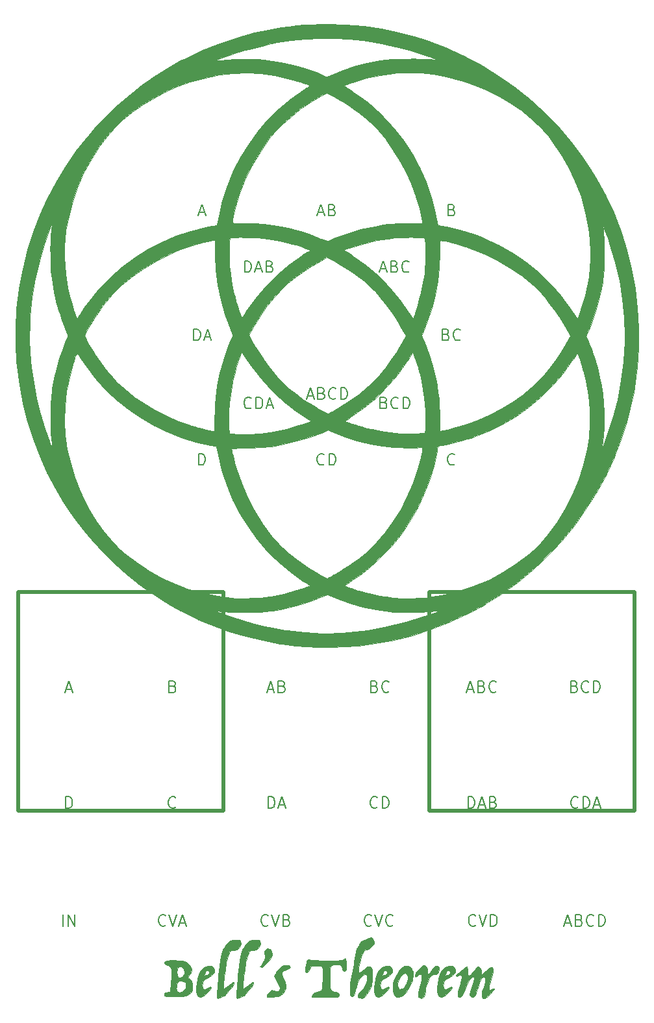
<source format=gbr>
G04 #@! TF.GenerationSoftware,KiCad,Pcbnew,(6.0.0-0)*
G04 #@! TF.CreationDate,2022-02-14T22:06:53-06:00*
G04 #@! TF.ProjectId,bells-venn,62656c6c-732d-4766-956e-6e2e6b696361,rev?*
G04 #@! TF.SameCoordinates,Original*
G04 #@! TF.FileFunction,Legend,Top*
G04 #@! TF.FilePolarity,Positive*
%FSLAX46Y46*%
G04 Gerber Fmt 4.6, Leading zero omitted, Abs format (unit mm)*
G04 Created by KiCad (PCBNEW (6.0.0-0)) date 2022-02-14 22:06:53*
%MOMM*%
%LPD*%
G01*
G04 APERTURE LIST*
%ADD10C,0.150000*%
%ADD11C,0.500000*%
%ADD12C,0.010000*%
G04 APERTURE END LIST*
D10*
X26820857Y-104390000D02*
X27535142Y-104390000D01*
X26678000Y-104818571D02*
X27178000Y-103318571D01*
X27678000Y-104818571D01*
X91880857Y-134870000D02*
X92595142Y-134870000D01*
X91738000Y-135298571D02*
X92238000Y-133798571D01*
X92738000Y-135298571D01*
X93738000Y-134512857D02*
X93952285Y-134584285D01*
X94023714Y-134655714D01*
X94095142Y-134798571D01*
X94095142Y-135012857D01*
X94023714Y-135155714D01*
X93952285Y-135227142D01*
X93809428Y-135298571D01*
X93238000Y-135298571D01*
X93238000Y-133798571D01*
X93738000Y-133798571D01*
X93880857Y-133870000D01*
X93952285Y-133941428D01*
X94023714Y-134084285D01*
X94023714Y-134227142D01*
X93952285Y-134370000D01*
X93880857Y-134441428D01*
X93738000Y-134512857D01*
X93238000Y-134512857D01*
X95595142Y-135155714D02*
X95523714Y-135227142D01*
X95309428Y-135298571D01*
X95166571Y-135298571D01*
X94952285Y-135227142D01*
X94809428Y-135084285D01*
X94738000Y-134941428D01*
X94666571Y-134655714D01*
X94666571Y-134441428D01*
X94738000Y-134155714D01*
X94809428Y-134012857D01*
X94952285Y-133870000D01*
X95166571Y-133798571D01*
X95309428Y-133798571D01*
X95523714Y-133870000D01*
X95595142Y-133941428D01*
X96238000Y-135298571D02*
X96238000Y-133798571D01*
X96595142Y-133798571D01*
X96809428Y-133870000D01*
X96952285Y-134012857D01*
X97023714Y-134155714D01*
X97095142Y-134441428D01*
X97095142Y-134655714D01*
X97023714Y-134941428D01*
X96952285Y-135084285D01*
X96809428Y-135227142D01*
X96595142Y-135298571D01*
X96238000Y-135298571D01*
X53173428Y-135155714D02*
X53102000Y-135227142D01*
X52887714Y-135298571D01*
X52744857Y-135298571D01*
X52530571Y-135227142D01*
X52387714Y-135084285D01*
X52316285Y-134941428D01*
X52244857Y-134655714D01*
X52244857Y-134441428D01*
X52316285Y-134155714D01*
X52387714Y-134012857D01*
X52530571Y-133870000D01*
X52744857Y-133798571D01*
X52887714Y-133798571D01*
X53102000Y-133870000D01*
X53173428Y-133941428D01*
X53602000Y-133798571D02*
X54102000Y-135298571D01*
X54602000Y-133798571D01*
X55602000Y-134512857D02*
X55816285Y-134584285D01*
X55887714Y-134655714D01*
X55959142Y-134798571D01*
X55959142Y-135012857D01*
X55887714Y-135155714D01*
X55816285Y-135227142D01*
X55673428Y-135298571D01*
X55102000Y-135298571D01*
X55102000Y-133798571D01*
X55602000Y-133798571D01*
X55744857Y-133870000D01*
X55816285Y-133941428D01*
X55887714Y-134084285D01*
X55887714Y-134227142D01*
X55816285Y-134370000D01*
X55744857Y-134441428D01*
X55602000Y-134512857D01*
X55102000Y-134512857D01*
X39818571Y-135155714D02*
X39747142Y-135227142D01*
X39532857Y-135298571D01*
X39390000Y-135298571D01*
X39175714Y-135227142D01*
X39032857Y-135084285D01*
X38961428Y-134941428D01*
X38890000Y-134655714D01*
X38890000Y-134441428D01*
X38961428Y-134155714D01*
X39032857Y-134012857D01*
X39175714Y-133870000D01*
X39390000Y-133798571D01*
X39532857Y-133798571D01*
X39747142Y-133870000D01*
X39818571Y-133941428D01*
X40247142Y-133798571D02*
X40747142Y-135298571D01*
X41247142Y-133798571D01*
X41675714Y-134870000D02*
X42390000Y-134870000D01*
X41532857Y-135298571D02*
X42032857Y-133798571D01*
X42532857Y-135298571D01*
X26392285Y-135298571D02*
X26392285Y-133798571D01*
X27106571Y-135298571D02*
X27106571Y-133798571D01*
X27963714Y-135298571D01*
X27963714Y-133798571D01*
X58289357Y-66163000D02*
X59003642Y-66163000D01*
X58146500Y-66591571D02*
X58646500Y-65091571D01*
X59146500Y-66591571D01*
X60146500Y-65805857D02*
X60360785Y-65877285D01*
X60432214Y-65948714D01*
X60503642Y-66091571D01*
X60503642Y-66305857D01*
X60432214Y-66448714D01*
X60360785Y-66520142D01*
X60217928Y-66591571D01*
X59646500Y-66591571D01*
X59646500Y-65091571D01*
X60146500Y-65091571D01*
X60289357Y-65163000D01*
X60360785Y-65234428D01*
X60432214Y-65377285D01*
X60432214Y-65520142D01*
X60360785Y-65663000D01*
X60289357Y-65734428D01*
X60146500Y-65805857D01*
X59646500Y-65805857D01*
X62003642Y-66448714D02*
X61932214Y-66520142D01*
X61717928Y-66591571D01*
X61575071Y-66591571D01*
X61360785Y-66520142D01*
X61217928Y-66377285D01*
X61146500Y-66234428D01*
X61075071Y-65948714D01*
X61075071Y-65734428D01*
X61146500Y-65448714D01*
X61217928Y-65305857D01*
X61360785Y-65163000D01*
X61575071Y-65091571D01*
X61717928Y-65091571D01*
X61932214Y-65163000D01*
X62003642Y-65234428D01*
X62646500Y-66591571D02*
X62646500Y-65091571D01*
X63003642Y-65091571D01*
X63217928Y-65163000D01*
X63360785Y-65305857D01*
X63432214Y-65448714D01*
X63503642Y-65734428D01*
X63503642Y-65948714D01*
X63432214Y-66234428D01*
X63360785Y-66377285D01*
X63217928Y-66520142D01*
X63003642Y-66591571D01*
X62646500Y-66591571D01*
X50950928Y-67655214D02*
X50879500Y-67726642D01*
X50665214Y-67798071D01*
X50522357Y-67798071D01*
X50308071Y-67726642D01*
X50165214Y-67583785D01*
X50093785Y-67440928D01*
X50022357Y-67155214D01*
X50022357Y-66940928D01*
X50093785Y-66655214D01*
X50165214Y-66512357D01*
X50308071Y-66369500D01*
X50522357Y-66298071D01*
X50665214Y-66298071D01*
X50879500Y-66369500D01*
X50950928Y-66440928D01*
X51593785Y-67798071D02*
X51593785Y-66298071D01*
X51950928Y-66298071D01*
X52165214Y-66369500D01*
X52308071Y-66512357D01*
X52379500Y-66655214D01*
X52450928Y-66940928D01*
X52450928Y-67155214D01*
X52379500Y-67440928D01*
X52308071Y-67583785D01*
X52165214Y-67726642D01*
X51950928Y-67798071D01*
X51593785Y-67798071D01*
X53022357Y-67369500D02*
X53736642Y-67369500D01*
X52879500Y-67798071D02*
X53379500Y-66298071D01*
X53879500Y-67798071D01*
X68266642Y-67012357D02*
X68480928Y-67083785D01*
X68552357Y-67155214D01*
X68623785Y-67298071D01*
X68623785Y-67512357D01*
X68552357Y-67655214D01*
X68480928Y-67726642D01*
X68338071Y-67798071D01*
X67766642Y-67798071D01*
X67766642Y-66298071D01*
X68266642Y-66298071D01*
X68409500Y-66369500D01*
X68480928Y-66440928D01*
X68552357Y-66583785D01*
X68552357Y-66726642D01*
X68480928Y-66869500D01*
X68409500Y-66940928D01*
X68266642Y-67012357D01*
X67766642Y-67012357D01*
X70123785Y-67655214D02*
X70052357Y-67726642D01*
X69838071Y-67798071D01*
X69695214Y-67798071D01*
X69480928Y-67726642D01*
X69338071Y-67583785D01*
X69266642Y-67440928D01*
X69195214Y-67155214D01*
X69195214Y-66940928D01*
X69266642Y-66655214D01*
X69338071Y-66512357D01*
X69480928Y-66369500D01*
X69695214Y-66298071D01*
X69838071Y-66298071D01*
X70052357Y-66369500D01*
X70123785Y-66440928D01*
X70766642Y-67798071D02*
X70766642Y-66298071D01*
X71123785Y-66298071D01*
X71338071Y-66369500D01*
X71480928Y-66512357D01*
X71552357Y-66655214D01*
X71623785Y-66940928D01*
X71623785Y-67155214D01*
X71552357Y-67440928D01*
X71480928Y-67583785D01*
X71338071Y-67726642D01*
X71123785Y-67798071D01*
X70766642Y-67798071D01*
X67802357Y-49589500D02*
X68516642Y-49589500D01*
X67659500Y-50018071D02*
X68159500Y-48518071D01*
X68659500Y-50018071D01*
X69659500Y-49232357D02*
X69873785Y-49303785D01*
X69945214Y-49375214D01*
X70016642Y-49518071D01*
X70016642Y-49732357D01*
X69945214Y-49875214D01*
X69873785Y-49946642D01*
X69730928Y-50018071D01*
X69159500Y-50018071D01*
X69159500Y-48518071D01*
X69659500Y-48518071D01*
X69802357Y-48589500D01*
X69873785Y-48660928D01*
X69945214Y-48803785D01*
X69945214Y-48946642D01*
X69873785Y-49089500D01*
X69802357Y-49160928D01*
X69659500Y-49232357D01*
X69159500Y-49232357D01*
X71516642Y-49875214D02*
X71445214Y-49946642D01*
X71230928Y-50018071D01*
X71088071Y-50018071D01*
X70873785Y-49946642D01*
X70730928Y-49803785D01*
X70659500Y-49660928D01*
X70588071Y-49375214D01*
X70588071Y-49160928D01*
X70659500Y-48875214D01*
X70730928Y-48732357D01*
X70873785Y-48589500D01*
X71088071Y-48518071D01*
X71230928Y-48518071D01*
X71445214Y-48589500D01*
X71516642Y-48660928D01*
X50093785Y-50018071D02*
X50093785Y-48518071D01*
X50450928Y-48518071D01*
X50665214Y-48589500D01*
X50808071Y-48732357D01*
X50879500Y-48875214D01*
X50950928Y-49160928D01*
X50950928Y-49375214D01*
X50879500Y-49660928D01*
X50808071Y-49803785D01*
X50665214Y-49946642D01*
X50450928Y-50018071D01*
X50093785Y-50018071D01*
X51522357Y-49589500D02*
X52236642Y-49589500D01*
X51379500Y-50018071D02*
X51879500Y-48518071D01*
X52379500Y-50018071D01*
X53379500Y-49232357D02*
X53593785Y-49303785D01*
X53665214Y-49375214D01*
X53736642Y-49518071D01*
X53736642Y-49732357D01*
X53665214Y-49875214D01*
X53593785Y-49946642D01*
X53450928Y-50018071D01*
X52879500Y-50018071D01*
X52879500Y-48518071D01*
X53379500Y-48518071D01*
X53522357Y-48589500D01*
X53593785Y-48660928D01*
X53665214Y-48803785D01*
X53665214Y-48946642D01*
X53593785Y-49089500D01*
X53522357Y-49160928D01*
X53379500Y-49232357D01*
X52879500Y-49232357D01*
X43477785Y-58908071D02*
X43477785Y-57408071D01*
X43834928Y-57408071D01*
X44049214Y-57479500D01*
X44192071Y-57622357D01*
X44263500Y-57765214D01*
X44334928Y-58050928D01*
X44334928Y-58265214D01*
X44263500Y-58550928D01*
X44192071Y-58693785D01*
X44049214Y-58836642D01*
X43834928Y-58908071D01*
X43477785Y-58908071D01*
X44906357Y-58479500D02*
X45620642Y-58479500D01*
X44763500Y-58908071D02*
X45263500Y-57408071D01*
X45763500Y-58908071D01*
X60483785Y-75021214D02*
X60412357Y-75092642D01*
X60198071Y-75164071D01*
X60055214Y-75164071D01*
X59840928Y-75092642D01*
X59698071Y-74949785D01*
X59626642Y-74806928D01*
X59555214Y-74521214D01*
X59555214Y-74306928D01*
X59626642Y-74021214D01*
X59698071Y-73878357D01*
X59840928Y-73735500D01*
X60055214Y-73664071D01*
X60198071Y-73664071D01*
X60412357Y-73735500D01*
X60483785Y-73806928D01*
X61126642Y-75164071D02*
X61126642Y-73664071D01*
X61483785Y-73664071D01*
X61698071Y-73735500D01*
X61840928Y-73878357D01*
X61912357Y-74021214D01*
X61983785Y-74306928D01*
X61983785Y-74521214D01*
X61912357Y-74806928D01*
X61840928Y-74949785D01*
X61698071Y-75092642D01*
X61483785Y-75164071D01*
X61126642Y-75164071D01*
X76382642Y-58122357D02*
X76596928Y-58193785D01*
X76668357Y-58265214D01*
X76739785Y-58408071D01*
X76739785Y-58622357D01*
X76668357Y-58765214D01*
X76596928Y-58836642D01*
X76454071Y-58908071D01*
X75882642Y-58908071D01*
X75882642Y-57408071D01*
X76382642Y-57408071D01*
X76525500Y-57479500D01*
X76596928Y-57550928D01*
X76668357Y-57693785D01*
X76668357Y-57836642D01*
X76596928Y-57979500D01*
X76525500Y-58050928D01*
X76382642Y-58122357D01*
X75882642Y-58122357D01*
X78239785Y-58765214D02*
X78168357Y-58836642D01*
X77954071Y-58908071D01*
X77811214Y-58908071D01*
X77596928Y-58836642D01*
X77454071Y-58693785D01*
X77382642Y-58550928D01*
X77311214Y-58265214D01*
X77311214Y-58050928D01*
X77382642Y-57765214D01*
X77454071Y-57622357D01*
X77596928Y-57479500D01*
X77811214Y-57408071D01*
X77954071Y-57408071D01*
X78168357Y-57479500D01*
X78239785Y-57550928D01*
X59662357Y-42223500D02*
X60376642Y-42223500D01*
X59519500Y-42652071D02*
X60019500Y-41152071D01*
X60519500Y-42652071D01*
X61519500Y-41866357D02*
X61733785Y-41937785D01*
X61805214Y-42009214D01*
X61876642Y-42152071D01*
X61876642Y-42366357D01*
X61805214Y-42509214D01*
X61733785Y-42580642D01*
X61590928Y-42652071D01*
X61019500Y-42652071D01*
X61019500Y-41152071D01*
X61519500Y-41152071D01*
X61662357Y-41223500D01*
X61733785Y-41294928D01*
X61805214Y-41437785D01*
X61805214Y-41580642D01*
X61733785Y-41723500D01*
X61662357Y-41794928D01*
X61519500Y-41866357D01*
X61019500Y-41866357D01*
X66635428Y-135155714D02*
X66564000Y-135227142D01*
X66349714Y-135298571D01*
X66206857Y-135298571D01*
X65992571Y-135227142D01*
X65849714Y-135084285D01*
X65778285Y-134941428D01*
X65706857Y-134655714D01*
X65706857Y-134441428D01*
X65778285Y-134155714D01*
X65849714Y-134012857D01*
X65992571Y-133870000D01*
X66206857Y-133798571D01*
X66349714Y-133798571D01*
X66564000Y-133870000D01*
X66635428Y-133941428D01*
X67064000Y-133798571D02*
X67564000Y-135298571D01*
X68064000Y-133798571D01*
X69421142Y-135155714D02*
X69349714Y-135227142D01*
X69135428Y-135298571D01*
X68992571Y-135298571D01*
X68778285Y-135227142D01*
X68635428Y-135084285D01*
X68564000Y-134941428D01*
X68492571Y-134655714D01*
X68492571Y-134441428D01*
X68564000Y-134155714D01*
X68635428Y-134012857D01*
X68778285Y-133870000D01*
X68992571Y-133798571D01*
X69135428Y-133798571D01*
X69349714Y-133870000D01*
X69421142Y-133941428D01*
X77132642Y-41866357D02*
X77346928Y-41937785D01*
X77418357Y-42009214D01*
X77489785Y-42152071D01*
X77489785Y-42366357D01*
X77418357Y-42509214D01*
X77346928Y-42580642D01*
X77204071Y-42652071D01*
X76632642Y-42652071D01*
X76632642Y-41152071D01*
X77132642Y-41152071D01*
X77275500Y-41223500D01*
X77346928Y-41294928D01*
X77418357Y-41437785D01*
X77418357Y-41580642D01*
X77346928Y-41723500D01*
X77275500Y-41794928D01*
X77132642Y-41866357D01*
X76632642Y-41866357D01*
X77489785Y-75021214D02*
X77418357Y-75092642D01*
X77204071Y-75164071D01*
X77061214Y-75164071D01*
X76846928Y-75092642D01*
X76704071Y-74949785D01*
X76632642Y-74806928D01*
X76561214Y-74521214D01*
X76561214Y-74306928D01*
X76632642Y-74021214D01*
X76704071Y-73878357D01*
X76846928Y-73735500D01*
X77061214Y-73664071D01*
X77204071Y-73664071D01*
X77418357Y-73735500D01*
X77489785Y-73806928D01*
X80224428Y-135155714D02*
X80153000Y-135227142D01*
X79938714Y-135298571D01*
X79795857Y-135298571D01*
X79581571Y-135227142D01*
X79438714Y-135084285D01*
X79367285Y-134941428D01*
X79295857Y-134655714D01*
X79295857Y-134441428D01*
X79367285Y-134155714D01*
X79438714Y-134012857D01*
X79581571Y-133870000D01*
X79795857Y-133798571D01*
X79938714Y-133798571D01*
X80153000Y-133870000D01*
X80224428Y-133941428D01*
X80653000Y-133798571D02*
X81153000Y-135298571D01*
X81653000Y-133798571D01*
X82153000Y-135298571D02*
X82153000Y-133798571D01*
X82510142Y-133798571D01*
X82724428Y-133870000D01*
X82867285Y-134012857D01*
X82938714Y-134155714D01*
X83010142Y-134441428D01*
X83010142Y-134655714D01*
X82938714Y-134941428D01*
X82867285Y-135084285D01*
X82724428Y-135227142D01*
X82510142Y-135298571D01*
X82153000Y-135298571D01*
X44156357Y-42223500D02*
X44870642Y-42223500D01*
X44013500Y-42652071D02*
X44513500Y-41152071D01*
X45013500Y-42652071D01*
X44120642Y-75164071D02*
X44120642Y-73664071D01*
X44477785Y-73664071D01*
X44692071Y-73735500D01*
X44834928Y-73878357D01*
X44906357Y-74021214D01*
X44977785Y-74306928D01*
X44977785Y-74521214D01*
X44906357Y-74806928D01*
X44834928Y-74949785D01*
X44692071Y-75092642D01*
X44477785Y-75164071D01*
X44120642Y-75164071D01*
X79240285Y-119931571D02*
X79240285Y-118431571D01*
X79597428Y-118431571D01*
X79811714Y-118503000D01*
X79954571Y-118645857D01*
X80026000Y-118788714D01*
X80097428Y-119074428D01*
X80097428Y-119288714D01*
X80026000Y-119574428D01*
X79954571Y-119717285D01*
X79811714Y-119860142D01*
X79597428Y-119931571D01*
X79240285Y-119931571D01*
X80668857Y-119503000D02*
X81383142Y-119503000D01*
X80526000Y-119931571D02*
X81026000Y-118431571D01*
X81526000Y-119931571D01*
X82526000Y-119145857D02*
X82740285Y-119217285D01*
X82811714Y-119288714D01*
X82883142Y-119431571D01*
X82883142Y-119645857D01*
X82811714Y-119788714D01*
X82740285Y-119860142D01*
X82597428Y-119931571D01*
X82026000Y-119931571D01*
X82026000Y-118431571D01*
X82526000Y-118431571D01*
X82668857Y-118503000D01*
X82740285Y-118574428D01*
X82811714Y-118717285D01*
X82811714Y-118860142D01*
X82740285Y-119003000D01*
X82668857Y-119074428D01*
X82526000Y-119145857D01*
X82026000Y-119145857D01*
X67048142Y-104032857D02*
X67262428Y-104104285D01*
X67333857Y-104175714D01*
X67405285Y-104318571D01*
X67405285Y-104532857D01*
X67333857Y-104675714D01*
X67262428Y-104747142D01*
X67119571Y-104818571D01*
X66548142Y-104818571D01*
X66548142Y-103318571D01*
X67048142Y-103318571D01*
X67191000Y-103390000D01*
X67262428Y-103461428D01*
X67333857Y-103604285D01*
X67333857Y-103747142D01*
X67262428Y-103890000D01*
X67191000Y-103961428D01*
X67048142Y-104032857D01*
X66548142Y-104032857D01*
X68905285Y-104675714D02*
X68833857Y-104747142D01*
X68619571Y-104818571D01*
X68476714Y-104818571D01*
X68262428Y-104747142D01*
X68119571Y-104604285D01*
X68048142Y-104461428D01*
X67976714Y-104175714D01*
X67976714Y-103961428D01*
X68048142Y-103675714D01*
X68119571Y-103532857D01*
X68262428Y-103390000D01*
X68476714Y-103318571D01*
X68619571Y-103318571D01*
X68833857Y-103390000D01*
X68905285Y-103461428D01*
X26785142Y-119931571D02*
X26785142Y-118431571D01*
X27142285Y-118431571D01*
X27356571Y-118503000D01*
X27499428Y-118645857D01*
X27570857Y-118788714D01*
X27642285Y-119074428D01*
X27642285Y-119288714D01*
X27570857Y-119574428D01*
X27499428Y-119717285D01*
X27356571Y-119860142D01*
X27142285Y-119931571D01*
X26785142Y-119931571D01*
X79168857Y-104390000D02*
X79883142Y-104390000D01*
X79026000Y-104818571D02*
X79526000Y-103318571D01*
X80026000Y-104818571D01*
X81026000Y-104032857D02*
X81240285Y-104104285D01*
X81311714Y-104175714D01*
X81383142Y-104318571D01*
X81383142Y-104532857D01*
X81311714Y-104675714D01*
X81240285Y-104747142D01*
X81097428Y-104818571D01*
X80526000Y-104818571D01*
X80526000Y-103318571D01*
X81026000Y-103318571D01*
X81168857Y-103390000D01*
X81240285Y-103461428D01*
X81311714Y-103604285D01*
X81311714Y-103747142D01*
X81240285Y-103890000D01*
X81168857Y-103961428D01*
X81026000Y-104032857D01*
X80526000Y-104032857D01*
X82883142Y-104675714D02*
X82811714Y-104747142D01*
X82597428Y-104818571D01*
X82454571Y-104818571D01*
X82240285Y-104747142D01*
X82097428Y-104604285D01*
X82026000Y-104461428D01*
X81954571Y-104175714D01*
X81954571Y-103961428D01*
X82026000Y-103675714D01*
X82097428Y-103532857D01*
X82240285Y-103390000D01*
X82454571Y-103318571D01*
X82597428Y-103318571D01*
X82811714Y-103390000D01*
X82883142Y-103461428D01*
X93095142Y-104032857D02*
X93309428Y-104104285D01*
X93380857Y-104175714D01*
X93452285Y-104318571D01*
X93452285Y-104532857D01*
X93380857Y-104675714D01*
X93309428Y-104747142D01*
X93166571Y-104818571D01*
X92595142Y-104818571D01*
X92595142Y-103318571D01*
X93095142Y-103318571D01*
X93238000Y-103390000D01*
X93309428Y-103461428D01*
X93380857Y-103604285D01*
X93380857Y-103747142D01*
X93309428Y-103890000D01*
X93238000Y-103961428D01*
X93095142Y-104032857D01*
X92595142Y-104032857D01*
X94952285Y-104675714D02*
X94880857Y-104747142D01*
X94666571Y-104818571D01*
X94523714Y-104818571D01*
X94309428Y-104747142D01*
X94166571Y-104604285D01*
X94095142Y-104461428D01*
X94023714Y-104175714D01*
X94023714Y-103961428D01*
X94095142Y-103675714D01*
X94166571Y-103532857D01*
X94309428Y-103390000D01*
X94523714Y-103318571D01*
X94666571Y-103318571D01*
X94880857Y-103390000D01*
X94952285Y-103461428D01*
X95595142Y-104818571D02*
X95595142Y-103318571D01*
X95952285Y-103318571D01*
X96166571Y-103390000D01*
X96309428Y-103532857D01*
X96380857Y-103675714D01*
X96452285Y-103961428D01*
X96452285Y-104175714D01*
X96380857Y-104461428D01*
X96309428Y-104604285D01*
X96166571Y-104747142D01*
X95952285Y-104818571D01*
X95595142Y-104818571D01*
X53121857Y-104390000D02*
X53836142Y-104390000D01*
X52979000Y-104818571D02*
X53479000Y-103318571D01*
X53979000Y-104818571D01*
X54979000Y-104032857D02*
X55193285Y-104104285D01*
X55264714Y-104175714D01*
X55336142Y-104318571D01*
X55336142Y-104532857D01*
X55264714Y-104675714D01*
X55193285Y-104747142D01*
X55050428Y-104818571D01*
X54479000Y-104818571D01*
X54479000Y-103318571D01*
X54979000Y-103318571D01*
X55121857Y-103390000D01*
X55193285Y-103461428D01*
X55264714Y-103604285D01*
X55264714Y-103747142D01*
X55193285Y-103890000D01*
X55121857Y-103961428D01*
X54979000Y-104032857D01*
X54479000Y-104032857D01*
X53193285Y-119931571D02*
X53193285Y-118431571D01*
X53550428Y-118431571D01*
X53764714Y-118503000D01*
X53907571Y-118645857D01*
X53979000Y-118788714D01*
X54050428Y-119074428D01*
X54050428Y-119288714D01*
X53979000Y-119574428D01*
X53907571Y-119717285D01*
X53764714Y-119860142D01*
X53550428Y-119931571D01*
X53193285Y-119931571D01*
X54621857Y-119503000D02*
X55336142Y-119503000D01*
X54479000Y-119931571D02*
X54979000Y-118431571D01*
X55479000Y-119931571D01*
X67405285Y-119788714D02*
X67333857Y-119860142D01*
X67119571Y-119931571D01*
X66976714Y-119931571D01*
X66762428Y-119860142D01*
X66619571Y-119717285D01*
X66548142Y-119574428D01*
X66476714Y-119288714D01*
X66476714Y-119074428D01*
X66548142Y-118788714D01*
X66619571Y-118645857D01*
X66762428Y-118503000D01*
X66976714Y-118431571D01*
X67119571Y-118431571D01*
X67333857Y-118503000D01*
X67405285Y-118574428D01*
X68048142Y-119931571D02*
X68048142Y-118431571D01*
X68405285Y-118431571D01*
X68619571Y-118503000D01*
X68762428Y-118645857D01*
X68833857Y-118788714D01*
X68905285Y-119074428D01*
X68905285Y-119288714D01*
X68833857Y-119574428D01*
X68762428Y-119717285D01*
X68619571Y-119860142D01*
X68405285Y-119931571D01*
X68048142Y-119931571D01*
X93559428Y-119788714D02*
X93488000Y-119860142D01*
X93273714Y-119931571D01*
X93130857Y-119931571D01*
X92916571Y-119860142D01*
X92773714Y-119717285D01*
X92702285Y-119574428D01*
X92630857Y-119288714D01*
X92630857Y-119074428D01*
X92702285Y-118788714D01*
X92773714Y-118645857D01*
X92916571Y-118503000D01*
X93130857Y-118431571D01*
X93273714Y-118431571D01*
X93488000Y-118503000D01*
X93559428Y-118574428D01*
X94202285Y-119931571D02*
X94202285Y-118431571D01*
X94559428Y-118431571D01*
X94773714Y-118503000D01*
X94916571Y-118645857D01*
X94988000Y-118788714D01*
X95059428Y-119074428D01*
X95059428Y-119288714D01*
X94988000Y-119574428D01*
X94916571Y-119717285D01*
X94773714Y-119860142D01*
X94559428Y-119931571D01*
X94202285Y-119931571D01*
X95630857Y-119503000D02*
X96345142Y-119503000D01*
X95488000Y-119931571D02*
X95988000Y-118431571D01*
X96488000Y-119931571D01*
X40747142Y-104032857D02*
X40961428Y-104104285D01*
X41032857Y-104175714D01*
X41104285Y-104318571D01*
X41104285Y-104532857D01*
X41032857Y-104675714D01*
X40961428Y-104747142D01*
X40818571Y-104818571D01*
X40247142Y-104818571D01*
X40247142Y-103318571D01*
X40747142Y-103318571D01*
X40890000Y-103390000D01*
X40961428Y-103461428D01*
X41032857Y-103604285D01*
X41032857Y-103747142D01*
X40961428Y-103890000D01*
X40890000Y-103961428D01*
X40747142Y-104032857D01*
X40247142Y-104032857D01*
X41104285Y-119788714D02*
X41032857Y-119860142D01*
X40818571Y-119931571D01*
X40675714Y-119931571D01*
X40461428Y-119860142D01*
X40318571Y-119717285D01*
X40247142Y-119574428D01*
X40175714Y-119288714D01*
X40175714Y-119074428D01*
X40247142Y-118788714D01*
X40318571Y-118645857D01*
X40461428Y-118503000D01*
X40675714Y-118431571D01*
X40818571Y-118431571D01*
X41032857Y-118503000D01*
X41104285Y-118574428D01*
D11*
X20574000Y-120269000D02*
X20574000Y-91694000D01*
X74168000Y-91694000D02*
X100965000Y-91694000D01*
X100965000Y-91694000D02*
X100965000Y-120269000D01*
X100965000Y-120269000D02*
X74168000Y-120269000D01*
X74168000Y-120269000D02*
X74168000Y-91694000D01*
X47371000Y-91694000D02*
X47371000Y-120269000D01*
X47371000Y-120269000D02*
X20574000Y-120269000D01*
X20574000Y-91694000D02*
X47371000Y-91694000D01*
D12*
X63227120Y-17736538D02*
X65581524Y-17929959D01*
X65581524Y-17929959D02*
X67884123Y-18259921D01*
X67884123Y-18259921D02*
X70165159Y-18731323D01*
X70165159Y-18731323D02*
X72454875Y-19349063D01*
X72454875Y-19349063D02*
X73829333Y-19786571D01*
X73829333Y-19786571D02*
X76261781Y-20691774D01*
X76261781Y-20691774D02*
X78622151Y-21747912D01*
X78622151Y-21747912D02*
X80904162Y-22949895D01*
X80904162Y-22949895D02*
X83101536Y-24292631D01*
X83101536Y-24292631D02*
X85207993Y-25771030D01*
X85207993Y-25771030D02*
X87217253Y-27380000D01*
X87217253Y-27380000D02*
X89123038Y-29114452D01*
X89123038Y-29114452D02*
X90919068Y-30969294D01*
X90919068Y-30969294D02*
X92599063Y-32939434D01*
X92599063Y-32939434D02*
X94156744Y-35019783D01*
X94156744Y-35019783D02*
X95585832Y-37205250D01*
X95585832Y-37205250D02*
X95843714Y-37634333D01*
X95843714Y-37634333D02*
X97085312Y-39894013D01*
X97085312Y-39894013D02*
X98175898Y-42225230D01*
X98175898Y-42225230D02*
X99113783Y-44619658D01*
X99113783Y-44619658D02*
X99897273Y-47068975D01*
X99897273Y-47068975D02*
X100524677Y-49564858D01*
X100524677Y-49564858D02*
X100994305Y-52098981D01*
X100994305Y-52098981D02*
X101304463Y-54663022D01*
X101304463Y-54663022D02*
X101453461Y-57248658D01*
X101453461Y-57248658D02*
X101439606Y-59847564D01*
X101439606Y-59847564D02*
X101261208Y-62451416D01*
X101261208Y-62451416D02*
X101126220Y-63627000D01*
X101126220Y-63627000D02*
X100803105Y-65658002D01*
X100803105Y-65658002D02*
X100357617Y-67737185D01*
X100357617Y-67737185D02*
X99802969Y-69815953D01*
X99802969Y-69815953D02*
X99152370Y-71845713D01*
X99152370Y-71845713D02*
X98419030Y-73777869D01*
X98419030Y-73777869D02*
X98270046Y-74133187D01*
X98270046Y-74133187D02*
X97166325Y-76509830D01*
X97166325Y-76509830D02*
X95918914Y-78801432D01*
X95918914Y-78801432D02*
X94533114Y-81001912D01*
X94533114Y-81001912D02*
X93014227Y-83105186D01*
X93014227Y-83105186D02*
X91367554Y-85105172D01*
X91367554Y-85105172D02*
X89598396Y-86995788D01*
X89598396Y-86995788D02*
X87712055Y-88770951D01*
X87712055Y-88770951D02*
X85713831Y-90424578D01*
X85713831Y-90424578D02*
X83609026Y-91950587D01*
X83609026Y-91950587D02*
X81661000Y-93190152D01*
X81661000Y-93190152D02*
X81205224Y-93460696D01*
X81205224Y-93460696D02*
X80824258Y-93682035D01*
X80824258Y-93682035D02*
X80475804Y-93877142D01*
X80475804Y-93877142D02*
X80117565Y-94068985D01*
X80117565Y-94068985D02*
X79707244Y-94280537D01*
X79707244Y-94280537D02*
X79202543Y-94534769D01*
X79202543Y-94534769D02*
X78984471Y-94643723D01*
X78984471Y-94643723D02*
X76607691Y-95737494D01*
X76607691Y-95737494D02*
X74181178Y-96671110D01*
X74181178Y-96671110D02*
X71700605Y-97445832D01*
X71700605Y-97445832D02*
X69161644Y-98062921D01*
X69161644Y-98062921D02*
X66559968Y-98523639D01*
X66559968Y-98523639D02*
X64981457Y-98723972D01*
X64981457Y-98723972D02*
X64321404Y-98783175D01*
X64321404Y-98783175D02*
X63546854Y-98831901D01*
X63546854Y-98831901D02*
X62694409Y-98869532D01*
X62694409Y-98869532D02*
X61800673Y-98895447D01*
X61800673Y-98895447D02*
X60902249Y-98909025D01*
X60902249Y-98909025D02*
X60035738Y-98909648D01*
X60035738Y-98909648D02*
X59237745Y-98896693D01*
X59237745Y-98896693D02*
X58544871Y-98869543D01*
X58544871Y-98869543D02*
X58123666Y-98840153D01*
X58123666Y-98840153D02*
X57681071Y-98801464D01*
X57681071Y-98801464D02*
X57200910Y-98760276D01*
X57200910Y-98760276D02*
X56784100Y-98725243D01*
X56784100Y-98725243D02*
X56769000Y-98723995D01*
X56769000Y-98723995D02*
X56191777Y-98666923D01*
X56191777Y-98666923D02*
X55544874Y-98588007D01*
X55544874Y-98588007D02*
X54924514Y-98499316D01*
X54924514Y-98499316D02*
X54737000Y-98469124D01*
X54737000Y-98469124D02*
X52419095Y-98030089D01*
X52419095Y-98030089D02*
X50225276Y-97504595D01*
X50225276Y-97504595D02*
X48129311Y-96884154D01*
X48129311Y-96884154D02*
X46104972Y-96160275D01*
X46104972Y-96160275D02*
X44126028Y-95324470D01*
X44126028Y-95324470D02*
X42333333Y-94454728D01*
X42333333Y-94454728D02*
X41776294Y-94149333D01*
X41776294Y-94149333D02*
X46185666Y-94149333D01*
X46185666Y-94149333D02*
X46228000Y-94191666D01*
X46228000Y-94191666D02*
X46243580Y-94176086D01*
X46243580Y-94176086D02*
X46355000Y-94176086D01*
X46355000Y-94176086D02*
X46424434Y-94264749D01*
X46424434Y-94264749D02*
X46503166Y-94300443D01*
X46503166Y-94300443D02*
X46646256Y-94348755D01*
X46646256Y-94348755D02*
X46902258Y-94440447D01*
X46902258Y-94440447D02*
X47225655Y-94559116D01*
X47225655Y-94559116D02*
X47371000Y-94613194D01*
X47371000Y-94613194D02*
X48606406Y-95044501D01*
X48606406Y-95044501D02*
X49936034Y-95454002D01*
X49936034Y-95454002D02*
X51320428Y-95832288D01*
X51320428Y-95832288D02*
X52720132Y-96169946D01*
X52720132Y-96169946D02*
X54095690Y-96457567D01*
X54095690Y-96457567D02*
X55407647Y-96685739D01*
X55407647Y-96685739D02*
X56616547Y-96845053D01*
X56616547Y-96845053D02*
X56811333Y-96864839D01*
X56811333Y-96864839D02*
X57133685Y-96897923D01*
X57133685Y-96897923D02*
X57405781Y-96929286D01*
X57405781Y-96929286D02*
X57566656Y-96951816D01*
X57566656Y-96951816D02*
X57710998Y-96967465D01*
X57710998Y-96967465D02*
X57985748Y-96988434D01*
X57985748Y-96988434D02*
X58352173Y-97012041D01*
X58352173Y-97012041D02*
X58771538Y-97035605D01*
X58771538Y-97035605D02*
X58794323Y-97036792D01*
X58794323Y-97036792D02*
X59199836Y-97059685D01*
X59199836Y-97059685D02*
X59539208Y-97082346D01*
X59539208Y-97082346D02*
X59779319Y-97102309D01*
X59779319Y-97102309D02*
X59887049Y-97117108D01*
X59887049Y-97117108D02*
X59889397Y-97118317D01*
X59889397Y-97118317D02*
X59987295Y-97129703D01*
X59987295Y-97129703D02*
X60225633Y-97132854D01*
X60225633Y-97132854D02*
X60575770Y-97128759D01*
X60575770Y-97128759D02*
X61009065Y-97118406D01*
X61009065Y-97118406D02*
X61496877Y-97102784D01*
X61496877Y-97102784D02*
X62010564Y-97082882D01*
X62010564Y-97082882D02*
X62521486Y-97059689D01*
X62521486Y-97059689D02*
X63000999Y-97034194D01*
X63000999Y-97034194D02*
X63420465Y-97007385D01*
X63420465Y-97007385D02*
X63669333Y-96987815D01*
X63669333Y-96987815D02*
X66183047Y-96688294D01*
X66183047Y-96688294D02*
X68686653Y-96234921D01*
X68686653Y-96234921D02*
X71153018Y-95633917D01*
X71153018Y-95633917D02*
X73555008Y-94891503D01*
X73555008Y-94891503D02*
X74829909Y-94428574D01*
X74829909Y-94428574D02*
X75127483Y-94310457D01*
X75127483Y-94310457D02*
X75348856Y-94214731D01*
X75348856Y-94214731D02*
X75459191Y-94156789D01*
X75459191Y-94156789D02*
X75464895Y-94148006D01*
X75464895Y-94148006D02*
X75375456Y-94147125D01*
X75375456Y-94147125D02*
X75151515Y-94164495D01*
X75151515Y-94164495D02*
X74826557Y-94197059D01*
X74826557Y-94197059D02*
X74434067Y-94241761D01*
X74434067Y-94241761D02*
X74421985Y-94243211D01*
X74421985Y-94243211D02*
X73871121Y-94293879D01*
X73871121Y-94293879D02*
X73196008Y-94331637D01*
X73196008Y-94331637D02*
X72439779Y-94356183D01*
X72439779Y-94356183D02*
X71645565Y-94367213D01*
X71645565Y-94367213D02*
X70856496Y-94364425D01*
X70856496Y-94364425D02*
X70115704Y-94347516D01*
X70115704Y-94347516D02*
X69466320Y-94316183D01*
X69466320Y-94316183D02*
X69045666Y-94280964D01*
X69045666Y-94280964D02*
X67208446Y-94024335D01*
X67208446Y-94024335D02*
X65455640Y-93653310D01*
X65455640Y-93653310D02*
X63736350Y-93155291D01*
X63736350Y-93155291D02*
X62127911Y-92569133D01*
X62127911Y-92569133D02*
X60840490Y-92055963D01*
X60840490Y-92055963D02*
X59926578Y-92439070D01*
X59926578Y-92439070D02*
X58940211Y-92822679D01*
X58940211Y-92822679D02*
X57878874Y-93182192D01*
X57878874Y-93182192D02*
X56786108Y-93505687D01*
X56786108Y-93505687D02*
X55705451Y-93781243D01*
X55705451Y-93781243D02*
X54680441Y-93996939D01*
X54680441Y-93996939D02*
X53754620Y-94140854D01*
X53754620Y-94140854D02*
X53678666Y-94149763D01*
X53678666Y-94149763D02*
X53394838Y-94184932D01*
X53394838Y-94184932D02*
X53159084Y-94219052D01*
X53159084Y-94219052D02*
X53086000Y-94231915D01*
X53086000Y-94231915D02*
X52707885Y-94286168D01*
X52707885Y-94286168D02*
X52201106Y-94327071D01*
X52201106Y-94327071D02*
X51594431Y-94355035D01*
X51594431Y-94355035D02*
X50916625Y-94370466D01*
X50916625Y-94370466D02*
X50196457Y-94373775D01*
X50196457Y-94373775D02*
X49462692Y-94365369D01*
X49462692Y-94365369D02*
X48744098Y-94345658D01*
X48744098Y-94345658D02*
X48069442Y-94315050D01*
X48069442Y-94315050D02*
X47467491Y-94273953D01*
X47467491Y-94273953D02*
X46967012Y-94222777D01*
X46967012Y-94222777D02*
X46596771Y-94161931D01*
X46596771Y-94161931D02*
X46503166Y-94138392D01*
X46503166Y-94138392D02*
X46380284Y-94138552D01*
X46380284Y-94138552D02*
X46355000Y-94176086D01*
X46355000Y-94176086D02*
X46243580Y-94176086D01*
X46243580Y-94176086D02*
X46270333Y-94149333D01*
X46270333Y-94149333D02*
X46228000Y-94107000D01*
X46228000Y-94107000D02*
X46185666Y-94149333D01*
X46185666Y-94149333D02*
X41776294Y-94149333D01*
X41776294Y-94149333D02*
X40239266Y-93306663D01*
X40239266Y-93306663D02*
X38275297Y-92081604D01*
X38275297Y-92081604D02*
X36412928Y-90758738D01*
X36412928Y-90758738D02*
X34623667Y-89317253D01*
X34623667Y-89317253D02*
X32879018Y-87736335D01*
X32879018Y-87736335D02*
X32127239Y-87000283D01*
X32127239Y-87000283D02*
X30504330Y-85293282D01*
X30504330Y-85293282D02*
X29030748Y-83565453D01*
X29030748Y-83565453D02*
X27686626Y-81789023D01*
X27686626Y-81789023D02*
X26452100Y-79936219D01*
X26452100Y-79936219D02*
X25307304Y-77979266D01*
X25307304Y-77979266D02*
X24341856Y-76115333D01*
X24341856Y-76115333D02*
X23341963Y-73919140D01*
X23341963Y-73919140D02*
X22486754Y-71702749D01*
X22486754Y-71702749D02*
X21770313Y-69445349D01*
X21770313Y-69445349D02*
X21186726Y-67126127D01*
X21186726Y-67126127D02*
X20730079Y-64724271D01*
X20730079Y-64724271D02*
X20395649Y-62230000D01*
X20395649Y-62230000D02*
X20343650Y-61623948D01*
X20343650Y-61623948D02*
X20302211Y-60886082D01*
X20302211Y-60886082D02*
X20271559Y-60052035D01*
X20271559Y-60052035D02*
X20251924Y-59157443D01*
X20251924Y-59157443D02*
X20246831Y-58599337D01*
X20246831Y-58599337D02*
X22023443Y-58599337D01*
X22023443Y-58599337D02*
X22100042Y-60501186D01*
X22100042Y-60501186D02*
X22286528Y-62467280D01*
X22286528Y-62467280D02*
X22578672Y-64469183D01*
X22578672Y-64469183D02*
X22972246Y-66478460D01*
X22972246Y-66478460D02*
X23463022Y-68466675D01*
X23463022Y-68466675D02*
X24046771Y-70405393D01*
X24046771Y-70405393D02*
X24116650Y-70614921D01*
X24116650Y-70614921D02*
X24284958Y-71104947D01*
X24284958Y-71104947D02*
X24454979Y-71583032D01*
X24454979Y-71583032D02*
X24617064Y-72023839D01*
X24617064Y-72023839D02*
X24761561Y-72402028D01*
X24761561Y-72402028D02*
X24878821Y-72692260D01*
X24878821Y-72692260D02*
X24959193Y-72869198D01*
X24959193Y-72869198D02*
X24991335Y-72911553D01*
X24991335Y-72911553D02*
X24992260Y-72821975D01*
X24992260Y-72821975D02*
X24975486Y-72595326D01*
X24975486Y-72595326D02*
X24943803Y-72262626D01*
X24943803Y-72262626D02*
X24899999Y-71854892D01*
X24899999Y-71854892D02*
X24882919Y-71705372D01*
X24882919Y-71705372D02*
X24820427Y-70974349D01*
X24820427Y-70974349D02*
X24784167Y-70120431D01*
X24784167Y-70120431D02*
X24775125Y-69348191D01*
X24775125Y-69348191D02*
X26575730Y-69348191D01*
X26575730Y-69348191D02*
X26684389Y-71220778D01*
X26684389Y-71220778D02*
X26957829Y-73097981D01*
X26957829Y-73097981D02*
X27396142Y-74988899D01*
X27396142Y-74988899D02*
X27938157Y-76728620D01*
X27938157Y-76728620D02*
X28532960Y-78269198D01*
X28532960Y-78269198D02*
X29227510Y-79774847D01*
X29227510Y-79774847D02*
X30008684Y-81225361D01*
X30008684Y-81225361D02*
X30863360Y-82600535D01*
X30863360Y-82600535D02*
X31778414Y-83880163D01*
X31778414Y-83880163D02*
X32740724Y-85044038D01*
X32740724Y-85044038D02*
X33737168Y-86071956D01*
X33737168Y-86071956D02*
X34374424Y-86638871D01*
X34374424Y-86638871D02*
X35958337Y-87860968D01*
X35958337Y-87860968D02*
X37627084Y-88957624D01*
X37627084Y-88957624D02*
X39360344Y-89917412D01*
X39360344Y-89917412D02*
X41137798Y-90728908D01*
X41137798Y-90728908D02*
X42629666Y-91280840D01*
X42629666Y-91280840D02*
X43403374Y-91525826D01*
X43403374Y-91525826D02*
X44151303Y-91737762D01*
X44151303Y-91737762D02*
X44906645Y-91923683D01*
X44906645Y-91923683D02*
X45702596Y-92090625D01*
X45702596Y-92090625D02*
X46572348Y-92245624D01*
X46572348Y-92245624D02*
X47549096Y-92395714D01*
X47549096Y-92395714D02*
X48514000Y-92528075D01*
X48514000Y-92528075D02*
X48702209Y-92539381D01*
X48702209Y-92539381D02*
X49025210Y-92544952D01*
X49025210Y-92544952D02*
X49448935Y-92545404D01*
X49448935Y-92545404D02*
X49939317Y-92541353D01*
X49939317Y-92541353D02*
X50462290Y-92533417D01*
X50462290Y-92533417D02*
X50983787Y-92522211D01*
X50983787Y-92522211D02*
X51469740Y-92508353D01*
X51469740Y-92508353D02*
X51886083Y-92492458D01*
X51886083Y-92492458D02*
X52198750Y-92475143D01*
X52198750Y-92475143D02*
X52366333Y-92458357D01*
X52366333Y-92458357D02*
X52578928Y-92423715D01*
X52578928Y-92423715D02*
X52905257Y-92372471D01*
X52905257Y-92372471D02*
X53291575Y-92313014D01*
X53291575Y-92313014D02*
X53509333Y-92279974D01*
X53509333Y-92279974D02*
X55233345Y-91953335D01*
X55233345Y-91953335D02*
X56928392Y-91502961D01*
X56928392Y-91502961D02*
X57446333Y-91337552D01*
X57446333Y-91337552D02*
X57857199Y-91199485D01*
X57857199Y-91199485D02*
X58206680Y-91079850D01*
X58206680Y-91079850D02*
X58465258Y-90988919D01*
X58465258Y-90988919D02*
X58603415Y-90936968D01*
X58603415Y-90936968D02*
X58618087Y-90929698D01*
X58618087Y-90929698D02*
X58562745Y-90876309D01*
X58562745Y-90876309D02*
X58496192Y-90827551D01*
X58496192Y-90827551D02*
X63032195Y-90827551D01*
X63032195Y-90827551D02*
X63109542Y-90890111D01*
X63109542Y-90890111D02*
X63307300Y-90985036D01*
X63307300Y-90985036D02*
X63604431Y-91104682D01*
X63604431Y-91104682D02*
X63979895Y-91241406D01*
X63979895Y-91241406D02*
X64412654Y-91387565D01*
X64412654Y-91387565D02*
X64881669Y-91535515D01*
X64881669Y-91535515D02*
X65365899Y-91677613D01*
X65365899Y-91677613D02*
X65844306Y-91806215D01*
X65844306Y-91806215D02*
X65870666Y-91812906D01*
X65870666Y-91812906D02*
X66743226Y-92016082D01*
X66743226Y-92016082D02*
X67649289Y-92195828D01*
X67649289Y-92195828D02*
X68517075Y-92338699D01*
X68517075Y-92338699D02*
X69045666Y-92407588D01*
X69045666Y-92407588D02*
X69428345Y-92451129D01*
X69428345Y-92451129D02*
X69774489Y-92491102D01*
X69774489Y-92491102D02*
X70030631Y-92521307D01*
X70030631Y-92521307D02*
X70104000Y-92530277D01*
X70104000Y-92530277D02*
X70430558Y-92554182D01*
X70430558Y-92554182D02*
X70886841Y-92564258D01*
X70886841Y-92564258D02*
X71433907Y-92561670D01*
X71433907Y-92561670D02*
X72032812Y-92547584D01*
X72032812Y-92547584D02*
X72644614Y-92523165D01*
X72644614Y-92523165D02*
X73230368Y-92489576D01*
X73230368Y-92489576D02*
X73751133Y-92447984D01*
X73751133Y-92447984D02*
X74083333Y-92411237D01*
X74083333Y-92411237D02*
X76167145Y-92057373D01*
X76167145Y-92057373D02*
X78186073Y-91549585D01*
X78186073Y-91549585D02*
X80135647Y-90889796D01*
X80135647Y-90889796D02*
X82011398Y-90079932D01*
X82011398Y-90079932D02*
X83808856Y-89121918D01*
X83808856Y-89121918D02*
X85523554Y-88017678D01*
X85523554Y-88017678D02*
X87117701Y-86796887D01*
X87117701Y-86796887D02*
X87721504Y-86280375D01*
X87721504Y-86280375D02*
X88233225Y-85805261D01*
X88233225Y-85805261D02*
X88700743Y-85322686D01*
X88700743Y-85322686D02*
X89171935Y-84783793D01*
X89171935Y-84783793D02*
X89578622Y-84285666D01*
X89578622Y-84285666D02*
X90813982Y-82605794D01*
X90813982Y-82605794D02*
X91900507Y-80846377D01*
X91900507Y-80846377D02*
X92836075Y-79012425D01*
X92836075Y-79012425D02*
X93618563Y-77108948D01*
X93618563Y-77108948D02*
X94245847Y-75140958D01*
X94245847Y-75140958D02*
X94715805Y-73113463D01*
X94715805Y-73113463D02*
X94960010Y-71585666D01*
X94960010Y-71585666D02*
X95108559Y-69798787D01*
X95108559Y-69798787D02*
X95093954Y-67972481D01*
X95093954Y-67972481D02*
X94916100Y-66105365D01*
X94916100Y-66105365D02*
X94574899Y-64196056D01*
X94574899Y-64196056D02*
X94391438Y-63415333D01*
X94391438Y-63415333D02*
X94299526Y-63068086D01*
X94299526Y-63068086D02*
X94184016Y-62660284D01*
X94184016Y-62660284D02*
X94053934Y-62220553D01*
X94053934Y-62220553D02*
X93918305Y-61777520D01*
X93918305Y-61777520D02*
X93786155Y-61359811D01*
X93786155Y-61359811D02*
X93666510Y-60996054D01*
X93666510Y-60996054D02*
X93568396Y-60714875D01*
X93568396Y-60714875D02*
X93500838Y-60544900D01*
X93500838Y-60544900D02*
X93474855Y-60508228D01*
X93474855Y-60508228D02*
X93421280Y-60585000D01*
X93421280Y-60585000D02*
X93290995Y-60777396D01*
X93290995Y-60777396D02*
X93101071Y-61060048D01*
X93101071Y-61060048D02*
X92868582Y-61407587D01*
X92868582Y-61407587D02*
X92750250Y-61584950D01*
X92750250Y-61584950D02*
X91527575Y-63268958D01*
X91527575Y-63268958D02*
X90185573Y-64834246D01*
X90185573Y-64834246D02*
X88729425Y-66276865D01*
X88729425Y-66276865D02*
X87164310Y-67592861D01*
X87164310Y-67592861D02*
X85495410Y-68778285D01*
X85495410Y-68778285D02*
X83727904Y-69829185D01*
X83727904Y-69829185D02*
X81866974Y-70741609D01*
X81866974Y-70741609D02*
X79917799Y-71511606D01*
X79917799Y-71511606D02*
X79586666Y-71625162D01*
X79586666Y-71625162D02*
X79102383Y-71777783D01*
X79102383Y-71777783D02*
X78532812Y-71941457D01*
X78532812Y-71941457D02*
X77919156Y-72105839D01*
X77919156Y-72105839D02*
X77302621Y-72260583D01*
X77302621Y-72260583D02*
X76724410Y-72395344D01*
X76724410Y-72395344D02*
X76225726Y-72499777D01*
X76225726Y-72499777D02*
X75851008Y-72563109D01*
X75851008Y-72563109D02*
X75587659Y-72605926D01*
X75587659Y-72605926D02*
X75393494Y-72651847D01*
X75393494Y-72651847D02*
X75337129Y-72674636D01*
X75337129Y-72674636D02*
X75285436Y-72779009D01*
X75285436Y-72779009D02*
X75222164Y-73005493D01*
X75222164Y-73005493D02*
X75159668Y-73308565D01*
X75159668Y-73308565D02*
X75150138Y-73363666D01*
X75150138Y-73363666D02*
X74740177Y-75297167D01*
X74740177Y-75297167D02*
X74169278Y-77199278D01*
X74169278Y-77199278D02*
X73444760Y-79057660D01*
X73444760Y-79057660D02*
X72573945Y-80859976D01*
X72573945Y-80859976D02*
X71564151Y-82593886D01*
X71564151Y-82593886D02*
X70422698Y-84247052D01*
X70422698Y-84247052D02*
X69156908Y-85807134D01*
X69156908Y-85807134D02*
X67774099Y-87261794D01*
X67774099Y-87261794D02*
X66281592Y-88598693D01*
X66281592Y-88598693D02*
X65954949Y-88863297D01*
X65954949Y-88863297D02*
X65541525Y-89183918D01*
X65541525Y-89183918D02*
X65097304Y-89514160D01*
X65097304Y-89514160D02*
X64645758Y-89838080D01*
X64645758Y-89838080D02*
X64210357Y-90139737D01*
X64210357Y-90139737D02*
X63814572Y-90403188D01*
X63814572Y-90403188D02*
X63481874Y-90612492D01*
X63481874Y-90612492D02*
X63235734Y-90751704D01*
X63235734Y-90751704D02*
X63099622Y-90804884D01*
X63099622Y-90804884D02*
X63096300Y-90805000D01*
X63096300Y-90805000D02*
X63032195Y-90827551D01*
X63032195Y-90827551D02*
X58496192Y-90827551D01*
X58496192Y-90827551D02*
X58390851Y-90750377D01*
X58390851Y-90750377D02*
X58128653Y-90570367D01*
X58128653Y-90570367D02*
X57802399Y-90354744D01*
X57802399Y-90354744D02*
X57781019Y-90340856D01*
X57781019Y-90340856D02*
X56085478Y-89141313D01*
X56085478Y-89141313D02*
X54506077Y-87821263D01*
X54506077Y-87821263D02*
X53047577Y-86387745D01*
X53047577Y-86387745D02*
X51714738Y-84847798D01*
X51714738Y-84847798D02*
X50512321Y-83208462D01*
X50512321Y-83208462D02*
X49445087Y-81476778D01*
X49445087Y-81476778D02*
X48517796Y-79659784D01*
X48517796Y-79659784D02*
X47735209Y-77764521D01*
X47735209Y-77764521D02*
X47102087Y-75798029D01*
X47102087Y-75798029D02*
X46643671Y-73871666D01*
X46643671Y-73871666D02*
X46560732Y-73456120D01*
X46560732Y-73456120D02*
X46489943Y-73106092D01*
X46489943Y-73106092D02*
X46479804Y-73056937D01*
X46479804Y-73056937D02*
X48388832Y-73056937D01*
X48388832Y-73056937D02*
X48412496Y-73232525D01*
X48412496Y-73232525D02*
X48474068Y-73536628D01*
X48474068Y-73536628D02*
X48565194Y-73934869D01*
X48565194Y-73934869D02*
X48677521Y-74392872D01*
X48677521Y-74392872D02*
X48802695Y-74876261D01*
X48802695Y-74876261D02*
X48932362Y-75350659D01*
X48932362Y-75350659D02*
X49020337Y-75655630D01*
X49020337Y-75655630D02*
X49663991Y-77537922D01*
X49663991Y-77537922D02*
X50465995Y-79383256D01*
X50465995Y-79383256D02*
X51416380Y-81173173D01*
X51416380Y-81173173D02*
X52505176Y-82889214D01*
X52505176Y-82889214D02*
X53722413Y-84512920D01*
X53722413Y-84512920D02*
X53958742Y-84799155D01*
X53958742Y-84799155D02*
X54791667Y-85702803D01*
X54791667Y-85702803D02*
X55771662Y-86606730D01*
X55771662Y-86606730D02*
X56877415Y-87493258D01*
X56877415Y-87493258D02*
X58087618Y-88344707D01*
X58087618Y-88344707D02*
X58716333Y-88746255D01*
X58716333Y-88746255D02*
X59145146Y-89007747D01*
X59145146Y-89007747D02*
X59576563Y-89264465D01*
X59576563Y-89264465D02*
X59983841Y-89501178D01*
X59983841Y-89501178D02*
X60340242Y-89702649D01*
X60340242Y-89702649D02*
X60619025Y-89853645D01*
X60619025Y-89853645D02*
X60793450Y-89938932D01*
X60793450Y-89938932D02*
X60833000Y-89952154D01*
X60833000Y-89952154D02*
X60918985Y-89915271D01*
X60918985Y-89915271D02*
X61122694Y-89811023D01*
X61122694Y-89811023D02*
X61414288Y-89655106D01*
X61414288Y-89655106D02*
X61763928Y-89463215D01*
X61763928Y-89463215D02*
X61788524Y-89449553D01*
X61788524Y-89449553D02*
X62440945Y-89077677D01*
X62440945Y-89077677D02*
X63033206Y-88717719D01*
X63033206Y-88717719D02*
X63611907Y-88339162D01*
X63611907Y-88339162D02*
X64223647Y-87911486D01*
X64223647Y-87911486D02*
X64915025Y-87404173D01*
X64915025Y-87404173D02*
X64939333Y-87386024D01*
X64939333Y-87386024D02*
X66174610Y-86364373D01*
X66174610Y-86364373D02*
X67347963Y-85196472D01*
X67347963Y-85196472D02*
X68450408Y-83896915D01*
X68450408Y-83896915D02*
X69472963Y-82480294D01*
X69472963Y-82480294D02*
X70406647Y-80961204D01*
X70406647Y-80961204D02*
X71242478Y-79354239D01*
X71242478Y-79354239D02*
X71971472Y-77673991D01*
X71971472Y-77673991D02*
X72584649Y-75935056D01*
X72584649Y-75935056D02*
X73065848Y-74182486D01*
X73065848Y-74182486D02*
X73153585Y-73793385D01*
X73153585Y-73793385D02*
X73223787Y-73448207D01*
X73223787Y-73448207D02*
X73267994Y-73190674D01*
X73267994Y-73190674D02*
X73279000Y-73080983D01*
X73279000Y-73080983D02*
X73279000Y-72881573D01*
X73279000Y-72881573D02*
X72030166Y-72897948D01*
X72030166Y-72897948D02*
X71201655Y-72895677D01*
X71201655Y-72895677D02*
X70353372Y-72869572D01*
X70353372Y-72869572D02*
X69528901Y-72822328D01*
X69528901Y-72822328D02*
X68771828Y-72756638D01*
X68771828Y-72756638D02*
X68125739Y-72675196D01*
X68125739Y-72675196D02*
X67945000Y-72645445D01*
X67945000Y-72645445D02*
X67767252Y-72614301D01*
X67767252Y-72614301D02*
X67474873Y-72563403D01*
X67474873Y-72563403D02*
X67120088Y-72501834D01*
X67120088Y-72501834D02*
X66976072Y-72476890D01*
X66976072Y-72476890D02*
X65757852Y-72223268D01*
X65757852Y-72223268D02*
X64471315Y-71877697D01*
X64471315Y-71877697D02*
X63176546Y-71458622D01*
X63176546Y-71458622D02*
X61933630Y-70984487D01*
X61933630Y-70984487D02*
X61474592Y-70788045D01*
X61474592Y-70788045D02*
X60973185Y-70566094D01*
X60973185Y-70566094D02*
X60077592Y-70943099D01*
X60077592Y-70943099D02*
X58391604Y-71579349D01*
X58391604Y-71579349D02*
X56603707Y-72115604D01*
X56603707Y-72115604D02*
X54756599Y-72539977D01*
X54756599Y-72539977D02*
X53636333Y-72736161D01*
X53636333Y-72736161D02*
X53187807Y-72790031D01*
X53187807Y-72790031D02*
X52592852Y-72837166D01*
X52592852Y-72837166D02*
X51874287Y-72876218D01*
X51874287Y-72876218D02*
X51054932Y-72905836D01*
X51054932Y-72905836D02*
X50567166Y-72917665D01*
X50567166Y-72917665D02*
X49829228Y-72935401D01*
X49829228Y-72935401D02*
X49252610Y-72955642D01*
X49252610Y-72955642D02*
X48829310Y-72978900D01*
X48829310Y-72978900D02*
X48551327Y-73005687D01*
X48551327Y-73005687D02*
X48410658Y-73036513D01*
X48410658Y-73036513D02*
X48388832Y-73056937D01*
X48388832Y-73056937D02*
X46479804Y-73056937D01*
X46479804Y-73056937D02*
X46437534Y-72852032D01*
X46437534Y-72852032D02*
X46409733Y-72724394D01*
X46409733Y-72724394D02*
X46407107Y-72715283D01*
X46407107Y-72715283D02*
X46325282Y-72696098D01*
X46325282Y-72696098D02*
X46113928Y-72655751D01*
X46113928Y-72655751D02*
X45810488Y-72601248D01*
X45810488Y-72601248D02*
X45627913Y-72569495D01*
X45627913Y-72569495D02*
X43711612Y-72154911D01*
X43711612Y-72154911D02*
X41827687Y-71580216D01*
X41827687Y-71580216D02*
X39988016Y-70853385D01*
X39988016Y-70853385D02*
X38204483Y-69982397D01*
X38204483Y-69982397D02*
X36488967Y-68975227D01*
X36488967Y-68975227D02*
X34853349Y-67839854D01*
X34853349Y-67839854D02*
X33309511Y-66584254D01*
X33309511Y-66584254D02*
X31869334Y-65216404D01*
X31869334Y-65216404D02*
X30544699Y-63744280D01*
X30544699Y-63744280D02*
X29347487Y-62175861D01*
X29347487Y-62175861D02*
X28705017Y-61207451D01*
X28705017Y-61207451D02*
X28518122Y-60908713D01*
X28518122Y-60908713D02*
X28380381Y-60710186D01*
X28380381Y-60710186D02*
X28275032Y-60621265D01*
X28275032Y-60621265D02*
X28185315Y-60651345D01*
X28185315Y-60651345D02*
X28094470Y-60809821D01*
X28094470Y-60809821D02*
X27985736Y-61106089D01*
X27985736Y-61106089D02*
X27842353Y-61549543D01*
X27842353Y-61549543D02*
X27787080Y-61722000D01*
X27787080Y-61722000D02*
X27237528Y-63667124D01*
X27237528Y-63667124D02*
X26852392Y-65580464D01*
X26852392Y-65580464D02*
X26631762Y-67471120D01*
X26631762Y-67471120D02*
X26575730Y-69348191D01*
X26575730Y-69348191D02*
X24775125Y-69348191D01*
X24775125Y-69348191D02*
X24773247Y-69187869D01*
X24773247Y-69187869D02*
X24786773Y-68220912D01*
X24786773Y-68220912D02*
X24823852Y-67263814D01*
X24823852Y-67263814D02*
X24883589Y-66360823D01*
X24883589Y-66360823D02*
X24965092Y-65556192D01*
X24965092Y-65556192D02*
X25014246Y-65201225D01*
X25014246Y-65201225D02*
X25252902Y-63908373D01*
X25252902Y-63908373D02*
X25570751Y-62574171D01*
X25570751Y-62574171D02*
X25952408Y-61252391D01*
X25952408Y-61252391D02*
X26382486Y-59996806D01*
X26382486Y-59996806D02*
X26797135Y-58970333D01*
X26797135Y-58970333D02*
X26933279Y-58653569D01*
X26933279Y-58653569D02*
X27007333Y-58442763D01*
X27007333Y-58442763D02*
X27026609Y-58289416D01*
X27026609Y-58289416D02*
X27026210Y-58287370D01*
X27026210Y-58287370D02*
X29252333Y-58287370D01*
X29252333Y-58287370D02*
X29301908Y-58489524D01*
X29301908Y-58489524D02*
X29442212Y-58806167D01*
X29442212Y-58806167D02*
X29660610Y-59217661D01*
X29660610Y-59217661D02*
X29944468Y-59704369D01*
X29944468Y-59704369D02*
X30281153Y-60246651D01*
X30281153Y-60246651D02*
X30658030Y-60824871D01*
X30658030Y-60824871D02*
X31062466Y-61419391D01*
X31062466Y-61419391D02*
X31481827Y-62010572D01*
X31481827Y-62010572D02*
X31903479Y-62578776D01*
X31903479Y-62578776D02*
X32314788Y-63104366D01*
X32314788Y-63104366D02*
X32484470Y-63311352D01*
X32484470Y-63311352D02*
X33426569Y-64335047D01*
X33426569Y-64335047D02*
X34516798Y-65329847D01*
X34516798Y-65329847D02*
X35734717Y-66282903D01*
X35734717Y-66282903D02*
X37059885Y-67181370D01*
X37059885Y-67181370D02*
X38471860Y-68012398D01*
X38471860Y-68012398D02*
X39950203Y-68763142D01*
X39950203Y-68763142D02*
X41474471Y-69420752D01*
X41474471Y-69420752D02*
X43024225Y-69972381D01*
X43024225Y-69972381D02*
X43140727Y-70009064D01*
X43140727Y-70009064D02*
X43582070Y-70140938D01*
X43582070Y-70140938D02*
X44071729Y-70277708D01*
X44071729Y-70277708D02*
X44574962Y-70410703D01*
X44574962Y-70410703D02*
X45057024Y-70531253D01*
X45057024Y-70531253D02*
X45483173Y-70630686D01*
X45483173Y-70630686D02*
X45818665Y-70700332D01*
X45818665Y-70700332D02*
X46028757Y-70731518D01*
X46028757Y-70731518D02*
X46037500Y-70732020D01*
X46037500Y-70732020D02*
X46089262Y-70722553D01*
X46089262Y-70722553D02*
X46127402Y-70673849D01*
X46127402Y-70673849D02*
X46153974Y-70563827D01*
X46153974Y-70563827D02*
X46171031Y-70370408D01*
X46171031Y-70370408D02*
X46180628Y-70071510D01*
X46180628Y-70071510D02*
X46184819Y-69645053D01*
X46184819Y-69645053D02*
X46185666Y-69139304D01*
X46185666Y-69139304D02*
X46185736Y-69132957D01*
X46185736Y-69132957D02*
X47982054Y-69132957D01*
X47982054Y-69132957D02*
X48009916Y-70006301D01*
X48009916Y-70006301D02*
X48014092Y-70061666D01*
X48014092Y-70061666D02*
X48090666Y-71035333D01*
X48090666Y-71035333D02*
X48556333Y-71083239D01*
X48556333Y-71083239D02*
X49047725Y-71116796D01*
X49047725Y-71116796D02*
X49655856Y-71132387D01*
X49655856Y-71132387D02*
X50329167Y-71130731D01*
X50329167Y-71130731D02*
X51016097Y-71112545D01*
X51016097Y-71112545D02*
X51665087Y-71078547D01*
X51665087Y-71078547D02*
X52197000Y-71032536D01*
X52197000Y-71032536D02*
X53895907Y-70792763D01*
X53895907Y-70792763D02*
X55531902Y-70449123D01*
X55531902Y-70449123D02*
X57178338Y-69985724D01*
X57178338Y-69985724D02*
X57488666Y-69886012D01*
X57488666Y-69886012D02*
X57975885Y-69725110D01*
X57975885Y-69725110D02*
X58318908Y-69604955D01*
X58318908Y-69604955D02*
X58534854Y-69514793D01*
X58534854Y-69514793D02*
X58640837Y-69443866D01*
X58640837Y-69443866D02*
X58644316Y-69427325D01*
X58644316Y-69427325D02*
X63132894Y-69427325D01*
X63132894Y-69427325D02*
X63193878Y-69464634D01*
X63193878Y-69464634D02*
X63389077Y-69539780D01*
X63389077Y-69539780D02*
X63689988Y-69643738D01*
X63689988Y-69643738D02*
X64068107Y-69767487D01*
X64068107Y-69767487D02*
X64494928Y-69902001D01*
X64494928Y-69902001D02*
X64941949Y-70038259D01*
X64941949Y-70038259D02*
X65380663Y-70167236D01*
X65380663Y-70167236D02*
X65782568Y-70279909D01*
X65782568Y-70279909D02*
X66040000Y-70347606D01*
X66040000Y-70347606D02*
X66723467Y-70505678D01*
X66723467Y-70505678D02*
X67506497Y-70663115D01*
X67506497Y-70663115D02*
X68319734Y-70807399D01*
X68319734Y-70807399D02*
X69093824Y-70926014D01*
X69093824Y-70926014D02*
X69596000Y-70989387D01*
X69596000Y-70989387D02*
X69877055Y-71011110D01*
X69877055Y-71011110D02*
X70260976Y-71027543D01*
X70260976Y-71027543D02*
X70718785Y-71038802D01*
X70718785Y-71038802D02*
X71221509Y-71045008D01*
X71221509Y-71045008D02*
X71740171Y-71046278D01*
X71740171Y-71046278D02*
X72245796Y-71042731D01*
X72245796Y-71042731D02*
X72709409Y-71034486D01*
X72709409Y-71034486D02*
X73102035Y-71021660D01*
X73102035Y-71021660D02*
X73394697Y-71004372D01*
X73394697Y-71004372D02*
X73558421Y-70982741D01*
X73558421Y-70982741D02*
X73581127Y-70973094D01*
X73581127Y-70973094D02*
X73603578Y-70872753D01*
X73603578Y-70872753D02*
X73627785Y-70633824D01*
X73627785Y-70633824D02*
X73651472Y-70287004D01*
X73651472Y-70287004D02*
X73672361Y-69862989D01*
X73672361Y-69862989D02*
X73681401Y-69621022D01*
X73681401Y-69621022D02*
X73669268Y-68025763D01*
X73669268Y-68025763D02*
X73525829Y-66385818D01*
X73525829Y-66385818D02*
X73248751Y-64679316D01*
X73248751Y-64679316D02*
X73059841Y-63796333D01*
X73059841Y-63796333D02*
X72960620Y-63395810D01*
X72960620Y-63395810D02*
X72836245Y-62940083D01*
X72836245Y-62940083D02*
X72695488Y-62456414D01*
X72695488Y-62456414D02*
X72547119Y-61972067D01*
X72547119Y-61972067D02*
X72399907Y-61514304D01*
X72399907Y-61514304D02*
X72262622Y-61110387D01*
X72262622Y-61110387D02*
X72144034Y-60787580D01*
X72144034Y-60787580D02*
X72052914Y-60573144D01*
X72052914Y-60573144D02*
X71998031Y-60494344D01*
X71998031Y-60494344D02*
X71997641Y-60494333D01*
X71997641Y-60494333D02*
X71925901Y-60558569D01*
X71925901Y-60558569D02*
X71924333Y-60575194D01*
X71924333Y-60575194D02*
X71879514Y-60671030D01*
X71879514Y-60671030D02*
X71756304Y-60879621D01*
X71756304Y-60879621D02*
X71571574Y-61173724D01*
X71571574Y-61173724D02*
X71342194Y-61526096D01*
X71342194Y-61526096D02*
X71243793Y-61674154D01*
X71243793Y-61674154D02*
X70020294Y-63353428D01*
X70020294Y-63353428D02*
X68670440Y-64920362D01*
X68670440Y-64920362D02*
X67196720Y-66372495D01*
X67196720Y-66372495D02*
X65601623Y-67707368D01*
X65601623Y-67707368D02*
X63965666Y-68871507D01*
X63965666Y-68871507D02*
X63643539Y-69083668D01*
X63643539Y-69083668D02*
X63377615Y-69260274D01*
X63377615Y-69260274D02*
X63197402Y-69381632D01*
X63197402Y-69381632D02*
X63132894Y-69427325D01*
X63132894Y-69427325D02*
X58644316Y-69427325D01*
X58644316Y-69427325D02*
X58653974Y-69381419D01*
X58653974Y-69381419D02*
X58591381Y-69316697D01*
X58591381Y-69316697D02*
X58494666Y-69253842D01*
X58494666Y-69253842D02*
X56769756Y-68101834D01*
X56769756Y-68101834D02*
X55141540Y-66814372D01*
X55141540Y-66814372D02*
X53620263Y-65401389D01*
X53620263Y-65401389D02*
X52216168Y-63872818D01*
X52216168Y-63872818D02*
X50939499Y-62238592D01*
X50939499Y-62238592D02*
X50304270Y-61311976D01*
X50304270Y-61311976D02*
X49704281Y-60393953D01*
X49704281Y-60393953D02*
X49547806Y-60761643D01*
X49547806Y-60761643D02*
X49432975Y-61063419D01*
X49432975Y-61063419D02*
X49289747Y-61487718D01*
X49289747Y-61487718D02*
X49130737Y-61992774D01*
X49130737Y-61992774D02*
X48968558Y-62536817D01*
X48968558Y-62536817D02*
X48815824Y-63078081D01*
X48815824Y-63078081D02*
X48685149Y-63574796D01*
X48685149Y-63574796D02*
X48631338Y-63796333D01*
X48631338Y-63796333D02*
X48409048Y-64863938D01*
X48409048Y-64863938D02*
X48229160Y-65970114D01*
X48229160Y-65970114D02*
X48095490Y-67076151D01*
X48095490Y-67076151D02*
X48011850Y-68143336D01*
X48011850Y-68143336D02*
X47982054Y-69132957D01*
X47982054Y-69132957D02*
X46185736Y-69132957D01*
X46185736Y-69132957D02*
X46196706Y-68151182D01*
X46196706Y-68151182D02*
X46232879Y-67272709D01*
X46232879Y-67272709D02*
X46298764Y-66445449D01*
X46298764Y-66445449D02*
X46398941Y-65610969D01*
X46398941Y-65610969D02*
X46528066Y-64770166D01*
X46528066Y-64770166D02*
X46858276Y-63149700D01*
X46858276Y-63149700D02*
X47307914Y-61502692D01*
X47307914Y-61502692D02*
X47856737Y-59898330D01*
X47856737Y-59898330D02*
X48211389Y-59017258D01*
X48211389Y-59017258D02*
X48564650Y-58190426D01*
X48564650Y-58190426D02*
X48554399Y-58166000D01*
X48554399Y-58166000D02*
X50655430Y-58166000D01*
X50655430Y-58166000D02*
X51001715Y-58843333D01*
X51001715Y-58843333D02*
X51469509Y-59690346D01*
X51469509Y-59690346D02*
X52035359Y-60603622D01*
X52035359Y-60603622D02*
X52668776Y-61539195D01*
X52668776Y-61539195D02*
X53339271Y-62453100D01*
X53339271Y-62453100D02*
X54016355Y-63301371D01*
X54016355Y-63301371D02*
X54406794Y-63753502D01*
X54406794Y-63753502D02*
X55053192Y-64417428D01*
X55053192Y-64417428D02*
X55834189Y-65117882D01*
X55834189Y-65117882D02*
X56724871Y-65834563D01*
X56724871Y-65834563D02*
X57700322Y-66547169D01*
X57700322Y-66547169D02*
X58474307Y-67067876D01*
X58474307Y-67067876D02*
X58830200Y-67292177D01*
X58830200Y-67292177D02*
X59230388Y-67533630D01*
X59230388Y-67533630D02*
X59646209Y-67776195D01*
X59646209Y-67776195D02*
X60049002Y-68003833D01*
X60049002Y-68003833D02*
X60410104Y-68200504D01*
X60410104Y-68200504D02*
X60700854Y-68350169D01*
X60700854Y-68350169D02*
X60892591Y-68436789D01*
X60892591Y-68436789D02*
X60947325Y-68451823D01*
X60947325Y-68451823D02*
X61046138Y-68413072D01*
X61046138Y-68413072D02*
X61259011Y-68307099D01*
X61259011Y-68307099D02*
X61553061Y-68150833D01*
X61553061Y-68150833D02*
X61843675Y-67990321D01*
X61843675Y-67990321D02*
X63418475Y-67033434D01*
X63418475Y-67033434D02*
X64919565Y-65976295D01*
X64919565Y-65976295D02*
X66230815Y-64912399D01*
X66230815Y-64912399D02*
X66956065Y-64220296D01*
X66956065Y-64220296D02*
X67707373Y-63392272D01*
X67707373Y-63392272D02*
X68464186Y-62455197D01*
X68464186Y-62455197D02*
X69205946Y-61435941D01*
X69205946Y-61435941D02*
X69912098Y-60361372D01*
X69912098Y-60361372D02*
X70562088Y-59258362D01*
X70562088Y-59258362D02*
X70577665Y-59230248D01*
X70577665Y-59230248D02*
X71096142Y-58292999D01*
X71096142Y-58292999D02*
X71095319Y-58291511D01*
X71095319Y-58291511D02*
X73176494Y-58291511D01*
X73176494Y-58291511D02*
X73556787Y-59202422D01*
X73556787Y-59202422D02*
X74165737Y-60825218D01*
X74165737Y-60825218D02*
X74679449Y-62535323D01*
X74679449Y-62535323D02*
X75079467Y-64269120D01*
X75079467Y-64269120D02*
X75172046Y-64770000D01*
X75172046Y-64770000D02*
X75306848Y-65639439D01*
X75306848Y-65639439D02*
X75403112Y-66496246D01*
X75403112Y-66496246D02*
X75464731Y-67390624D01*
X75464731Y-67390624D02*
X75495596Y-68372776D01*
X75495596Y-68372776D02*
X75500955Y-69012463D01*
X75500955Y-69012463D02*
X75503424Y-70714927D01*
X75503424Y-70714927D02*
X76063378Y-70607709D01*
X76063378Y-70607709D02*
X76425356Y-70532643D01*
X76425356Y-70532643D02*
X76863648Y-70433531D01*
X76863648Y-70433531D02*
X77291014Y-70330190D01*
X77291014Y-70330190D02*
X77343000Y-70317025D01*
X77343000Y-70317025D02*
X78918683Y-69854006D01*
X78918683Y-69854006D02*
X80485336Y-69275239D01*
X80485336Y-69275239D02*
X82022375Y-68592875D01*
X82022375Y-68592875D02*
X83509215Y-67819069D01*
X83509215Y-67819069D02*
X84925273Y-66965971D01*
X84925273Y-66965971D02*
X86249967Y-66045735D01*
X86249967Y-66045735D02*
X87462711Y-65070515D01*
X87462711Y-65070515D02*
X88542923Y-64052462D01*
X88542923Y-64052462D02*
X89225693Y-63301375D01*
X89225693Y-63301375D02*
X89956154Y-62389447D01*
X89956154Y-62389447D02*
X90679429Y-61396223D01*
X90679429Y-61396223D02*
X91360623Y-60373188D01*
X91360623Y-60373188D02*
X91964843Y-59371832D01*
X91964843Y-59371832D02*
X92280908Y-58793270D01*
X92280908Y-58793270D02*
X92502480Y-58368397D01*
X92502480Y-58368397D02*
X94606829Y-58368397D01*
X94606829Y-58368397D02*
X94770457Y-58690532D01*
X94770457Y-58690532D02*
X94930272Y-59040475D01*
X94930272Y-59040475D02*
X95121686Y-59515376D01*
X95121686Y-59515376D02*
X95331266Y-60076959D01*
X95331266Y-60076959D02*
X95545577Y-60686944D01*
X95545577Y-60686944D02*
X95751184Y-61307056D01*
X95751184Y-61307056D02*
X95934654Y-61899017D01*
X95934654Y-61899017D02*
X96082551Y-62424550D01*
X96082551Y-62424550D02*
X96087021Y-62441666D01*
X96087021Y-62441666D02*
X96384300Y-63665658D01*
X96384300Y-63665658D02*
X96609346Y-64795012D01*
X96609346Y-64795012D02*
X96769230Y-65884703D01*
X96769230Y-65884703D02*
X96871021Y-66989710D01*
X96871021Y-66989710D02*
X96921788Y-68165009D01*
X96921788Y-68165009D02*
X96930776Y-69003333D01*
X96930776Y-69003333D02*
X96913250Y-70219862D01*
X96913250Y-70219862D02*
X96860222Y-71271247D01*
X96860222Y-71271247D02*
X96771663Y-72157923D01*
X96771663Y-72157923D02*
X96679248Y-72728666D01*
X96679248Y-72728666D02*
X96654531Y-72908368D01*
X96654531Y-72908368D02*
X96680056Y-72934782D01*
X96680056Y-72934782D02*
X96752251Y-72815176D01*
X96752251Y-72815176D02*
X96867541Y-72556816D01*
X96867541Y-72556816D02*
X97022355Y-72166969D01*
X97022355Y-72166969D02*
X97213119Y-71652903D01*
X97213119Y-71652903D02*
X97226903Y-71614738D01*
X97226903Y-71614738D02*
X98045328Y-69114269D01*
X98045328Y-69114269D02*
X98694746Y-66620386D01*
X98694746Y-66620386D02*
X99175320Y-64132201D01*
X99175320Y-64132201D02*
X99487213Y-61648825D01*
X99487213Y-61648825D02*
X99630585Y-59169370D01*
X99630585Y-59169370D02*
X99640897Y-58377666D01*
X99640897Y-58377666D02*
X99567308Y-55943179D01*
X99567308Y-55943179D02*
X99334736Y-53523795D01*
X99334736Y-53523795D02*
X98941382Y-51109110D01*
X98941382Y-51109110D02*
X98385446Y-48688717D01*
X98385446Y-48688717D02*
X97665129Y-46252212D01*
X97665129Y-46252212D02*
X97416974Y-45517320D01*
X97416974Y-45517320D02*
X97233990Y-44999265D01*
X97233990Y-44999265D02*
X97071052Y-44554913D01*
X97071052Y-44554913D02*
X96934101Y-44198623D01*
X96934101Y-44198623D02*
X96829078Y-43944754D01*
X96829078Y-43944754D02*
X96761925Y-43807666D01*
X96761925Y-43807666D02*
X96738583Y-43801717D01*
X96738583Y-43801717D02*
X96764993Y-43941266D01*
X96764993Y-43941266D02*
X96765173Y-43942000D01*
X96765173Y-43942000D02*
X96838697Y-44353782D01*
X96838697Y-44353782D02*
X96896124Y-44905744D01*
X96896124Y-44905744D02*
X96937555Y-45569507D01*
X96937555Y-45569507D02*
X96963091Y-46316693D01*
X96963091Y-46316693D02*
X96972833Y-47118925D01*
X96972833Y-47118925D02*
X96966882Y-47947824D01*
X96966882Y-47947824D02*
X96945340Y-48775013D01*
X96945340Y-48775013D02*
X96908306Y-49572114D01*
X96908306Y-49572114D02*
X96855882Y-50310748D01*
X96855882Y-50310748D02*
X96788169Y-50962539D01*
X96788169Y-50962539D02*
X96738973Y-51308000D01*
X96738973Y-51308000D02*
X96359500Y-53238100D01*
X96359500Y-53238100D02*
X95857236Y-55080711D01*
X95857236Y-55080711D02*
X95220975Y-56875710D01*
X95220975Y-56875710D02*
X95068934Y-57251198D01*
X95068934Y-57251198D02*
X94606829Y-58368397D01*
X94606829Y-58368397D02*
X92502480Y-58368397D01*
X92502480Y-58368397D02*
X92527785Y-58319874D01*
X92527785Y-58319874D02*
X92082380Y-57480937D01*
X92082380Y-57480937D02*
X91631761Y-56688462D01*
X91631761Y-56688462D02*
X91092158Y-55831315D01*
X91092158Y-55831315D02*
X90494444Y-54953205D01*
X90494444Y-54953205D02*
X89869493Y-54097839D01*
X89869493Y-54097839D02*
X89248177Y-53308926D01*
X89248177Y-53308926D02*
X88661370Y-52630174D01*
X88661370Y-52630174D02*
X88638445Y-52605276D01*
X88638445Y-52605276D02*
X88303664Y-52266750D01*
X88303664Y-52266750D02*
X87868132Y-51862078D01*
X87868132Y-51862078D02*
X87368822Y-51423625D01*
X87368822Y-51423625D02*
X86842711Y-50983762D01*
X86842711Y-50983762D02*
X86326773Y-50574855D01*
X86326773Y-50574855D02*
X86265734Y-50528212D01*
X86265734Y-50528212D02*
X84850058Y-49536543D01*
X84850058Y-49536543D02*
X83314526Y-48617575D01*
X83314526Y-48617575D02*
X81700789Y-47793125D01*
X81700789Y-47793125D02*
X80050499Y-47085016D01*
X80050499Y-47085016D02*
X78910431Y-46675054D01*
X78910431Y-46675054D02*
X78533183Y-46556908D01*
X78533183Y-46556908D02*
X78083763Y-46426186D01*
X78083763Y-46426186D02*
X77594872Y-46291282D01*
X77594872Y-46291282D02*
X77099212Y-46160586D01*
X77099212Y-46160586D02*
X76629484Y-46042490D01*
X76629484Y-46042490D02*
X76218388Y-45945388D01*
X76218388Y-45945388D02*
X75898628Y-45877670D01*
X75898628Y-45877670D02*
X75702903Y-45847730D01*
X75702903Y-45847730D02*
X75683748Y-45847000D01*
X75683748Y-45847000D02*
X75622852Y-45851754D01*
X75622852Y-45851754D02*
X75577448Y-45880499D01*
X75577448Y-45880499D02*
X75545218Y-45954953D01*
X75545218Y-45954953D02*
X75523848Y-46096836D01*
X75523848Y-46096836D02*
X75511022Y-46327868D01*
X75511022Y-46327868D02*
X75504424Y-46669768D01*
X75504424Y-46669768D02*
X75501739Y-47144256D01*
X75501739Y-47144256D02*
X75500955Y-47561500D01*
X75500955Y-47561500D02*
X75441931Y-49424132D01*
X75441931Y-49424132D02*
X75265561Y-51195013D01*
X75265561Y-51195013D02*
X74964605Y-52911039D01*
X74964605Y-52911039D02*
X74531821Y-54609109D01*
X74531821Y-54609109D02*
X73959968Y-56326120D01*
X73959968Y-56326120D02*
X73598572Y-57255089D01*
X73598572Y-57255089D02*
X73176494Y-58291511D01*
X73176494Y-58291511D02*
X71095319Y-58291511D01*
X71095319Y-58291511D02*
X70570871Y-57343467D01*
X70570871Y-57343467D02*
X69939772Y-56269486D01*
X69939772Y-56269486D02*
X69242222Y-55201166D01*
X69242222Y-55201166D02*
X68507373Y-54179332D01*
X68507373Y-54179332D02*
X67764376Y-53244806D01*
X67764376Y-53244806D02*
X67145382Y-52546607D01*
X67145382Y-52546607D02*
X66478848Y-51893443D01*
X66478848Y-51893443D02*
X65685213Y-51207879D01*
X65685213Y-51207879D02*
X64797095Y-50513774D01*
X64797095Y-50513774D02*
X63847111Y-49834985D01*
X63847111Y-49834985D02*
X62867875Y-49195369D01*
X62867875Y-49195369D02*
X61892005Y-48618782D01*
X61892005Y-48618782D02*
X61444519Y-48376729D01*
X61444519Y-48376729D02*
X60828372Y-48054080D01*
X60828372Y-48054080D02*
X60259186Y-48363019D01*
X60259186Y-48363019D02*
X58472273Y-49417398D01*
X58472273Y-49417398D02*
X56804068Y-50578552D01*
X56804068Y-50578552D02*
X55737114Y-51427420D01*
X55737114Y-51427420D02*
X54829841Y-52265544D01*
X54829841Y-52265544D02*
X53922035Y-53255811D01*
X53922035Y-53255811D02*
X53026647Y-54381569D01*
X53026647Y-54381569D02*
X52156628Y-55626166D01*
X52156628Y-55626166D02*
X51324929Y-56972950D01*
X51324929Y-56972950D02*
X51055876Y-57446333D01*
X51055876Y-57446333D02*
X50655430Y-58166000D01*
X50655430Y-58166000D02*
X48554399Y-58166000D01*
X48554399Y-58166000D02*
X48186400Y-57289213D01*
X48186400Y-57289213D02*
X47496276Y-55454554D01*
X47496276Y-55454554D02*
X46961365Y-53602286D01*
X46961365Y-53602286D02*
X46577914Y-51713463D01*
X46577914Y-51713463D02*
X46342169Y-49769137D01*
X46342169Y-49769137D02*
X46250377Y-47750361D01*
X46250377Y-47750361D02*
X46248873Y-47509393D01*
X46248873Y-47509393D02*
X46248202Y-47216660D01*
X46248202Y-47216660D02*
X48066444Y-47216660D01*
X48066444Y-47216660D02*
X48067536Y-47738594D01*
X48067536Y-47738594D02*
X48076874Y-48253067D01*
X48076874Y-48253067D02*
X48094819Y-48730633D01*
X48094819Y-48730633D02*
X48121732Y-49141843D01*
X48121732Y-49141843D02*
X48126974Y-49200361D01*
X48126974Y-49200361D02*
X48232637Y-50138176D01*
X48232637Y-50138176D02*
X48373263Y-51102375D01*
X48373263Y-51102375D02*
X48538497Y-52029448D01*
X48538497Y-52029448D02*
X48717985Y-52855885D01*
X48717985Y-52855885D02*
X48732876Y-52916666D01*
X48732876Y-52916666D02*
X48840031Y-53324630D01*
X48840031Y-53324630D02*
X48969043Y-53776746D01*
X48969043Y-53776746D02*
X49111083Y-54246375D01*
X49111083Y-54246375D02*
X49257324Y-54706880D01*
X49257324Y-54706880D02*
X49398936Y-55131624D01*
X49398936Y-55131624D02*
X49527091Y-55493970D01*
X49527091Y-55493970D02*
X49632961Y-55767279D01*
X49632961Y-55767279D02*
X49707718Y-55924915D01*
X49707718Y-55924915D02*
X49738470Y-55950769D01*
X49738470Y-55950769D02*
X49807929Y-55855237D01*
X49807929Y-55855237D02*
X49949193Y-55649775D01*
X49949193Y-55649775D02*
X50140850Y-55365824D01*
X50140850Y-55365824D02*
X50334406Y-55075666D01*
X50334406Y-55075666D02*
X51570507Y-53361690D01*
X51570507Y-53361690D02*
X52921826Y-51770559D01*
X52921826Y-51770559D02*
X54386074Y-50304559D01*
X54386074Y-50304559D02*
X55960965Y-48965975D01*
X55960965Y-48965975D02*
X57644209Y-47757091D01*
X57644209Y-47757091D02*
X57694036Y-47724373D01*
X57694036Y-47724373D02*
X58019065Y-47515320D01*
X58019065Y-47515320D02*
X58293387Y-47346053D01*
X58293387Y-47346053D02*
X58485648Y-47235460D01*
X58485648Y-47235460D02*
X58561869Y-47201666D01*
X58561869Y-47201666D02*
X58647518Y-47179812D01*
X58647518Y-47179812D02*
X58588827Y-47118751D01*
X58588827Y-47118751D02*
X58478199Y-47062643D01*
X58478199Y-47062643D02*
X63108794Y-47062643D01*
X63108794Y-47062643D02*
X63196115Y-47156692D01*
X63196115Y-47156692D02*
X63402856Y-47320178D01*
X63402856Y-47320178D02*
X63736799Y-47559174D01*
X63736799Y-47559174D02*
X64205725Y-47879750D01*
X64205725Y-47879750D02*
X64307441Y-47948180D01*
X64307441Y-47948180D02*
X65977734Y-49170504D01*
X65977734Y-49170504D02*
X67532869Y-50516736D01*
X67532869Y-50516736D02*
X68970423Y-51984429D01*
X68970423Y-51984429D02*
X70287972Y-53571138D01*
X70287972Y-53571138D02*
X71317656Y-55020574D01*
X71317656Y-55020574D02*
X72035668Y-56108482D01*
X72035668Y-56108482D02*
X72194511Y-55697908D01*
X72194511Y-55697908D02*
X72283507Y-55448901D01*
X72283507Y-55448901D02*
X72402949Y-55088742D01*
X72402949Y-55088742D02*
X72536107Y-54668907D01*
X72536107Y-54668907D02*
X72646725Y-54306438D01*
X72646725Y-54306438D02*
X72850193Y-53570147D01*
X72850193Y-53570147D02*
X73055028Y-52728945D01*
X73055028Y-52728945D02*
X73247389Y-51846567D01*
X73247389Y-51846567D02*
X73413435Y-50986750D01*
X73413435Y-50986750D02*
X73539322Y-50213231D01*
X73539322Y-50213231D02*
X73546128Y-50165000D01*
X73546128Y-50165000D02*
X73584091Y-49810215D01*
X73584091Y-49810215D02*
X73614572Y-49361622D01*
X73614572Y-49361622D02*
X73637515Y-48846336D01*
X73637515Y-48846336D02*
X73652862Y-48291475D01*
X73652862Y-48291475D02*
X73660557Y-47724158D01*
X73660557Y-47724158D02*
X73660544Y-47171503D01*
X73660544Y-47171503D02*
X73652767Y-46660627D01*
X73652767Y-46660627D02*
X73637168Y-46218647D01*
X73637168Y-46218647D02*
X73613691Y-45872682D01*
X73613691Y-45872682D02*
X73582280Y-45649850D01*
X73582280Y-45649850D02*
X73555677Y-45581788D01*
X73555677Y-45581788D02*
X73426129Y-45536754D01*
X73426129Y-45536754D02*
X73155254Y-45501007D01*
X73155254Y-45501007D02*
X72770811Y-45474724D01*
X72770811Y-45474724D02*
X72300559Y-45458077D01*
X72300559Y-45458077D02*
X71772260Y-45451243D01*
X71772260Y-45451243D02*
X71213674Y-45454397D01*
X71213674Y-45454397D02*
X70652560Y-45467712D01*
X70652560Y-45467712D02*
X70116678Y-45491365D01*
X70116678Y-45491365D02*
X69633789Y-45525530D01*
X69633789Y-45525530D02*
X69346470Y-45555267D01*
X69346470Y-45555267D02*
X67353610Y-45866191D01*
X67353610Y-45866191D02*
X65464269Y-46301884D01*
X65464269Y-46301884D02*
X64050333Y-46731363D01*
X64050333Y-46731363D02*
X63690873Y-46851981D01*
X63690873Y-46851981D02*
X63395771Y-46949536D01*
X63395771Y-46949536D02*
X63198630Y-47013017D01*
X63198630Y-47013017D02*
X63133111Y-47031960D01*
X63133111Y-47031960D02*
X63108794Y-47062643D01*
X63108794Y-47062643D02*
X58478199Y-47062643D01*
X58478199Y-47062643D02*
X58404435Y-47025232D01*
X58404435Y-47025232D02*
X58112978Y-46906008D01*
X58112978Y-46906008D02*
X57733094Y-46767827D01*
X57733094Y-46767827D02*
X57283421Y-46617441D01*
X57283421Y-46617441D02*
X56782597Y-46461600D01*
X56782597Y-46461600D02*
X56249259Y-46307055D01*
X56249259Y-46307055D02*
X55702046Y-46160556D01*
X55702046Y-46160556D02*
X55652825Y-46148015D01*
X55652825Y-46148015D02*
X54737588Y-45940169D01*
X54737588Y-45940169D02*
X53707267Y-45753025D01*
X53707267Y-45753025D02*
X52537015Y-45582154D01*
X52537015Y-45582154D02*
X52324000Y-45554613D01*
X52324000Y-45554613D02*
X51992477Y-45522453D01*
X51992477Y-45522453D02*
X51567230Y-45496071D01*
X51567230Y-45496071D02*
X51076565Y-45475664D01*
X51076565Y-45475664D02*
X50548795Y-45461429D01*
X50548795Y-45461429D02*
X50012226Y-45453563D01*
X50012226Y-45453563D02*
X49495170Y-45452262D01*
X49495170Y-45452262D02*
X49025935Y-45457724D01*
X49025935Y-45457724D02*
X48632831Y-45470145D01*
X48632831Y-45470145D02*
X48344168Y-45489723D01*
X48344168Y-45489723D02*
X48188254Y-45516653D01*
X48188254Y-45516653D02*
X48172034Y-45525743D01*
X48172034Y-45525743D02*
X48137313Y-45643268D01*
X48137313Y-45643268D02*
X48109033Y-45900569D01*
X48109033Y-45900569D02*
X48087554Y-46268200D01*
X48087554Y-46268200D02*
X48073237Y-46716713D01*
X48073237Y-46716713D02*
X48066444Y-47216660D01*
X48066444Y-47216660D02*
X46248202Y-47216660D01*
X46248202Y-47216660D02*
X46245015Y-45827453D01*
X46245015Y-45827453D02*
X45889526Y-45876178D01*
X45889526Y-45876178D02*
X45598881Y-45927460D01*
X45598881Y-45927460D02*
X45192422Y-46014199D01*
X45192422Y-46014199D02*
X44717060Y-46125010D01*
X44717060Y-46125010D02*
X44219705Y-46248505D01*
X44219705Y-46248505D02*
X43747268Y-46373298D01*
X43747268Y-46373298D02*
X43346660Y-46488002D01*
X43346660Y-46488002D02*
X43264666Y-46513315D01*
X43264666Y-46513315D02*
X41525822Y-47128427D01*
X41525822Y-47128427D02*
X39845646Y-47857221D01*
X39845646Y-47857221D02*
X38239231Y-48689780D01*
X38239231Y-48689780D02*
X36721672Y-49616185D01*
X36721672Y-49616185D02*
X35308063Y-50626519D01*
X35308063Y-50626519D02*
X34013497Y-51710864D01*
X34013497Y-51710864D02*
X32853069Y-52859303D01*
X32853069Y-52859303D02*
X31908393Y-53975000D01*
X31908393Y-53975000D02*
X31519179Y-54495491D01*
X31519179Y-54495491D02*
X31123943Y-55052432D01*
X31123943Y-55052432D02*
X30735422Y-55625142D01*
X30735422Y-55625142D02*
X30366354Y-56192940D01*
X30366354Y-56192940D02*
X30029475Y-56735149D01*
X30029475Y-56735149D02*
X29737523Y-57231086D01*
X29737523Y-57231086D02*
X29503235Y-57660073D01*
X29503235Y-57660073D02*
X29339348Y-58001429D01*
X29339348Y-58001429D02*
X29258598Y-58234474D01*
X29258598Y-58234474D02*
X29252333Y-58287370D01*
X29252333Y-58287370D02*
X27026210Y-58287370D01*
X27026210Y-58287370D02*
X26998425Y-58145032D01*
X26998425Y-58145032D02*
X26943999Y-57996666D01*
X26943999Y-57996666D02*
X26589118Y-57078393D01*
X26589118Y-57078393D02*
X26292826Y-56287473D01*
X26292826Y-56287473D02*
X26046315Y-55595916D01*
X26046315Y-55595916D02*
X25840778Y-54975734D01*
X25840778Y-54975734D02*
X25667408Y-54398935D01*
X25667408Y-54398935D02*
X25517399Y-53837531D01*
X25517399Y-53837531D02*
X25381942Y-53263530D01*
X25381942Y-53263530D02*
X25252232Y-52648943D01*
X25252232Y-52648943D02*
X25236269Y-52569301D01*
X25236269Y-52569301D02*
X25134397Y-52016408D01*
X25134397Y-52016408D02*
X25031293Y-51385657D01*
X25031293Y-51385657D02*
X24940998Y-50766384D01*
X24940998Y-50766384D02*
X24891732Y-50377185D01*
X24891732Y-50377185D02*
X24843967Y-49844026D01*
X24843967Y-49844026D02*
X24807470Y-49196330D01*
X24807470Y-49196330D02*
X24782567Y-48473901D01*
X24782567Y-48473901D02*
X24773481Y-47943959D01*
X24773481Y-47943959D02*
X26585631Y-47943959D01*
X26585631Y-47943959D02*
X26635143Y-49136682D01*
X26635143Y-49136682D02*
X26741383Y-50264047D01*
X26741383Y-50264047D02*
X26819591Y-50809876D01*
X26819591Y-50809876D02*
X27032361Y-51988491D01*
X27032361Y-51988491D02*
X27274415Y-53073503D01*
X27274415Y-53073503D02*
X27563735Y-54140268D01*
X27563735Y-54140268D02*
X27787080Y-54864000D01*
X27787080Y-54864000D02*
X27944593Y-55355069D01*
X27944593Y-55355069D02*
X28062182Y-55695892D01*
X28062182Y-55695892D02*
X28156747Y-55895736D01*
X28156747Y-55895736D02*
X28245185Y-55963868D01*
X28245185Y-55963868D02*
X28344397Y-55909558D01*
X28344397Y-55909558D02*
X28471280Y-55742073D01*
X28471280Y-55742073D02*
X28642735Y-55470680D01*
X28642735Y-55470680D02*
X28706674Y-55368339D01*
X28706674Y-55368339D02*
X28942987Y-55006946D01*
X28942987Y-55006946D02*
X29244192Y-54568023D01*
X29244192Y-54568023D02*
X29571143Y-54107638D01*
X29571143Y-54107638D02*
X29877237Y-53691759D01*
X29877237Y-53691759D02*
X31174037Y-52108314D01*
X31174037Y-52108314D02*
X32589139Y-50642313D01*
X32589139Y-50642313D02*
X34113875Y-49299160D01*
X34113875Y-49299160D02*
X35739578Y-48084262D01*
X35739578Y-48084262D02*
X37457580Y-47003022D01*
X37457580Y-47003022D02*
X39259215Y-46060846D01*
X39259215Y-46060846D02*
X41135815Y-45263139D01*
X41135815Y-45263139D02*
X43078713Y-44615306D01*
X43078713Y-44615306D02*
X45079240Y-44122752D01*
X45079240Y-44122752D02*
X45288789Y-44080944D01*
X45288789Y-44080944D02*
X46466246Y-43851135D01*
X46466246Y-43851135D02*
X46549999Y-43425019D01*
X46549999Y-43425019D02*
X48479110Y-43425019D01*
X48479110Y-43425019D02*
X48541453Y-43534921D01*
X48541453Y-43534921D02*
X48688416Y-43597987D01*
X48688416Y-43597987D02*
X48939360Y-43626775D01*
X48939360Y-43626775D02*
X49313646Y-43633844D01*
X49313646Y-43633844D02*
X49830635Y-43631751D01*
X49830635Y-43631751D02*
X50059166Y-43631171D01*
X50059166Y-43631171D02*
X51374820Y-43654301D01*
X51374820Y-43654301D02*
X52583228Y-43729871D01*
X52583228Y-43729871D02*
X53740184Y-43864579D01*
X53740184Y-43864579D02*
X54901481Y-44065124D01*
X54901481Y-44065124D02*
X56122911Y-44338206D01*
X56122911Y-44338206D02*
X56287317Y-44378956D01*
X56287317Y-44378956D02*
X57378197Y-44678329D01*
X57378197Y-44678329D02*
X58464018Y-45025456D01*
X58464018Y-45025456D02*
X59481531Y-45399262D01*
X59481531Y-45399262D02*
X60028666Y-45625723D01*
X60028666Y-45625723D02*
X60350123Y-45760112D01*
X60350123Y-45760112D02*
X60621867Y-45863762D01*
X60621867Y-45863762D02*
X60799774Y-45920210D01*
X60799774Y-45920210D02*
X60833000Y-45925837D01*
X60833000Y-45925837D02*
X60961240Y-45896038D01*
X60961240Y-45896038D02*
X61204114Y-45811418D01*
X61204114Y-45811418D02*
X61521784Y-45686528D01*
X61521784Y-45686528D02*
X61744225Y-45592931D01*
X61744225Y-45592931D02*
X63414787Y-44954674D01*
X63414787Y-44954674D02*
X65204356Y-44429046D01*
X65204356Y-44429046D02*
X67103033Y-44018867D01*
X67103033Y-44018867D02*
X67519526Y-43946861D01*
X67519526Y-43946861D02*
X68201148Y-43838728D01*
X68201148Y-43838728D02*
X68794094Y-43757502D01*
X68794094Y-43757502D02*
X69344310Y-43699718D01*
X69344310Y-43699718D02*
X69897744Y-43661912D01*
X69897744Y-43661912D02*
X70500343Y-43640618D01*
X70500343Y-43640618D02*
X71198054Y-43632373D01*
X71198054Y-43632373D02*
X71691500Y-43632275D01*
X71691500Y-43632275D02*
X72245988Y-43633055D01*
X72245988Y-43633055D02*
X72653679Y-43630360D01*
X72653679Y-43630360D02*
X72937104Y-43621847D01*
X72937104Y-43621847D02*
X73118794Y-43605174D01*
X73118794Y-43605174D02*
X73221281Y-43577996D01*
X73221281Y-43577996D02*
X73267097Y-43537971D01*
X73267097Y-43537971D02*
X73278774Y-43482756D01*
X73278774Y-43482756D02*
X73279000Y-43467198D01*
X73279000Y-43467198D02*
X73255091Y-43263721D01*
X73255091Y-43263721D02*
X73188762Y-42929814D01*
X73188762Y-42929814D02*
X73088107Y-42496674D01*
X73088107Y-42496674D02*
X72961219Y-41995494D01*
X72961219Y-41995494D02*
X72816195Y-41457469D01*
X72816195Y-41457469D02*
X72661127Y-40913793D01*
X72661127Y-40913793D02*
X72504111Y-40395660D01*
X72504111Y-40395660D02*
X72391870Y-40048361D01*
X72391870Y-40048361D02*
X71805609Y-38490332D01*
X71805609Y-38490332D02*
X71093080Y-36931566D01*
X71093080Y-36931566D02*
X70273335Y-35404702D01*
X70273335Y-35404702D02*
X69365427Y-33942382D01*
X69365427Y-33942382D02*
X68388410Y-32577246D01*
X68388410Y-32577246D02*
X67361337Y-31341934D01*
X67361337Y-31341934D02*
X67217779Y-31184610D01*
X67217779Y-31184610D02*
X66609925Y-30578286D01*
X66609925Y-30578286D02*
X65876267Y-29932527D01*
X65876267Y-29932527D02*
X65048268Y-29270674D01*
X65048268Y-29270674D02*
X64157390Y-28616069D01*
X64157390Y-28616069D02*
X63235097Y-27992054D01*
X63235097Y-27992054D02*
X62312851Y-27421969D01*
X62312851Y-27421969D02*
X61626373Y-27036483D01*
X61626373Y-27036483D02*
X60802591Y-26596325D01*
X60802591Y-26596325D02*
X60288628Y-26877327D01*
X60288628Y-26877327D02*
X58818364Y-27739474D01*
X58818364Y-27739474D02*
X57444496Y-28662803D01*
X57444496Y-28662803D02*
X56182596Y-29634734D01*
X56182596Y-29634734D02*
X55048240Y-30642687D01*
X55048240Y-30642687D02*
X54057000Y-31674081D01*
X54057000Y-31674081D02*
X53470650Y-32385000D01*
X53470650Y-32385000D02*
X52233676Y-34120553D01*
X52233676Y-34120553D02*
X51158488Y-35901999D01*
X51158488Y-35901999D02*
X50242357Y-37735114D01*
X50242357Y-37735114D02*
X49482555Y-39625678D01*
X49482555Y-39625678D02*
X48876355Y-41579468D01*
X48876355Y-41579468D02*
X48606189Y-42688713D01*
X48606189Y-42688713D02*
X48530839Y-43014473D01*
X48530839Y-43014473D02*
X48482026Y-43255722D01*
X48482026Y-43255722D02*
X48479110Y-43425019D01*
X48479110Y-43425019D02*
X46549999Y-43425019D01*
X46549999Y-43425019D02*
X46698616Y-42668901D01*
X46698616Y-42668901D02*
X47179653Y-40651651D01*
X47179653Y-40651651D02*
X47815250Y-38695761D01*
X47815250Y-38695761D02*
X48600199Y-36808924D01*
X48600199Y-36808924D02*
X49529293Y-34998836D01*
X49529293Y-34998836D02*
X50597323Y-33273194D01*
X50597323Y-33273194D02*
X51799083Y-31639691D01*
X51799083Y-31639691D02*
X53129365Y-30106025D01*
X53129365Y-30106025D02*
X54582960Y-28679889D01*
X54582960Y-28679889D02*
X56154661Y-27368980D01*
X56154661Y-27368980D02*
X57839261Y-26180993D01*
X57839261Y-26180993D02*
X57869666Y-26161376D01*
X57869666Y-26161376D02*
X58161842Y-25971469D01*
X58161842Y-25971469D02*
X58401170Y-25812787D01*
X58401170Y-25812787D02*
X58550536Y-25710067D01*
X58550536Y-25710067D02*
X58560894Y-25702193D01*
X58560894Y-25702193D02*
X63105618Y-25702193D01*
X63105618Y-25702193D02*
X63166502Y-25756871D01*
X63166502Y-25756871D02*
X63296372Y-25845976D01*
X63296372Y-25845976D02*
X63535912Y-26006809D01*
X63535912Y-26006809D02*
X63853279Y-26218110D01*
X63853279Y-26218110D02*
X64216628Y-26458618D01*
X64216628Y-26458618D02*
X64293832Y-26509553D01*
X64293832Y-26509553D02*
X65274864Y-27191398D01*
X65274864Y-27191398D02*
X66198570Y-27910395D01*
X66198570Y-27910395D02*
X67108674Y-28702804D01*
X67108674Y-28702804D02*
X68048900Y-29604884D01*
X68048900Y-29604884D02*
X68156666Y-29712994D01*
X68156666Y-29712994D02*
X69569289Y-31252417D01*
X69569289Y-31252417D02*
X70835999Y-32877616D01*
X70835999Y-32877616D02*
X71956054Y-34587198D01*
X71956054Y-34587198D02*
X72928715Y-36379768D01*
X72928715Y-36379768D02*
X73753240Y-38253930D01*
X73753240Y-38253930D02*
X74428887Y-40208290D01*
X74428887Y-40208290D02*
X74954916Y-42241454D01*
X74954916Y-42241454D02*
X75046623Y-42679890D01*
X75046623Y-42679890D02*
X75281089Y-43847774D01*
X75281089Y-43847774D02*
X76375544Y-44076027D01*
X76375544Y-44076027D02*
X77442783Y-44311189D01*
X77442783Y-44311189D02*
X78389369Y-44549482D01*
X78389369Y-44549482D02*
X79263587Y-44805654D01*
X79263587Y-44805654D02*
X80113717Y-45094454D01*
X80113717Y-45094454D02*
X80988043Y-45430632D01*
X80988043Y-45430632D02*
X81491276Y-45638765D01*
X81491276Y-45638765D02*
X83310381Y-46497088D01*
X83310381Y-46497088D02*
X85059349Y-47502788D01*
X85059349Y-47502788D02*
X86726155Y-48645753D01*
X86726155Y-48645753D02*
X88298772Y-49915869D01*
X88298772Y-49915869D02*
X89765176Y-51303025D01*
X89765176Y-51303025D02*
X91113338Y-52797107D01*
X91113338Y-52797107D02*
X92331236Y-54388003D01*
X92331236Y-54388003D02*
X92895246Y-55228563D01*
X92895246Y-55228563D02*
X93113219Y-55556361D01*
X93113219Y-55556361D02*
X93301813Y-55816596D01*
X93301813Y-55816596D02*
X93441771Y-55984318D01*
X93441771Y-55984318D02*
X93513837Y-56034573D01*
X93513837Y-56034573D02*
X93515982Y-56032896D01*
X93515982Y-56032896D02*
X93564242Y-55930712D01*
X93564242Y-55930712D02*
X93652285Y-55699654D01*
X93652285Y-55699654D02*
X93768337Y-55372144D01*
X93768337Y-55372144D02*
X93900625Y-54980603D01*
X93900625Y-54980603D02*
X93925087Y-54906333D01*
X93925087Y-54906333D02*
X94464943Y-53032733D01*
X94464943Y-53032733D02*
X94875585Y-51111704D01*
X94875585Y-51111704D02*
X94969475Y-50546000D01*
X94969475Y-50546000D02*
X95092347Y-49494432D01*
X95092347Y-49494432D02*
X95157442Y-48339845D01*
X95157442Y-48339845D02*
X95165103Y-47138267D01*
X95165103Y-47138267D02*
X95115673Y-45945724D01*
X95115673Y-45945724D02*
X95009494Y-44818245D01*
X95009494Y-44818245D02*
X94931074Y-44270790D01*
X94931074Y-44270790D02*
X94511341Y-42184105D01*
X94511341Y-42184105D02*
X93946570Y-40183510D01*
X93946570Y-40183510D02*
X93234771Y-38264474D01*
X93234771Y-38264474D02*
X92373953Y-36422470D01*
X92373953Y-36422470D02*
X91362126Y-34652968D01*
X91362126Y-34652968D02*
X90197298Y-32951440D01*
X90197298Y-32951440D02*
X89633810Y-32220655D01*
X89633810Y-32220655D02*
X88619928Y-31070581D01*
X88619928Y-31070581D02*
X87458281Y-29967964D01*
X87458281Y-29967964D02*
X86166627Y-28924553D01*
X86166627Y-28924553D02*
X84762727Y-27952097D01*
X84762727Y-27952097D02*
X83264340Y-27062344D01*
X83264340Y-27062344D02*
X81689227Y-26267044D01*
X81689227Y-26267044D02*
X80055146Y-25577946D01*
X80055146Y-25577946D02*
X79050394Y-25219224D01*
X79050394Y-25219224D02*
X78555859Y-25064787D01*
X78555859Y-25064787D02*
X77969026Y-24897651D01*
X77969026Y-24897651D02*
X77331341Y-24728124D01*
X77331341Y-24728124D02*
X76684247Y-24566514D01*
X76684247Y-24566514D02*
X76069188Y-24423130D01*
X76069188Y-24423130D02*
X75527606Y-24308281D01*
X75527606Y-24308281D02*
X75100945Y-24232276D01*
X75100945Y-24232276D02*
X75057000Y-24225914D01*
X75057000Y-24225914D02*
X74776758Y-24186985D01*
X74776758Y-24186985D02*
X74453277Y-24142331D01*
X74453277Y-24142331D02*
X74379666Y-24132213D01*
X74379666Y-24132213D02*
X74064902Y-24088304D01*
X74064902Y-24088304D02*
X73762004Y-24045005D01*
X73762004Y-24045005D02*
X73702333Y-24036284D01*
X73702333Y-24036284D02*
X73346802Y-24001037D01*
X73346802Y-24001037D02*
X72862237Y-23976936D01*
X72862237Y-23976936D02*
X72288557Y-23963817D01*
X72288557Y-23963817D02*
X71665683Y-23961517D01*
X71665683Y-23961517D02*
X71033535Y-23969871D01*
X71033535Y-23969871D02*
X70432035Y-23988717D01*
X70432035Y-23988717D02*
X69901101Y-24017890D01*
X69901101Y-24017890D02*
X69511333Y-24053465D01*
X69511333Y-24053465D02*
X67708245Y-24323014D01*
X67708245Y-24323014D02*
X65994427Y-24688978D01*
X65994427Y-24688978D02*
X64393934Y-25145875D01*
X64393934Y-25145875D02*
X63759169Y-25364346D01*
X63759169Y-25364346D02*
X63411751Y-25493449D01*
X63411751Y-25493449D02*
X63202053Y-25582834D01*
X63202053Y-25582834D02*
X63107525Y-25647437D01*
X63107525Y-25647437D02*
X63105618Y-25702193D01*
X63105618Y-25702193D02*
X58560894Y-25702193D01*
X58560894Y-25702193D02*
X58577568Y-25689519D01*
X58577568Y-25689519D02*
X58529760Y-25641974D01*
X58529760Y-25641974D02*
X58347464Y-25556108D01*
X58347464Y-25556108D02*
X58058078Y-25443255D01*
X58058078Y-25443255D02*
X57689002Y-25314746D01*
X57689002Y-25314746D02*
X57603901Y-25286820D01*
X57603901Y-25286820D02*
X55729657Y-24743158D01*
X55729657Y-24743158D02*
X53910308Y-24351028D01*
X53910308Y-24351028D02*
X52126836Y-24109610D01*
X52126836Y-24109610D02*
X50360225Y-24018084D01*
X50360225Y-24018084D02*
X48591457Y-24075632D01*
X48591457Y-24075632D02*
X46801517Y-24281434D01*
X46801517Y-24281434D02*
X44971386Y-24634670D01*
X44971386Y-24634670D02*
X44586777Y-24725889D01*
X44586777Y-24725889D02*
X42964017Y-25187169D01*
X42964017Y-25187169D02*
X41355137Y-25769649D01*
X41355137Y-25769649D02*
X39779926Y-26461619D01*
X39779926Y-26461619D02*
X38258176Y-27251368D01*
X38258176Y-27251368D02*
X36809677Y-28127185D01*
X36809677Y-28127185D02*
X35454219Y-29077359D01*
X35454219Y-29077359D02*
X34211595Y-30090178D01*
X34211595Y-30090178D02*
X33101594Y-31153933D01*
X33101594Y-31153933D02*
X32403664Y-31935128D01*
X32403664Y-31935128D02*
X31149140Y-33574429D01*
X31149140Y-33574429D02*
X30036850Y-35303689D01*
X30036850Y-35303689D02*
X29069402Y-37117065D01*
X29069402Y-37117065D02*
X28249405Y-39008714D01*
X28249405Y-39008714D02*
X27579465Y-40972792D01*
X27579465Y-40972792D02*
X27062189Y-43003458D01*
X27062189Y-43003458D02*
X26780909Y-44534666D01*
X26780909Y-44534666D02*
X26658168Y-45586849D01*
X26658168Y-45586849D02*
X26593190Y-46741981D01*
X26593190Y-46741981D02*
X26585631Y-47943959D01*
X26585631Y-47943959D02*
X24773481Y-47943959D01*
X24773481Y-47943959D02*
X24769581Y-47716542D01*
X24769581Y-47716542D02*
X24768837Y-46964057D01*
X24768837Y-46964057D02*
X24780657Y-46256249D01*
X24780657Y-46256249D02*
X24805367Y-45632921D01*
X24805367Y-45632921D02*
X24843290Y-45133877D01*
X24843290Y-45133877D02*
X24848657Y-45085000D01*
X24848657Y-45085000D02*
X24893373Y-44695579D01*
X24893373Y-44695579D02*
X24936896Y-44318636D01*
X24936896Y-44318636D02*
X24971018Y-44025224D01*
X24971018Y-44025224D02*
X24975814Y-43984333D01*
X24975814Y-43984333D02*
X25020598Y-43603333D01*
X25020598Y-43603333D02*
X24842776Y-43984333D01*
X24842776Y-43984333D02*
X24762540Y-44179184D01*
X24762540Y-44179184D02*
X24640609Y-44504493D01*
X24640609Y-44504493D02*
X24487887Y-44929764D01*
X24487887Y-44929764D02*
X24315281Y-45424497D01*
X24315281Y-45424497D02*
X24133697Y-45958196D01*
X24133697Y-45958196D02*
X24085885Y-46101000D01*
X24085885Y-46101000D02*
X23368992Y-48481044D01*
X23368992Y-48481044D02*
X22807363Y-50866182D01*
X22807363Y-50866182D02*
X22395786Y-53283935D01*
X22395786Y-53283935D02*
X22129046Y-55761823D01*
X22129046Y-55761823D02*
X22060958Y-56790166D01*
X22060958Y-56790166D02*
X22023443Y-58599337D01*
X22023443Y-58599337D02*
X20246831Y-58599337D01*
X20246831Y-58599337D02*
X20243533Y-58237939D01*
X20243533Y-58237939D02*
X20246615Y-57329159D01*
X20246615Y-57329159D02*
X20261399Y-56466737D01*
X20261399Y-56466737D02*
X20288112Y-55686309D01*
X20288112Y-55686309D02*
X20326984Y-55023507D01*
X20326984Y-55023507D02*
X20347900Y-54779333D01*
X20347900Y-54779333D02*
X20677095Y-52155651D01*
X20677095Y-52155651D02*
X21150212Y-49614772D01*
X21150212Y-49614772D02*
X21770408Y-47145379D01*
X21770408Y-47145379D02*
X22540838Y-44736158D01*
X22540838Y-44736158D02*
X23464657Y-42375790D01*
X23464657Y-42375790D02*
X24337952Y-40470666D01*
X24337952Y-40470666D02*
X25491640Y-38273025D01*
X25491640Y-38273025D02*
X26756697Y-36177509D01*
X26756697Y-36177509D02*
X28151984Y-34155012D01*
X28151984Y-34155012D02*
X29696363Y-32176423D01*
X29696363Y-32176423D02*
X29769075Y-32088666D01*
X29769075Y-32088666D02*
X30470725Y-31283661D01*
X30470725Y-31283661D02*
X31287006Y-30415209D01*
X31287006Y-30415209D02*
X32189387Y-29510292D01*
X32189387Y-29510292D02*
X33149335Y-28595891D01*
X33149335Y-28595891D02*
X34138314Y-27698988D01*
X34138314Y-27698988D02*
X35127794Y-26846564D01*
X35127794Y-26846564D02*
X36089240Y-26065601D01*
X36089240Y-26065601D02*
X36364333Y-25852049D01*
X36364333Y-25852049D02*
X38257754Y-24497497D01*
X38257754Y-24497497D02*
X40273845Y-23240762D01*
X40273845Y-23240762D02*
X41785910Y-22419785D01*
X41785910Y-22419785D02*
X46240249Y-22419785D01*
X46240249Y-22419785D02*
X46314074Y-22430184D01*
X46314074Y-22430184D02*
X46488959Y-22421397D01*
X46488959Y-22421397D02*
X46783886Y-22392133D01*
X46783886Y-22392133D02*
X47217838Y-22341096D01*
X47217838Y-22341096D02*
X47498000Y-22306368D01*
X47498000Y-22306368D02*
X48047150Y-22255696D01*
X48047150Y-22255696D02*
X48723309Y-22221714D01*
X48723309Y-22221714D02*
X49485010Y-22204127D01*
X49485010Y-22204127D02*
X50290783Y-22202635D01*
X50290783Y-22202635D02*
X51099158Y-22216943D01*
X51099158Y-22216943D02*
X51868667Y-22246752D01*
X51868667Y-22246752D02*
X52557840Y-22291765D01*
X52557840Y-22291765D02*
X53086000Y-22346444D01*
X53086000Y-22346444D02*
X54751105Y-22615133D01*
X54751105Y-22615133D02*
X56384078Y-22977876D01*
X56384078Y-22977876D02*
X57946834Y-23424653D01*
X57946834Y-23424653D02*
X59401289Y-23945445D01*
X59401289Y-23945445D02*
X59817000Y-24117261D01*
X59817000Y-24117261D02*
X60174456Y-24268791D01*
X60174456Y-24268791D02*
X60473019Y-24392892D01*
X60473019Y-24392892D02*
X60679422Y-24475900D01*
X60679422Y-24475900D02*
X60758964Y-24504188D01*
X60758964Y-24504188D02*
X60858010Y-24475552D01*
X60858010Y-24475552D02*
X61064375Y-24394091D01*
X61064375Y-24394091D02*
X61309298Y-24288080D01*
X61309298Y-24288080D02*
X62767346Y-23700321D01*
X62767346Y-23700321D02*
X64348223Y-23185197D01*
X64348223Y-23185197D02*
X66017540Y-22752436D01*
X66017540Y-22752436D02*
X67740911Y-22411768D01*
X67740911Y-22411768D02*
X68115412Y-22352000D01*
X68115412Y-22352000D02*
X75226333Y-22352000D01*
X75226333Y-22352000D02*
X75268666Y-22394333D01*
X75268666Y-22394333D02*
X75311000Y-22352000D01*
X75311000Y-22352000D02*
X75268666Y-22309666D01*
X75268666Y-22309666D02*
X75226333Y-22352000D01*
X75226333Y-22352000D02*
X68115412Y-22352000D01*
X68115412Y-22352000D02*
X68199000Y-22338660D01*
X68199000Y-22338660D02*
X68639744Y-22287722D01*
X68639744Y-22287722D02*
X69213072Y-22245268D01*
X69213072Y-22245268D02*
X69884336Y-22211776D01*
X69884336Y-22211776D02*
X70618886Y-22187724D01*
X70618886Y-22187724D02*
X71382074Y-22173590D01*
X71382074Y-22173590D02*
X72139251Y-22169851D01*
X72139251Y-22169851D02*
X72855770Y-22176985D01*
X72855770Y-22176985D02*
X73496982Y-22195471D01*
X73496982Y-22195471D02*
X74028238Y-22225786D01*
X74028238Y-22225786D02*
X74316166Y-22254304D01*
X74316166Y-22254304D02*
X74695254Y-22300164D01*
X74695254Y-22300164D02*
X74962036Y-22324902D01*
X74962036Y-22324902D02*
X75110225Y-22324412D01*
X75110225Y-22324412D02*
X75133535Y-22294588D01*
X75133535Y-22294588D02*
X75025677Y-22231324D01*
X75025677Y-22231324D02*
X74780364Y-22130516D01*
X74780364Y-22130516D02*
X74391310Y-21988058D01*
X74391310Y-21988058D02*
X73852226Y-21799844D01*
X73852226Y-21799844D02*
X73363666Y-21632329D01*
X73363666Y-21632329D02*
X71542755Y-21052554D01*
X71542755Y-21052554D02*
X69757117Y-20573131D01*
X69757117Y-20573131D02*
X67947193Y-20180041D01*
X67947193Y-20180041D02*
X66053423Y-19859266D01*
X66053423Y-19859266D02*
X65489666Y-19779082D01*
X65489666Y-19779082D02*
X63717983Y-19592994D01*
X63717983Y-19592994D02*
X61856311Y-19501851D01*
X61856311Y-19501851D02*
X59946380Y-19503949D01*
X59946380Y-19503949D02*
X58029921Y-19597586D01*
X58029921Y-19597586D02*
X56148663Y-19781059D01*
X56148663Y-19781059D02*
X54344338Y-20052665D01*
X54344338Y-20052665D02*
X53213000Y-20280025D01*
X53213000Y-20280025D02*
X52626677Y-20415609D01*
X52626677Y-20415609D02*
X51975969Y-20573681D01*
X51975969Y-20573681D02*
X51306276Y-20742577D01*
X51306276Y-20742577D02*
X50662998Y-20910634D01*
X50662998Y-20910634D02*
X50091532Y-21066189D01*
X50091532Y-21066189D02*
X49637280Y-21197578D01*
X49637280Y-21197578D02*
X49614666Y-21204462D01*
X49614666Y-21204462D02*
X49242414Y-21321919D01*
X49242414Y-21321919D02*
X48803819Y-21466209D01*
X48803819Y-21466209D02*
X48327141Y-21627366D01*
X48327141Y-21627366D02*
X47840636Y-21795425D01*
X47840636Y-21795425D02*
X47372561Y-21960423D01*
X47372561Y-21960423D02*
X46951176Y-22112394D01*
X46951176Y-22112394D02*
X46604736Y-22241374D01*
X46604736Y-22241374D02*
X46361500Y-22337398D01*
X46361500Y-22337398D02*
X46249725Y-22390501D01*
X46249725Y-22390501D02*
X46248501Y-22391494D01*
X46248501Y-22391494D02*
X46240249Y-22419785D01*
X46240249Y-22419785D02*
X41785910Y-22419785D01*
X41785910Y-22419785D02*
X42390787Y-22091367D01*
X42390787Y-22091367D02*
X44586757Y-21058837D01*
X44586757Y-21058837D02*
X46839936Y-20152694D01*
X46839936Y-20152694D02*
X49128503Y-19382462D01*
X49128503Y-19382462D02*
X51430636Y-18757662D01*
X51430636Y-18757662D02*
X53678666Y-18295669D01*
X53678666Y-18295669D02*
X54854408Y-18103046D01*
X54854408Y-18103046D02*
X55914525Y-17951981D01*
X55914525Y-17951981D02*
X56906441Y-17838334D01*
X56906441Y-17838334D02*
X57877581Y-17757964D01*
X57877581Y-17757964D02*
X58875371Y-17706732D01*
X58875371Y-17706732D02*
X59947235Y-17680496D01*
X59947235Y-17680496D02*
X60790666Y-17674760D01*
X60790666Y-17674760D02*
X63227120Y-17736538D01*
X63227120Y-17736538D02*
X63227120Y-17736538D01*
G36*
X38275297Y-92081604D02*
G01*
X36412928Y-90758738D01*
X34623667Y-89317253D01*
X32879018Y-87736335D01*
X32127239Y-87000283D01*
X30504330Y-85293282D01*
X29030748Y-83565453D01*
X27686626Y-81789023D01*
X26452100Y-79936219D01*
X25307304Y-77979266D01*
X24341856Y-76115333D01*
X23341963Y-73919140D01*
X22486754Y-71702749D01*
X21770313Y-69445349D01*
X21186726Y-67126127D01*
X20730079Y-64724271D01*
X20395649Y-62230000D01*
X20343650Y-61623948D01*
X20302211Y-60886082D01*
X20271559Y-60052035D01*
X20251924Y-59157443D01*
X20246831Y-58599337D01*
X22023443Y-58599337D01*
X22100042Y-60501186D01*
X22286528Y-62467280D01*
X22578672Y-64469183D01*
X22972246Y-66478460D01*
X23463022Y-68466675D01*
X24046771Y-70405393D01*
X24116650Y-70614921D01*
X24284958Y-71104947D01*
X24454979Y-71583032D01*
X24617064Y-72023839D01*
X24761561Y-72402028D01*
X24878821Y-72692260D01*
X24959193Y-72869198D01*
X24991335Y-72911553D01*
X24992260Y-72821975D01*
X24975486Y-72595326D01*
X24943803Y-72262626D01*
X24899999Y-71854892D01*
X24882919Y-71705372D01*
X24820427Y-70974349D01*
X24784167Y-70120431D01*
X24775125Y-69348191D01*
X26575730Y-69348191D01*
X26684389Y-71220778D01*
X26957829Y-73097981D01*
X27396142Y-74988899D01*
X27938157Y-76728620D01*
X28532960Y-78269198D01*
X29227510Y-79774847D01*
X30008684Y-81225361D01*
X30863360Y-82600535D01*
X31778414Y-83880163D01*
X32740724Y-85044038D01*
X33737168Y-86071956D01*
X34374424Y-86638871D01*
X35958337Y-87860968D01*
X37627084Y-88957624D01*
X39360344Y-89917412D01*
X41137798Y-90728908D01*
X42629666Y-91280840D01*
X43403374Y-91525826D01*
X44151303Y-91737762D01*
X44906645Y-91923683D01*
X45702596Y-92090625D01*
X46572348Y-92245624D01*
X47549096Y-92395714D01*
X48514000Y-92528075D01*
X48702209Y-92539381D01*
X49025210Y-92544952D01*
X49448935Y-92545404D01*
X49939317Y-92541353D01*
X50462290Y-92533417D01*
X50983787Y-92522211D01*
X51469740Y-92508353D01*
X51886083Y-92492458D01*
X52198750Y-92475143D01*
X52366333Y-92458357D01*
X52578928Y-92423715D01*
X52905257Y-92372471D01*
X53291575Y-92313014D01*
X53509333Y-92279974D01*
X55233345Y-91953335D01*
X56928392Y-91502961D01*
X57446333Y-91337552D01*
X57857199Y-91199485D01*
X58206680Y-91079850D01*
X58465258Y-90988919D01*
X58603415Y-90936968D01*
X58618087Y-90929698D01*
X58562745Y-90876309D01*
X58496192Y-90827551D01*
X63032195Y-90827551D01*
X63109542Y-90890111D01*
X63307300Y-90985036D01*
X63604431Y-91104682D01*
X63979895Y-91241406D01*
X64412654Y-91387565D01*
X64881669Y-91535515D01*
X65365899Y-91677613D01*
X65844306Y-91806215D01*
X65870666Y-91812906D01*
X66743226Y-92016082D01*
X67649289Y-92195828D01*
X68517075Y-92338699D01*
X69045666Y-92407588D01*
X69428345Y-92451129D01*
X69774489Y-92491102D01*
X70030631Y-92521307D01*
X70104000Y-92530277D01*
X70430558Y-92554182D01*
X70886841Y-92564258D01*
X71433907Y-92561670D01*
X72032812Y-92547584D01*
X72644614Y-92523165D01*
X73230368Y-92489576D01*
X73751133Y-92447984D01*
X74083333Y-92411237D01*
X76167145Y-92057373D01*
X78186073Y-91549585D01*
X80135647Y-90889796D01*
X82011398Y-90079932D01*
X83808856Y-89121918D01*
X85523554Y-88017678D01*
X87117701Y-86796887D01*
X87721504Y-86280375D01*
X88233225Y-85805261D01*
X88700743Y-85322686D01*
X89171935Y-84783793D01*
X89578622Y-84285666D01*
X90813982Y-82605794D01*
X91900507Y-80846377D01*
X92836075Y-79012425D01*
X93618563Y-77108948D01*
X94245847Y-75140958D01*
X94715805Y-73113463D01*
X94960010Y-71585666D01*
X95108559Y-69798787D01*
X95093954Y-67972481D01*
X94916100Y-66105365D01*
X94574899Y-64196056D01*
X94391438Y-63415333D01*
X94299526Y-63068086D01*
X94184016Y-62660284D01*
X94053934Y-62220553D01*
X93918305Y-61777520D01*
X93786155Y-61359811D01*
X93666510Y-60996054D01*
X93568396Y-60714875D01*
X93500838Y-60544900D01*
X93474855Y-60508228D01*
X93421280Y-60585000D01*
X93290995Y-60777396D01*
X93101071Y-61060048D01*
X92868582Y-61407587D01*
X92750250Y-61584950D01*
X91527575Y-63268958D01*
X90185573Y-64834246D01*
X88729425Y-66276865D01*
X87164310Y-67592861D01*
X85495410Y-68778285D01*
X83727904Y-69829185D01*
X81866974Y-70741609D01*
X79917799Y-71511606D01*
X79586666Y-71625162D01*
X79102383Y-71777783D01*
X78532812Y-71941457D01*
X77919156Y-72105839D01*
X77302621Y-72260583D01*
X76724410Y-72395344D01*
X76225726Y-72499777D01*
X75851008Y-72563109D01*
X75587659Y-72605926D01*
X75393494Y-72651847D01*
X75337129Y-72674636D01*
X75285436Y-72779009D01*
X75222164Y-73005493D01*
X75159668Y-73308565D01*
X75150138Y-73363666D01*
X74740177Y-75297167D01*
X74169278Y-77199278D01*
X73444760Y-79057660D01*
X72573945Y-80859976D01*
X71564151Y-82593886D01*
X70422698Y-84247052D01*
X69156908Y-85807134D01*
X67774099Y-87261794D01*
X66281592Y-88598693D01*
X65954949Y-88863297D01*
X65541525Y-89183918D01*
X65097304Y-89514160D01*
X64645758Y-89838080D01*
X64210357Y-90139737D01*
X63814572Y-90403188D01*
X63481874Y-90612492D01*
X63235734Y-90751704D01*
X63099622Y-90804884D01*
X63096300Y-90805000D01*
X63032195Y-90827551D01*
X58496192Y-90827551D01*
X58390851Y-90750377D01*
X58128653Y-90570367D01*
X57802399Y-90354744D01*
X57781019Y-90340856D01*
X56085478Y-89141313D01*
X54506077Y-87821263D01*
X53047577Y-86387745D01*
X51714738Y-84847798D01*
X50512321Y-83208462D01*
X49445087Y-81476778D01*
X48517796Y-79659784D01*
X47735209Y-77764521D01*
X47102087Y-75798029D01*
X46643671Y-73871666D01*
X46560732Y-73456120D01*
X46489943Y-73106092D01*
X46479804Y-73056937D01*
X48388832Y-73056937D01*
X48412496Y-73232525D01*
X48474068Y-73536628D01*
X48565194Y-73934869D01*
X48677521Y-74392872D01*
X48802695Y-74876261D01*
X48932362Y-75350659D01*
X49020337Y-75655630D01*
X49663991Y-77537922D01*
X50465995Y-79383256D01*
X51416380Y-81173173D01*
X52505176Y-82889214D01*
X53722413Y-84512920D01*
X53958742Y-84799155D01*
X54791667Y-85702803D01*
X55771662Y-86606730D01*
X56877415Y-87493258D01*
X58087618Y-88344707D01*
X58716333Y-88746255D01*
X59145146Y-89007747D01*
X59576563Y-89264465D01*
X59983841Y-89501178D01*
X60340242Y-89702649D01*
X60619025Y-89853645D01*
X60793450Y-89938932D01*
X60833000Y-89952154D01*
X60918985Y-89915271D01*
X61122694Y-89811023D01*
X61414288Y-89655106D01*
X61763928Y-89463215D01*
X61788524Y-89449553D01*
X62440945Y-89077677D01*
X63033206Y-88717719D01*
X63611907Y-88339162D01*
X64223647Y-87911486D01*
X64915025Y-87404173D01*
X64939333Y-87386024D01*
X66174610Y-86364373D01*
X67347963Y-85196472D01*
X68450408Y-83896915D01*
X69472963Y-82480294D01*
X70406647Y-80961204D01*
X71242478Y-79354239D01*
X71971472Y-77673991D01*
X72584649Y-75935056D01*
X73065848Y-74182486D01*
X73153585Y-73793385D01*
X73223787Y-73448207D01*
X73267994Y-73190674D01*
X73279000Y-73080983D01*
X73279000Y-72881573D01*
X72030166Y-72897948D01*
X71201655Y-72895677D01*
X70353372Y-72869572D01*
X69528901Y-72822328D01*
X68771828Y-72756638D01*
X68125739Y-72675196D01*
X67945000Y-72645445D01*
X67767252Y-72614301D01*
X67474873Y-72563403D01*
X67120088Y-72501834D01*
X66976072Y-72476890D01*
X65757852Y-72223268D01*
X64471315Y-71877697D01*
X63176546Y-71458622D01*
X61933630Y-70984487D01*
X61474592Y-70788045D01*
X60973185Y-70566094D01*
X60077592Y-70943099D01*
X58391604Y-71579349D01*
X56603707Y-72115604D01*
X54756599Y-72539977D01*
X53636333Y-72736161D01*
X53187807Y-72790031D01*
X52592852Y-72837166D01*
X51874287Y-72876218D01*
X51054932Y-72905836D01*
X50567166Y-72917665D01*
X49829228Y-72935401D01*
X49252610Y-72955642D01*
X48829310Y-72978900D01*
X48551327Y-73005687D01*
X48410658Y-73036513D01*
X48388832Y-73056937D01*
X46479804Y-73056937D01*
X46437534Y-72852032D01*
X46409733Y-72724394D01*
X46407107Y-72715283D01*
X46325282Y-72696098D01*
X46113928Y-72655751D01*
X45810488Y-72601248D01*
X45627913Y-72569495D01*
X43711612Y-72154911D01*
X41827687Y-71580216D01*
X39988016Y-70853385D01*
X38204483Y-69982397D01*
X36488967Y-68975227D01*
X34853349Y-67839854D01*
X33309511Y-66584254D01*
X31869334Y-65216404D01*
X30544699Y-63744280D01*
X29347487Y-62175861D01*
X28705017Y-61207451D01*
X28518122Y-60908713D01*
X28380381Y-60710186D01*
X28275032Y-60621265D01*
X28185315Y-60651345D01*
X28094470Y-60809821D01*
X27985736Y-61106089D01*
X27842353Y-61549543D01*
X27787080Y-61722000D01*
X27237528Y-63667124D01*
X26852392Y-65580464D01*
X26631762Y-67471120D01*
X26575730Y-69348191D01*
X24775125Y-69348191D01*
X24773247Y-69187869D01*
X24786773Y-68220912D01*
X24823852Y-67263814D01*
X24883589Y-66360823D01*
X24965092Y-65556192D01*
X25014246Y-65201225D01*
X25252902Y-63908373D01*
X25570751Y-62574171D01*
X25952408Y-61252391D01*
X26382486Y-59996806D01*
X26797135Y-58970333D01*
X26933279Y-58653569D01*
X27007333Y-58442763D01*
X27026609Y-58289416D01*
X27026210Y-58287370D01*
X29252333Y-58287370D01*
X29301908Y-58489524D01*
X29442212Y-58806167D01*
X29660610Y-59217661D01*
X29944468Y-59704369D01*
X30281153Y-60246651D01*
X30658030Y-60824871D01*
X31062466Y-61419391D01*
X31481827Y-62010572D01*
X31903479Y-62578776D01*
X32314788Y-63104366D01*
X32484470Y-63311352D01*
X33426569Y-64335047D01*
X34516798Y-65329847D01*
X35734717Y-66282903D01*
X37059885Y-67181370D01*
X38471860Y-68012398D01*
X39950203Y-68763142D01*
X41474471Y-69420752D01*
X43024225Y-69972381D01*
X43140727Y-70009064D01*
X43582070Y-70140938D01*
X44071729Y-70277708D01*
X44574962Y-70410703D01*
X45057024Y-70531253D01*
X45483173Y-70630686D01*
X45818665Y-70700332D01*
X46028757Y-70731518D01*
X46037500Y-70732020D01*
X46089262Y-70722553D01*
X46127402Y-70673849D01*
X46153974Y-70563827D01*
X46171031Y-70370408D01*
X46180628Y-70071510D01*
X46184819Y-69645053D01*
X46185666Y-69139304D01*
X46185736Y-69132957D01*
X47982054Y-69132957D01*
X48009916Y-70006301D01*
X48014092Y-70061666D01*
X48090666Y-71035333D01*
X48556333Y-71083239D01*
X49047725Y-71116796D01*
X49655856Y-71132387D01*
X50329167Y-71130731D01*
X51016097Y-71112545D01*
X51665087Y-71078547D01*
X52197000Y-71032536D01*
X53895907Y-70792763D01*
X55531902Y-70449123D01*
X57178338Y-69985724D01*
X57488666Y-69886012D01*
X57975885Y-69725110D01*
X58318908Y-69604955D01*
X58534854Y-69514793D01*
X58640837Y-69443866D01*
X58644316Y-69427325D01*
X63132894Y-69427325D01*
X63193878Y-69464634D01*
X63389077Y-69539780D01*
X63689988Y-69643738D01*
X64068107Y-69767487D01*
X64494928Y-69902001D01*
X64941949Y-70038259D01*
X65380663Y-70167236D01*
X65782568Y-70279909D01*
X66040000Y-70347606D01*
X66723467Y-70505678D01*
X67506497Y-70663115D01*
X68319734Y-70807399D01*
X69093824Y-70926014D01*
X69596000Y-70989387D01*
X69877055Y-71011110D01*
X70260976Y-71027543D01*
X70718785Y-71038802D01*
X71221509Y-71045008D01*
X71740171Y-71046278D01*
X72245796Y-71042731D01*
X72709409Y-71034486D01*
X73102035Y-71021660D01*
X73394697Y-71004372D01*
X73558421Y-70982741D01*
X73581127Y-70973094D01*
X73603578Y-70872753D01*
X73627785Y-70633824D01*
X73651472Y-70287004D01*
X73672361Y-69862989D01*
X73681401Y-69621022D01*
X73669268Y-68025763D01*
X73525829Y-66385818D01*
X73248751Y-64679316D01*
X73059841Y-63796333D01*
X72960620Y-63395810D01*
X72836245Y-62940083D01*
X72695488Y-62456414D01*
X72547119Y-61972067D01*
X72399907Y-61514304D01*
X72262622Y-61110387D01*
X72144034Y-60787580D01*
X72052914Y-60573144D01*
X71998031Y-60494344D01*
X71997641Y-60494333D01*
X71925901Y-60558569D01*
X71924333Y-60575194D01*
X71879514Y-60671030D01*
X71756304Y-60879621D01*
X71571574Y-61173724D01*
X71342194Y-61526096D01*
X71243793Y-61674154D01*
X70020294Y-63353428D01*
X68670440Y-64920362D01*
X67196720Y-66372495D01*
X65601623Y-67707368D01*
X63965666Y-68871507D01*
X63643539Y-69083668D01*
X63377615Y-69260274D01*
X63197402Y-69381632D01*
X63132894Y-69427325D01*
X58644316Y-69427325D01*
X58653974Y-69381419D01*
X58591381Y-69316697D01*
X58494666Y-69253842D01*
X56769756Y-68101834D01*
X55141540Y-66814372D01*
X53620263Y-65401389D01*
X52216168Y-63872818D01*
X50939499Y-62238592D01*
X50304270Y-61311976D01*
X49704281Y-60393953D01*
X49547806Y-60761643D01*
X49432975Y-61063419D01*
X49289747Y-61487718D01*
X49130737Y-61992774D01*
X48968558Y-62536817D01*
X48815824Y-63078081D01*
X48685149Y-63574796D01*
X48631338Y-63796333D01*
X48409048Y-64863938D01*
X48229160Y-65970114D01*
X48095490Y-67076151D01*
X48011850Y-68143336D01*
X47982054Y-69132957D01*
X46185736Y-69132957D01*
X46196706Y-68151182D01*
X46232879Y-67272709D01*
X46298764Y-66445449D01*
X46398941Y-65610969D01*
X46528066Y-64770166D01*
X46858276Y-63149700D01*
X47307914Y-61502692D01*
X47856737Y-59898330D01*
X48211389Y-59017258D01*
X48564650Y-58190426D01*
X48554399Y-58166000D01*
X50655430Y-58166000D01*
X51001715Y-58843333D01*
X51469509Y-59690346D01*
X52035359Y-60603622D01*
X52668776Y-61539195D01*
X53339271Y-62453100D01*
X54016355Y-63301371D01*
X54406794Y-63753502D01*
X55053192Y-64417428D01*
X55834189Y-65117882D01*
X56724871Y-65834563D01*
X57700322Y-66547169D01*
X58474307Y-67067876D01*
X58830200Y-67292177D01*
X59230388Y-67533630D01*
X59646209Y-67776195D01*
X60049002Y-68003833D01*
X60410104Y-68200504D01*
X60700854Y-68350169D01*
X60892591Y-68436789D01*
X60947325Y-68451823D01*
X61046138Y-68413072D01*
X61259011Y-68307099D01*
X61553061Y-68150833D01*
X61843675Y-67990321D01*
X63418475Y-67033434D01*
X64919565Y-65976295D01*
X66230815Y-64912399D01*
X66956065Y-64220296D01*
X67707373Y-63392272D01*
X68464186Y-62455197D01*
X69205946Y-61435941D01*
X69912098Y-60361372D01*
X70562088Y-59258362D01*
X70577665Y-59230248D01*
X71096142Y-58292999D01*
X71095319Y-58291511D01*
X73176494Y-58291511D01*
X73556787Y-59202422D01*
X74165737Y-60825218D01*
X74679449Y-62535323D01*
X75079467Y-64269120D01*
X75172046Y-64770000D01*
X75306848Y-65639439D01*
X75403112Y-66496246D01*
X75464731Y-67390624D01*
X75495596Y-68372776D01*
X75500955Y-69012463D01*
X75503424Y-70714927D01*
X76063378Y-70607709D01*
X76425356Y-70532643D01*
X76863648Y-70433531D01*
X77291014Y-70330190D01*
X77343000Y-70317025D01*
X78918683Y-69854006D01*
X80485336Y-69275239D01*
X82022375Y-68592875D01*
X83509215Y-67819069D01*
X84925273Y-66965971D01*
X86249967Y-66045735D01*
X87462711Y-65070515D01*
X88542923Y-64052462D01*
X89225693Y-63301375D01*
X89956154Y-62389447D01*
X90679429Y-61396223D01*
X91360623Y-60373188D01*
X91964843Y-59371832D01*
X92280908Y-58793270D01*
X92502480Y-58368397D01*
X94606829Y-58368397D01*
X94770457Y-58690532D01*
X94930272Y-59040475D01*
X95121686Y-59515376D01*
X95331266Y-60076959D01*
X95545577Y-60686944D01*
X95751184Y-61307056D01*
X95934654Y-61899017D01*
X96082551Y-62424550D01*
X96087021Y-62441666D01*
X96384300Y-63665658D01*
X96609346Y-64795012D01*
X96769230Y-65884703D01*
X96871021Y-66989710D01*
X96921788Y-68165009D01*
X96930776Y-69003333D01*
X96913250Y-70219862D01*
X96860222Y-71271247D01*
X96771663Y-72157923D01*
X96679248Y-72728666D01*
X96654531Y-72908368D01*
X96680056Y-72934782D01*
X96752251Y-72815176D01*
X96867541Y-72556816D01*
X97022355Y-72166969D01*
X97213119Y-71652903D01*
X97226903Y-71614738D01*
X98045328Y-69114269D01*
X98694746Y-66620386D01*
X99175320Y-64132201D01*
X99487213Y-61648825D01*
X99630585Y-59169370D01*
X99640897Y-58377666D01*
X99567308Y-55943179D01*
X99334736Y-53523795D01*
X98941382Y-51109110D01*
X98385446Y-48688717D01*
X97665129Y-46252212D01*
X97416974Y-45517320D01*
X97233990Y-44999265D01*
X97071052Y-44554913D01*
X96934101Y-44198623D01*
X96829078Y-43944754D01*
X96761925Y-43807666D01*
X96738583Y-43801717D01*
X96764993Y-43941266D01*
X96765173Y-43942000D01*
X96838697Y-44353782D01*
X96896124Y-44905744D01*
X96937555Y-45569507D01*
X96963091Y-46316693D01*
X96972833Y-47118925D01*
X96966882Y-47947824D01*
X96945340Y-48775013D01*
X96908306Y-49572114D01*
X96855882Y-50310748D01*
X96788169Y-50962539D01*
X96738973Y-51308000D01*
X96359500Y-53238100D01*
X95857236Y-55080711D01*
X95220975Y-56875710D01*
X95068934Y-57251198D01*
X94606829Y-58368397D01*
X92502480Y-58368397D01*
X92527785Y-58319874D01*
X92082380Y-57480937D01*
X91631761Y-56688462D01*
X91092158Y-55831315D01*
X90494444Y-54953205D01*
X89869493Y-54097839D01*
X89248177Y-53308926D01*
X88661370Y-52630174D01*
X88638445Y-52605276D01*
X88303664Y-52266750D01*
X87868132Y-51862078D01*
X87368822Y-51423625D01*
X86842711Y-50983762D01*
X86326773Y-50574855D01*
X86265734Y-50528212D01*
X84850058Y-49536543D01*
X83314526Y-48617575D01*
X81700789Y-47793125D01*
X80050499Y-47085016D01*
X78910431Y-46675054D01*
X78533183Y-46556908D01*
X78083763Y-46426186D01*
X77594872Y-46291282D01*
X77099212Y-46160586D01*
X76629484Y-46042490D01*
X76218388Y-45945388D01*
X75898628Y-45877670D01*
X75702903Y-45847730D01*
X75683748Y-45847000D01*
X75622852Y-45851754D01*
X75577448Y-45880499D01*
X75545218Y-45954953D01*
X75523848Y-46096836D01*
X75511022Y-46327868D01*
X75504424Y-46669768D01*
X75501739Y-47144256D01*
X75500955Y-47561500D01*
X75441931Y-49424132D01*
X75265561Y-51195013D01*
X74964605Y-52911039D01*
X74531821Y-54609109D01*
X73959968Y-56326120D01*
X73598572Y-57255089D01*
X73176494Y-58291511D01*
X71095319Y-58291511D01*
X70570871Y-57343467D01*
X69939772Y-56269486D01*
X69242222Y-55201166D01*
X68507373Y-54179332D01*
X67764376Y-53244806D01*
X67145382Y-52546607D01*
X66478848Y-51893443D01*
X65685213Y-51207879D01*
X64797095Y-50513774D01*
X63847111Y-49834985D01*
X62867875Y-49195369D01*
X61892005Y-48618782D01*
X61444519Y-48376729D01*
X60828372Y-48054080D01*
X60259186Y-48363019D01*
X58472273Y-49417398D01*
X56804068Y-50578552D01*
X55737114Y-51427420D01*
X54829841Y-52265544D01*
X53922035Y-53255811D01*
X53026647Y-54381569D01*
X52156628Y-55626166D01*
X51324929Y-56972950D01*
X51055876Y-57446333D01*
X50655430Y-58166000D01*
X48554399Y-58166000D01*
X48186400Y-57289213D01*
X47496276Y-55454554D01*
X46961365Y-53602286D01*
X46577914Y-51713463D01*
X46342169Y-49769137D01*
X46250377Y-47750361D01*
X46248873Y-47509393D01*
X46248202Y-47216660D01*
X48066444Y-47216660D01*
X48067536Y-47738594D01*
X48076874Y-48253067D01*
X48094819Y-48730633D01*
X48121732Y-49141843D01*
X48126974Y-49200361D01*
X48232637Y-50138176D01*
X48373263Y-51102375D01*
X48538497Y-52029448D01*
X48717985Y-52855885D01*
X48732876Y-52916666D01*
X48840031Y-53324630D01*
X48969043Y-53776746D01*
X49111083Y-54246375D01*
X49257324Y-54706880D01*
X49398936Y-55131624D01*
X49527091Y-55493970D01*
X49632961Y-55767279D01*
X49707718Y-55924915D01*
X49738470Y-55950769D01*
X49807929Y-55855237D01*
X49949193Y-55649775D01*
X50140850Y-55365824D01*
X50334406Y-55075666D01*
X51570507Y-53361690D01*
X52921826Y-51770559D01*
X54386074Y-50304559D01*
X55960965Y-48965975D01*
X57644209Y-47757091D01*
X57694036Y-47724373D01*
X58019065Y-47515320D01*
X58293387Y-47346053D01*
X58485648Y-47235460D01*
X58561869Y-47201666D01*
X58647518Y-47179812D01*
X58588827Y-47118751D01*
X58478199Y-47062643D01*
X63108794Y-47062643D01*
X63196115Y-47156692D01*
X63402856Y-47320178D01*
X63736799Y-47559174D01*
X64205725Y-47879750D01*
X64307441Y-47948180D01*
X65977734Y-49170504D01*
X67532869Y-50516736D01*
X68970423Y-51984429D01*
X70287972Y-53571138D01*
X71317656Y-55020574D01*
X72035668Y-56108482D01*
X72194511Y-55697908D01*
X72283507Y-55448901D01*
X72402949Y-55088742D01*
X72536107Y-54668907D01*
X72646725Y-54306438D01*
X72850193Y-53570147D01*
X73055028Y-52728945D01*
X73247389Y-51846567D01*
X73413435Y-50986750D01*
X73539322Y-50213231D01*
X73546128Y-50165000D01*
X73584091Y-49810215D01*
X73614572Y-49361622D01*
X73637515Y-48846336D01*
X73652862Y-48291475D01*
X73660557Y-47724158D01*
X73660544Y-47171503D01*
X73652767Y-46660627D01*
X73637168Y-46218647D01*
X73613691Y-45872682D01*
X73582280Y-45649850D01*
X73555677Y-45581788D01*
X73426129Y-45536754D01*
X73155254Y-45501007D01*
X72770811Y-45474724D01*
X72300559Y-45458077D01*
X71772260Y-45451243D01*
X71213674Y-45454397D01*
X70652560Y-45467712D01*
X70116678Y-45491365D01*
X69633789Y-45525530D01*
X69346470Y-45555267D01*
X67353610Y-45866191D01*
X65464269Y-46301884D01*
X64050333Y-46731363D01*
X63690873Y-46851981D01*
X63395771Y-46949536D01*
X63198630Y-47013017D01*
X63133111Y-47031960D01*
X63108794Y-47062643D01*
X58478199Y-47062643D01*
X58404435Y-47025232D01*
X58112978Y-46906008D01*
X57733094Y-46767827D01*
X57283421Y-46617441D01*
X56782597Y-46461600D01*
X56249259Y-46307055D01*
X55702046Y-46160556D01*
X55652825Y-46148015D01*
X54737588Y-45940169D01*
X53707267Y-45753025D01*
X52537015Y-45582154D01*
X52324000Y-45554613D01*
X51992477Y-45522453D01*
X51567230Y-45496071D01*
X51076565Y-45475664D01*
X50548795Y-45461429D01*
X50012226Y-45453563D01*
X49495170Y-45452262D01*
X49025935Y-45457724D01*
X48632831Y-45470145D01*
X48344168Y-45489723D01*
X48188254Y-45516653D01*
X48172034Y-45525743D01*
X48137313Y-45643268D01*
X48109033Y-45900569D01*
X48087554Y-46268200D01*
X48073237Y-46716713D01*
X48066444Y-47216660D01*
X46248202Y-47216660D01*
X46245015Y-45827453D01*
X45889526Y-45876178D01*
X45598881Y-45927460D01*
X45192422Y-46014199D01*
X44717060Y-46125010D01*
X44219705Y-46248505D01*
X43747268Y-46373298D01*
X43346660Y-46488002D01*
X43264666Y-46513315D01*
X41525822Y-47128427D01*
X39845646Y-47857221D01*
X38239231Y-48689780D01*
X36721672Y-49616185D01*
X35308063Y-50626519D01*
X34013497Y-51710864D01*
X32853069Y-52859303D01*
X31908393Y-53975000D01*
X31519179Y-54495491D01*
X31123943Y-55052432D01*
X30735422Y-55625142D01*
X30366354Y-56192940D01*
X30029475Y-56735149D01*
X29737523Y-57231086D01*
X29503235Y-57660073D01*
X29339348Y-58001429D01*
X29258598Y-58234474D01*
X29252333Y-58287370D01*
X27026210Y-58287370D01*
X26998425Y-58145032D01*
X26943999Y-57996666D01*
X26589118Y-57078393D01*
X26292826Y-56287473D01*
X26046315Y-55595916D01*
X25840778Y-54975734D01*
X25667408Y-54398935D01*
X25517399Y-53837531D01*
X25381942Y-53263530D01*
X25252232Y-52648943D01*
X25236269Y-52569301D01*
X25134397Y-52016408D01*
X25031293Y-51385657D01*
X24940998Y-50766384D01*
X24891732Y-50377185D01*
X24843967Y-49844026D01*
X24807470Y-49196330D01*
X24782567Y-48473901D01*
X24773481Y-47943959D01*
X26585631Y-47943959D01*
X26635143Y-49136682D01*
X26741383Y-50264047D01*
X26819591Y-50809876D01*
X27032361Y-51988491D01*
X27274415Y-53073503D01*
X27563735Y-54140268D01*
X27787080Y-54864000D01*
X27944593Y-55355069D01*
X28062182Y-55695892D01*
X28156747Y-55895736D01*
X28245185Y-55963868D01*
X28344397Y-55909558D01*
X28471280Y-55742073D01*
X28642735Y-55470680D01*
X28706674Y-55368339D01*
X28942987Y-55006946D01*
X29244192Y-54568023D01*
X29571143Y-54107638D01*
X29877237Y-53691759D01*
X31174037Y-52108314D01*
X32589139Y-50642313D01*
X34113875Y-49299160D01*
X35739578Y-48084262D01*
X37457580Y-47003022D01*
X39259215Y-46060846D01*
X41135815Y-45263139D01*
X43078713Y-44615306D01*
X45079240Y-44122752D01*
X45288789Y-44080944D01*
X46466246Y-43851135D01*
X46549999Y-43425019D01*
X48479110Y-43425019D01*
X48541453Y-43534921D01*
X48688416Y-43597987D01*
X48939360Y-43626775D01*
X49313646Y-43633844D01*
X49830635Y-43631751D01*
X50059166Y-43631171D01*
X51374820Y-43654301D01*
X52583228Y-43729871D01*
X53740184Y-43864579D01*
X54901481Y-44065124D01*
X56122911Y-44338206D01*
X56287317Y-44378956D01*
X57378197Y-44678329D01*
X58464018Y-45025456D01*
X59481531Y-45399262D01*
X60028666Y-45625723D01*
X60350123Y-45760112D01*
X60621867Y-45863762D01*
X60799774Y-45920210D01*
X60833000Y-45925837D01*
X60961240Y-45896038D01*
X61204114Y-45811418D01*
X61521784Y-45686528D01*
X61744225Y-45592931D01*
X63414787Y-44954674D01*
X65204356Y-44429046D01*
X67103033Y-44018867D01*
X67519526Y-43946861D01*
X68201148Y-43838728D01*
X68794094Y-43757502D01*
X69344310Y-43699718D01*
X69897744Y-43661912D01*
X70500343Y-43640618D01*
X71198054Y-43632373D01*
X71691500Y-43632275D01*
X72245988Y-43633055D01*
X72653679Y-43630360D01*
X72937104Y-43621847D01*
X73118794Y-43605174D01*
X73221281Y-43577996D01*
X73267097Y-43537971D01*
X73278774Y-43482756D01*
X73279000Y-43467198D01*
X73255091Y-43263721D01*
X73188762Y-42929814D01*
X73088107Y-42496674D01*
X72961219Y-41995494D01*
X72816195Y-41457469D01*
X72661127Y-40913793D01*
X72504111Y-40395660D01*
X72391870Y-40048361D01*
X71805609Y-38490332D01*
X71093080Y-36931566D01*
X70273335Y-35404702D01*
X69365427Y-33942382D01*
X68388410Y-32577246D01*
X67361337Y-31341934D01*
X67217779Y-31184610D01*
X66609925Y-30578286D01*
X65876267Y-29932527D01*
X65048268Y-29270674D01*
X64157390Y-28616069D01*
X63235097Y-27992054D01*
X62312851Y-27421969D01*
X61626373Y-27036483D01*
X60802591Y-26596325D01*
X60288628Y-26877327D01*
X58818364Y-27739474D01*
X57444496Y-28662803D01*
X56182596Y-29634734D01*
X55048240Y-30642687D01*
X54057000Y-31674081D01*
X53470650Y-32385000D01*
X52233676Y-34120553D01*
X51158488Y-35901999D01*
X50242357Y-37735114D01*
X49482555Y-39625678D01*
X48876355Y-41579468D01*
X48606189Y-42688713D01*
X48530839Y-43014473D01*
X48482026Y-43255722D01*
X48479110Y-43425019D01*
X46549999Y-43425019D01*
X46698616Y-42668901D01*
X47179653Y-40651651D01*
X47815250Y-38695761D01*
X48600199Y-36808924D01*
X49529293Y-34998836D01*
X50597323Y-33273194D01*
X51799083Y-31639691D01*
X53129365Y-30106025D01*
X54582960Y-28679889D01*
X56154661Y-27368980D01*
X57839261Y-26180993D01*
X57869666Y-26161376D01*
X58161842Y-25971469D01*
X58401170Y-25812787D01*
X58550536Y-25710067D01*
X58560894Y-25702193D01*
X63105618Y-25702193D01*
X63166502Y-25756871D01*
X63296372Y-25845976D01*
X63535912Y-26006809D01*
X63853279Y-26218110D01*
X64216628Y-26458618D01*
X64293832Y-26509553D01*
X65274864Y-27191398D01*
X66198570Y-27910395D01*
X67108674Y-28702804D01*
X68048900Y-29604884D01*
X68156666Y-29712994D01*
X69569289Y-31252417D01*
X70835999Y-32877616D01*
X71956054Y-34587198D01*
X72928715Y-36379768D01*
X73753240Y-38253930D01*
X74428887Y-40208290D01*
X74954916Y-42241454D01*
X75046623Y-42679890D01*
X75281089Y-43847774D01*
X76375544Y-44076027D01*
X77442783Y-44311189D01*
X78389369Y-44549482D01*
X79263587Y-44805654D01*
X80113717Y-45094454D01*
X80988043Y-45430632D01*
X81491276Y-45638765D01*
X83310381Y-46497088D01*
X85059349Y-47502788D01*
X86726155Y-48645753D01*
X88298772Y-49915869D01*
X89765176Y-51303025D01*
X91113338Y-52797107D01*
X92331236Y-54388003D01*
X92895246Y-55228563D01*
X93113219Y-55556361D01*
X93301813Y-55816596D01*
X93441771Y-55984318D01*
X93513837Y-56034573D01*
X93515982Y-56032896D01*
X93564242Y-55930712D01*
X93652285Y-55699654D01*
X93768337Y-55372144D01*
X93900625Y-54980603D01*
X93925087Y-54906333D01*
X94464943Y-53032733D01*
X94875585Y-51111704D01*
X94969475Y-50546000D01*
X95092347Y-49494432D01*
X95157442Y-48339845D01*
X95165103Y-47138267D01*
X95115673Y-45945724D01*
X95009494Y-44818245D01*
X94931074Y-44270790D01*
X94511341Y-42184105D01*
X93946570Y-40183510D01*
X93234771Y-38264474D01*
X92373953Y-36422470D01*
X91362126Y-34652968D01*
X90197298Y-32951440D01*
X89633810Y-32220655D01*
X88619928Y-31070581D01*
X87458281Y-29967964D01*
X86166627Y-28924553D01*
X84762727Y-27952097D01*
X83264340Y-27062344D01*
X81689227Y-26267044D01*
X80055146Y-25577946D01*
X79050394Y-25219224D01*
X78555859Y-25064787D01*
X77969026Y-24897651D01*
X77331341Y-24728124D01*
X76684247Y-24566514D01*
X76069188Y-24423130D01*
X75527606Y-24308281D01*
X75100945Y-24232276D01*
X75057000Y-24225914D01*
X74776758Y-24186985D01*
X74453277Y-24142331D01*
X74379666Y-24132213D01*
X74064902Y-24088304D01*
X73762004Y-24045005D01*
X73702333Y-24036284D01*
X73346802Y-24001037D01*
X72862237Y-23976936D01*
X72288557Y-23963817D01*
X71665683Y-23961517D01*
X71033535Y-23969871D01*
X70432035Y-23988717D01*
X69901101Y-24017890D01*
X69511333Y-24053465D01*
X67708245Y-24323014D01*
X65994427Y-24688978D01*
X64393934Y-25145875D01*
X63759169Y-25364346D01*
X63411751Y-25493449D01*
X63202053Y-25582834D01*
X63107525Y-25647437D01*
X63105618Y-25702193D01*
X58560894Y-25702193D01*
X58577568Y-25689519D01*
X58529760Y-25641974D01*
X58347464Y-25556108D01*
X58058078Y-25443255D01*
X57689002Y-25314746D01*
X57603901Y-25286820D01*
X55729657Y-24743158D01*
X53910308Y-24351028D01*
X52126836Y-24109610D01*
X50360225Y-24018084D01*
X48591457Y-24075632D01*
X46801517Y-24281434D01*
X44971386Y-24634670D01*
X44586777Y-24725889D01*
X42964017Y-25187169D01*
X41355137Y-25769649D01*
X39779926Y-26461619D01*
X38258176Y-27251368D01*
X36809677Y-28127185D01*
X35454219Y-29077359D01*
X34211595Y-30090178D01*
X33101594Y-31153933D01*
X32403664Y-31935128D01*
X31149140Y-33574429D01*
X30036850Y-35303689D01*
X29069402Y-37117065D01*
X28249405Y-39008714D01*
X27579465Y-40972792D01*
X27062189Y-43003458D01*
X26780909Y-44534666D01*
X26658168Y-45586849D01*
X26593190Y-46741981D01*
X26585631Y-47943959D01*
X24773481Y-47943959D01*
X24769581Y-47716542D01*
X24768837Y-46964057D01*
X24780657Y-46256249D01*
X24805367Y-45632921D01*
X24843290Y-45133877D01*
X24848657Y-45085000D01*
X24893373Y-44695579D01*
X24936896Y-44318636D01*
X24971018Y-44025224D01*
X24975814Y-43984333D01*
X25020598Y-43603333D01*
X24842776Y-43984333D01*
X24762540Y-44179184D01*
X24640609Y-44504493D01*
X24487887Y-44929764D01*
X24315281Y-45424497D01*
X24133697Y-45958196D01*
X24085885Y-46101000D01*
X23368992Y-48481044D01*
X22807363Y-50866182D01*
X22395786Y-53283935D01*
X22129046Y-55761823D01*
X22060958Y-56790166D01*
X22023443Y-58599337D01*
X20246831Y-58599337D01*
X20243533Y-58237939D01*
X20246615Y-57329159D01*
X20261399Y-56466737D01*
X20288112Y-55686309D01*
X20326984Y-55023507D01*
X20347900Y-54779333D01*
X20677095Y-52155651D01*
X21150212Y-49614772D01*
X21770408Y-47145379D01*
X22540838Y-44736158D01*
X23464657Y-42375790D01*
X24337952Y-40470666D01*
X25491640Y-38273025D01*
X26756697Y-36177509D01*
X28151984Y-34155012D01*
X29696363Y-32176423D01*
X29769075Y-32088666D01*
X30470725Y-31283661D01*
X31287006Y-30415209D01*
X32189387Y-29510292D01*
X33149335Y-28595891D01*
X34138314Y-27698988D01*
X35127794Y-26846564D01*
X36089240Y-26065601D01*
X36364333Y-25852049D01*
X38257754Y-24497497D01*
X40273845Y-23240762D01*
X41785910Y-22419785D01*
X46240249Y-22419785D01*
X46314074Y-22430184D01*
X46488959Y-22421397D01*
X46783886Y-22392133D01*
X47217838Y-22341096D01*
X47498000Y-22306368D01*
X48047150Y-22255696D01*
X48723309Y-22221714D01*
X49485010Y-22204127D01*
X50290783Y-22202635D01*
X51099158Y-22216943D01*
X51868667Y-22246752D01*
X52557840Y-22291765D01*
X53086000Y-22346444D01*
X54751105Y-22615133D01*
X56384078Y-22977876D01*
X57946834Y-23424653D01*
X59401289Y-23945445D01*
X59817000Y-24117261D01*
X60174456Y-24268791D01*
X60473019Y-24392892D01*
X60679422Y-24475900D01*
X60758964Y-24504188D01*
X60858010Y-24475552D01*
X61064375Y-24394091D01*
X61309298Y-24288080D01*
X62767346Y-23700321D01*
X64348223Y-23185197D01*
X66017540Y-22752436D01*
X67740911Y-22411768D01*
X68115412Y-22352000D01*
X75226333Y-22352000D01*
X75268666Y-22394333D01*
X75311000Y-22352000D01*
X75268666Y-22309666D01*
X75226333Y-22352000D01*
X68115412Y-22352000D01*
X68199000Y-22338660D01*
X68639744Y-22287722D01*
X69213072Y-22245268D01*
X69884336Y-22211776D01*
X70618886Y-22187724D01*
X71382074Y-22173590D01*
X72139251Y-22169851D01*
X72855770Y-22176985D01*
X73496982Y-22195471D01*
X74028238Y-22225786D01*
X74316166Y-22254304D01*
X74695254Y-22300164D01*
X74962036Y-22324902D01*
X75110225Y-22324412D01*
X75133535Y-22294588D01*
X75025677Y-22231324D01*
X74780364Y-22130516D01*
X74391310Y-21988058D01*
X73852226Y-21799844D01*
X73363666Y-21632329D01*
X71542755Y-21052554D01*
X69757117Y-20573131D01*
X67947193Y-20180041D01*
X66053423Y-19859266D01*
X65489666Y-19779082D01*
X63717983Y-19592994D01*
X61856311Y-19501851D01*
X59946380Y-19503949D01*
X58029921Y-19597586D01*
X56148663Y-19781059D01*
X54344338Y-20052665D01*
X53213000Y-20280025D01*
X52626677Y-20415609D01*
X51975969Y-20573681D01*
X51306276Y-20742577D01*
X50662998Y-20910634D01*
X50091532Y-21066189D01*
X49637280Y-21197578D01*
X49614666Y-21204462D01*
X49242414Y-21321919D01*
X48803819Y-21466209D01*
X48327141Y-21627366D01*
X47840636Y-21795425D01*
X47372561Y-21960423D01*
X46951176Y-22112394D01*
X46604736Y-22241374D01*
X46361500Y-22337398D01*
X46249725Y-22390501D01*
X46248501Y-22391494D01*
X46240249Y-22419785D01*
X41785910Y-22419785D01*
X42390787Y-22091367D01*
X44586757Y-21058837D01*
X46839936Y-20152694D01*
X49128503Y-19382462D01*
X51430636Y-18757662D01*
X53678666Y-18295669D01*
X54854408Y-18103046D01*
X55914525Y-17951981D01*
X56906441Y-17838334D01*
X57877581Y-17757964D01*
X58875371Y-17706732D01*
X59947235Y-17680496D01*
X60790666Y-17674760D01*
X63227120Y-17736538D01*
X65581524Y-17929959D01*
X67884123Y-18259921D01*
X70165159Y-18731323D01*
X72454875Y-19349063D01*
X73829333Y-19786571D01*
X76261781Y-20691774D01*
X78622151Y-21747912D01*
X80904162Y-22949895D01*
X83101536Y-24292631D01*
X85207993Y-25771030D01*
X87217253Y-27380000D01*
X89123038Y-29114452D01*
X90919068Y-30969294D01*
X92599063Y-32939434D01*
X94156744Y-35019783D01*
X95585832Y-37205250D01*
X95843714Y-37634333D01*
X97085312Y-39894013D01*
X98175898Y-42225230D01*
X99113783Y-44619658D01*
X99897273Y-47068975D01*
X100524677Y-49564858D01*
X100994305Y-52098981D01*
X101304463Y-54663022D01*
X101453461Y-57248658D01*
X101439606Y-59847564D01*
X101261208Y-62451416D01*
X101126220Y-63627000D01*
X100803105Y-65658002D01*
X100357617Y-67737185D01*
X99802969Y-69815953D01*
X99152370Y-71845713D01*
X98419030Y-73777869D01*
X98270046Y-74133187D01*
X97166325Y-76509830D01*
X95918914Y-78801432D01*
X94533114Y-81001912D01*
X93014227Y-83105186D01*
X91367554Y-85105172D01*
X89598396Y-86995788D01*
X87712055Y-88770951D01*
X85713831Y-90424578D01*
X83609026Y-91950587D01*
X81661000Y-93190152D01*
X81205224Y-93460696D01*
X80824258Y-93682035D01*
X80475804Y-93877142D01*
X80117565Y-94068985D01*
X79707244Y-94280537D01*
X79202543Y-94534769D01*
X78984471Y-94643723D01*
X76607691Y-95737494D01*
X74181178Y-96671110D01*
X71700605Y-97445832D01*
X69161644Y-98062921D01*
X66559968Y-98523639D01*
X64981457Y-98723972D01*
X64321404Y-98783175D01*
X63546854Y-98831901D01*
X62694409Y-98869532D01*
X61800673Y-98895447D01*
X60902249Y-98909025D01*
X60035738Y-98909648D01*
X59237745Y-98896693D01*
X58544871Y-98869543D01*
X58123666Y-98840153D01*
X57681071Y-98801464D01*
X57200910Y-98760276D01*
X56784100Y-98725243D01*
X56769000Y-98723995D01*
X56191777Y-98666923D01*
X55544874Y-98588007D01*
X54924514Y-98499316D01*
X54737000Y-98469124D01*
X52419095Y-98030089D01*
X50225276Y-97504595D01*
X48129311Y-96884154D01*
X46104972Y-96160275D01*
X44126028Y-95324470D01*
X42333333Y-94454728D01*
X41776294Y-94149333D01*
X46185666Y-94149333D01*
X46228000Y-94191666D01*
X46243580Y-94176086D01*
X46355000Y-94176086D01*
X46424434Y-94264749D01*
X46503166Y-94300443D01*
X46646256Y-94348755D01*
X46902258Y-94440447D01*
X47225655Y-94559116D01*
X47371000Y-94613194D01*
X48606406Y-95044501D01*
X49936034Y-95454002D01*
X51320428Y-95832288D01*
X52720132Y-96169946D01*
X54095690Y-96457567D01*
X55407647Y-96685739D01*
X56616547Y-96845053D01*
X56811333Y-96864839D01*
X57133685Y-96897923D01*
X57405781Y-96929286D01*
X57566656Y-96951816D01*
X57710998Y-96967465D01*
X57985748Y-96988434D01*
X58352173Y-97012041D01*
X58771538Y-97035605D01*
X58794323Y-97036792D01*
X59199836Y-97059685D01*
X59539208Y-97082346D01*
X59779319Y-97102309D01*
X59887049Y-97117108D01*
X59889397Y-97118317D01*
X59987295Y-97129703D01*
X60225633Y-97132854D01*
X60575770Y-97128759D01*
X61009065Y-97118406D01*
X61496877Y-97102784D01*
X62010564Y-97082882D01*
X62521486Y-97059689D01*
X63000999Y-97034194D01*
X63420465Y-97007385D01*
X63669333Y-96987815D01*
X66183047Y-96688294D01*
X68686653Y-96234921D01*
X71153018Y-95633917D01*
X73555008Y-94891503D01*
X74829909Y-94428574D01*
X75127483Y-94310457D01*
X75348856Y-94214731D01*
X75459191Y-94156789D01*
X75464895Y-94148006D01*
X75375456Y-94147125D01*
X75151515Y-94164495D01*
X74826557Y-94197059D01*
X74434067Y-94241761D01*
X74421985Y-94243211D01*
X73871121Y-94293879D01*
X73196008Y-94331637D01*
X72439779Y-94356183D01*
X71645565Y-94367213D01*
X70856496Y-94364425D01*
X70115704Y-94347516D01*
X69466320Y-94316183D01*
X69045666Y-94280964D01*
X67208446Y-94024335D01*
X65455640Y-93653310D01*
X63736350Y-93155291D01*
X62127911Y-92569133D01*
X60840490Y-92055963D01*
X59926578Y-92439070D01*
X58940211Y-92822679D01*
X57878874Y-93182192D01*
X56786108Y-93505687D01*
X55705451Y-93781243D01*
X54680441Y-93996939D01*
X53754620Y-94140854D01*
X53678666Y-94149763D01*
X53394838Y-94184932D01*
X53159084Y-94219052D01*
X53086000Y-94231915D01*
X52707885Y-94286168D01*
X52201106Y-94327071D01*
X51594431Y-94355035D01*
X50916625Y-94370466D01*
X50196457Y-94373775D01*
X49462692Y-94365369D01*
X48744098Y-94345658D01*
X48069442Y-94315050D01*
X47467491Y-94273953D01*
X46967012Y-94222777D01*
X46596771Y-94161931D01*
X46503166Y-94138392D01*
X46380284Y-94138552D01*
X46355000Y-94176086D01*
X46243580Y-94176086D01*
X46270333Y-94149333D01*
X46228000Y-94107000D01*
X46185666Y-94149333D01*
X41776294Y-94149333D01*
X40239266Y-93306663D01*
X38275297Y-92081604D01*
G37*
X38275297Y-92081604D02*
X36412928Y-90758738D01*
X34623667Y-89317253D01*
X32879018Y-87736335D01*
X32127239Y-87000283D01*
X30504330Y-85293282D01*
X29030748Y-83565453D01*
X27686626Y-81789023D01*
X26452100Y-79936219D01*
X25307304Y-77979266D01*
X24341856Y-76115333D01*
X23341963Y-73919140D01*
X22486754Y-71702749D01*
X21770313Y-69445349D01*
X21186726Y-67126127D01*
X20730079Y-64724271D01*
X20395649Y-62230000D01*
X20343650Y-61623948D01*
X20302211Y-60886082D01*
X20271559Y-60052035D01*
X20251924Y-59157443D01*
X20246831Y-58599337D01*
X22023443Y-58599337D01*
X22100042Y-60501186D01*
X22286528Y-62467280D01*
X22578672Y-64469183D01*
X22972246Y-66478460D01*
X23463022Y-68466675D01*
X24046771Y-70405393D01*
X24116650Y-70614921D01*
X24284958Y-71104947D01*
X24454979Y-71583032D01*
X24617064Y-72023839D01*
X24761561Y-72402028D01*
X24878821Y-72692260D01*
X24959193Y-72869198D01*
X24991335Y-72911553D01*
X24992260Y-72821975D01*
X24975486Y-72595326D01*
X24943803Y-72262626D01*
X24899999Y-71854892D01*
X24882919Y-71705372D01*
X24820427Y-70974349D01*
X24784167Y-70120431D01*
X24775125Y-69348191D01*
X26575730Y-69348191D01*
X26684389Y-71220778D01*
X26957829Y-73097981D01*
X27396142Y-74988899D01*
X27938157Y-76728620D01*
X28532960Y-78269198D01*
X29227510Y-79774847D01*
X30008684Y-81225361D01*
X30863360Y-82600535D01*
X31778414Y-83880163D01*
X32740724Y-85044038D01*
X33737168Y-86071956D01*
X34374424Y-86638871D01*
X35958337Y-87860968D01*
X37627084Y-88957624D01*
X39360344Y-89917412D01*
X41137798Y-90728908D01*
X42629666Y-91280840D01*
X43403374Y-91525826D01*
X44151303Y-91737762D01*
X44906645Y-91923683D01*
X45702596Y-92090625D01*
X46572348Y-92245624D01*
X47549096Y-92395714D01*
X48514000Y-92528075D01*
X48702209Y-92539381D01*
X49025210Y-92544952D01*
X49448935Y-92545404D01*
X49939317Y-92541353D01*
X50462290Y-92533417D01*
X50983787Y-92522211D01*
X51469740Y-92508353D01*
X51886083Y-92492458D01*
X52198750Y-92475143D01*
X52366333Y-92458357D01*
X52578928Y-92423715D01*
X52905257Y-92372471D01*
X53291575Y-92313014D01*
X53509333Y-92279974D01*
X55233345Y-91953335D01*
X56928392Y-91502961D01*
X57446333Y-91337552D01*
X57857199Y-91199485D01*
X58206680Y-91079850D01*
X58465258Y-90988919D01*
X58603415Y-90936968D01*
X58618087Y-90929698D01*
X58562745Y-90876309D01*
X58496192Y-90827551D01*
X63032195Y-90827551D01*
X63109542Y-90890111D01*
X63307300Y-90985036D01*
X63604431Y-91104682D01*
X63979895Y-91241406D01*
X64412654Y-91387565D01*
X64881669Y-91535515D01*
X65365899Y-91677613D01*
X65844306Y-91806215D01*
X65870666Y-91812906D01*
X66743226Y-92016082D01*
X67649289Y-92195828D01*
X68517075Y-92338699D01*
X69045666Y-92407588D01*
X69428345Y-92451129D01*
X69774489Y-92491102D01*
X70030631Y-92521307D01*
X70104000Y-92530277D01*
X70430558Y-92554182D01*
X70886841Y-92564258D01*
X71433907Y-92561670D01*
X72032812Y-92547584D01*
X72644614Y-92523165D01*
X73230368Y-92489576D01*
X73751133Y-92447984D01*
X74083333Y-92411237D01*
X76167145Y-92057373D01*
X78186073Y-91549585D01*
X80135647Y-90889796D01*
X82011398Y-90079932D01*
X83808856Y-89121918D01*
X85523554Y-88017678D01*
X87117701Y-86796887D01*
X87721504Y-86280375D01*
X88233225Y-85805261D01*
X88700743Y-85322686D01*
X89171935Y-84783793D01*
X89578622Y-84285666D01*
X90813982Y-82605794D01*
X91900507Y-80846377D01*
X92836075Y-79012425D01*
X93618563Y-77108948D01*
X94245847Y-75140958D01*
X94715805Y-73113463D01*
X94960010Y-71585666D01*
X95108559Y-69798787D01*
X95093954Y-67972481D01*
X94916100Y-66105365D01*
X94574899Y-64196056D01*
X94391438Y-63415333D01*
X94299526Y-63068086D01*
X94184016Y-62660284D01*
X94053934Y-62220553D01*
X93918305Y-61777520D01*
X93786155Y-61359811D01*
X93666510Y-60996054D01*
X93568396Y-60714875D01*
X93500838Y-60544900D01*
X93474855Y-60508228D01*
X93421280Y-60585000D01*
X93290995Y-60777396D01*
X93101071Y-61060048D01*
X92868582Y-61407587D01*
X92750250Y-61584950D01*
X91527575Y-63268958D01*
X90185573Y-64834246D01*
X88729425Y-66276865D01*
X87164310Y-67592861D01*
X85495410Y-68778285D01*
X83727904Y-69829185D01*
X81866974Y-70741609D01*
X79917799Y-71511606D01*
X79586666Y-71625162D01*
X79102383Y-71777783D01*
X78532812Y-71941457D01*
X77919156Y-72105839D01*
X77302621Y-72260583D01*
X76724410Y-72395344D01*
X76225726Y-72499777D01*
X75851008Y-72563109D01*
X75587659Y-72605926D01*
X75393494Y-72651847D01*
X75337129Y-72674636D01*
X75285436Y-72779009D01*
X75222164Y-73005493D01*
X75159668Y-73308565D01*
X75150138Y-73363666D01*
X74740177Y-75297167D01*
X74169278Y-77199278D01*
X73444760Y-79057660D01*
X72573945Y-80859976D01*
X71564151Y-82593886D01*
X70422698Y-84247052D01*
X69156908Y-85807134D01*
X67774099Y-87261794D01*
X66281592Y-88598693D01*
X65954949Y-88863297D01*
X65541525Y-89183918D01*
X65097304Y-89514160D01*
X64645758Y-89838080D01*
X64210357Y-90139737D01*
X63814572Y-90403188D01*
X63481874Y-90612492D01*
X63235734Y-90751704D01*
X63099622Y-90804884D01*
X63096300Y-90805000D01*
X63032195Y-90827551D01*
X58496192Y-90827551D01*
X58390851Y-90750377D01*
X58128653Y-90570367D01*
X57802399Y-90354744D01*
X57781019Y-90340856D01*
X56085478Y-89141313D01*
X54506077Y-87821263D01*
X53047577Y-86387745D01*
X51714738Y-84847798D01*
X50512321Y-83208462D01*
X49445087Y-81476778D01*
X48517796Y-79659784D01*
X47735209Y-77764521D01*
X47102087Y-75798029D01*
X46643671Y-73871666D01*
X46560732Y-73456120D01*
X46489943Y-73106092D01*
X46479804Y-73056937D01*
X48388832Y-73056937D01*
X48412496Y-73232525D01*
X48474068Y-73536628D01*
X48565194Y-73934869D01*
X48677521Y-74392872D01*
X48802695Y-74876261D01*
X48932362Y-75350659D01*
X49020337Y-75655630D01*
X49663991Y-77537922D01*
X50465995Y-79383256D01*
X51416380Y-81173173D01*
X52505176Y-82889214D01*
X53722413Y-84512920D01*
X53958742Y-84799155D01*
X54791667Y-85702803D01*
X55771662Y-86606730D01*
X56877415Y-87493258D01*
X58087618Y-88344707D01*
X58716333Y-88746255D01*
X59145146Y-89007747D01*
X59576563Y-89264465D01*
X59983841Y-89501178D01*
X60340242Y-89702649D01*
X60619025Y-89853645D01*
X60793450Y-89938932D01*
X60833000Y-89952154D01*
X60918985Y-89915271D01*
X61122694Y-89811023D01*
X61414288Y-89655106D01*
X61763928Y-89463215D01*
X61788524Y-89449553D01*
X62440945Y-89077677D01*
X63033206Y-88717719D01*
X63611907Y-88339162D01*
X64223647Y-87911486D01*
X64915025Y-87404173D01*
X64939333Y-87386024D01*
X66174610Y-86364373D01*
X67347963Y-85196472D01*
X68450408Y-83896915D01*
X69472963Y-82480294D01*
X70406647Y-80961204D01*
X71242478Y-79354239D01*
X71971472Y-77673991D01*
X72584649Y-75935056D01*
X73065848Y-74182486D01*
X73153585Y-73793385D01*
X73223787Y-73448207D01*
X73267994Y-73190674D01*
X73279000Y-73080983D01*
X73279000Y-72881573D01*
X72030166Y-72897948D01*
X71201655Y-72895677D01*
X70353372Y-72869572D01*
X69528901Y-72822328D01*
X68771828Y-72756638D01*
X68125739Y-72675196D01*
X67945000Y-72645445D01*
X67767252Y-72614301D01*
X67474873Y-72563403D01*
X67120088Y-72501834D01*
X66976072Y-72476890D01*
X65757852Y-72223268D01*
X64471315Y-71877697D01*
X63176546Y-71458622D01*
X61933630Y-70984487D01*
X61474592Y-70788045D01*
X60973185Y-70566094D01*
X60077592Y-70943099D01*
X58391604Y-71579349D01*
X56603707Y-72115604D01*
X54756599Y-72539977D01*
X53636333Y-72736161D01*
X53187807Y-72790031D01*
X52592852Y-72837166D01*
X51874287Y-72876218D01*
X51054932Y-72905836D01*
X50567166Y-72917665D01*
X49829228Y-72935401D01*
X49252610Y-72955642D01*
X48829310Y-72978900D01*
X48551327Y-73005687D01*
X48410658Y-73036513D01*
X48388832Y-73056937D01*
X46479804Y-73056937D01*
X46437534Y-72852032D01*
X46409733Y-72724394D01*
X46407107Y-72715283D01*
X46325282Y-72696098D01*
X46113928Y-72655751D01*
X45810488Y-72601248D01*
X45627913Y-72569495D01*
X43711612Y-72154911D01*
X41827687Y-71580216D01*
X39988016Y-70853385D01*
X38204483Y-69982397D01*
X36488967Y-68975227D01*
X34853349Y-67839854D01*
X33309511Y-66584254D01*
X31869334Y-65216404D01*
X30544699Y-63744280D01*
X29347487Y-62175861D01*
X28705017Y-61207451D01*
X28518122Y-60908713D01*
X28380381Y-60710186D01*
X28275032Y-60621265D01*
X28185315Y-60651345D01*
X28094470Y-60809821D01*
X27985736Y-61106089D01*
X27842353Y-61549543D01*
X27787080Y-61722000D01*
X27237528Y-63667124D01*
X26852392Y-65580464D01*
X26631762Y-67471120D01*
X26575730Y-69348191D01*
X24775125Y-69348191D01*
X24773247Y-69187869D01*
X24786773Y-68220912D01*
X24823852Y-67263814D01*
X24883589Y-66360823D01*
X24965092Y-65556192D01*
X25014246Y-65201225D01*
X25252902Y-63908373D01*
X25570751Y-62574171D01*
X25952408Y-61252391D01*
X26382486Y-59996806D01*
X26797135Y-58970333D01*
X26933279Y-58653569D01*
X27007333Y-58442763D01*
X27026609Y-58289416D01*
X27026210Y-58287370D01*
X29252333Y-58287370D01*
X29301908Y-58489524D01*
X29442212Y-58806167D01*
X29660610Y-59217661D01*
X29944468Y-59704369D01*
X30281153Y-60246651D01*
X30658030Y-60824871D01*
X31062466Y-61419391D01*
X31481827Y-62010572D01*
X31903479Y-62578776D01*
X32314788Y-63104366D01*
X32484470Y-63311352D01*
X33426569Y-64335047D01*
X34516798Y-65329847D01*
X35734717Y-66282903D01*
X37059885Y-67181370D01*
X38471860Y-68012398D01*
X39950203Y-68763142D01*
X41474471Y-69420752D01*
X43024225Y-69972381D01*
X43140727Y-70009064D01*
X43582070Y-70140938D01*
X44071729Y-70277708D01*
X44574962Y-70410703D01*
X45057024Y-70531253D01*
X45483173Y-70630686D01*
X45818665Y-70700332D01*
X46028757Y-70731518D01*
X46037500Y-70732020D01*
X46089262Y-70722553D01*
X46127402Y-70673849D01*
X46153974Y-70563827D01*
X46171031Y-70370408D01*
X46180628Y-70071510D01*
X46184819Y-69645053D01*
X46185666Y-69139304D01*
X46185736Y-69132957D01*
X47982054Y-69132957D01*
X48009916Y-70006301D01*
X48014092Y-70061666D01*
X48090666Y-71035333D01*
X48556333Y-71083239D01*
X49047725Y-71116796D01*
X49655856Y-71132387D01*
X50329167Y-71130731D01*
X51016097Y-71112545D01*
X51665087Y-71078547D01*
X52197000Y-71032536D01*
X53895907Y-70792763D01*
X55531902Y-70449123D01*
X57178338Y-69985724D01*
X57488666Y-69886012D01*
X57975885Y-69725110D01*
X58318908Y-69604955D01*
X58534854Y-69514793D01*
X58640837Y-69443866D01*
X58644316Y-69427325D01*
X63132894Y-69427325D01*
X63193878Y-69464634D01*
X63389077Y-69539780D01*
X63689988Y-69643738D01*
X64068107Y-69767487D01*
X64494928Y-69902001D01*
X64941949Y-70038259D01*
X65380663Y-70167236D01*
X65782568Y-70279909D01*
X66040000Y-70347606D01*
X66723467Y-70505678D01*
X67506497Y-70663115D01*
X68319734Y-70807399D01*
X69093824Y-70926014D01*
X69596000Y-70989387D01*
X69877055Y-71011110D01*
X70260976Y-71027543D01*
X70718785Y-71038802D01*
X71221509Y-71045008D01*
X71740171Y-71046278D01*
X72245796Y-71042731D01*
X72709409Y-71034486D01*
X73102035Y-71021660D01*
X73394697Y-71004372D01*
X73558421Y-70982741D01*
X73581127Y-70973094D01*
X73603578Y-70872753D01*
X73627785Y-70633824D01*
X73651472Y-70287004D01*
X73672361Y-69862989D01*
X73681401Y-69621022D01*
X73669268Y-68025763D01*
X73525829Y-66385818D01*
X73248751Y-64679316D01*
X73059841Y-63796333D01*
X72960620Y-63395810D01*
X72836245Y-62940083D01*
X72695488Y-62456414D01*
X72547119Y-61972067D01*
X72399907Y-61514304D01*
X72262622Y-61110387D01*
X72144034Y-60787580D01*
X72052914Y-60573144D01*
X71998031Y-60494344D01*
X71997641Y-60494333D01*
X71925901Y-60558569D01*
X71924333Y-60575194D01*
X71879514Y-60671030D01*
X71756304Y-60879621D01*
X71571574Y-61173724D01*
X71342194Y-61526096D01*
X71243793Y-61674154D01*
X70020294Y-63353428D01*
X68670440Y-64920362D01*
X67196720Y-66372495D01*
X65601623Y-67707368D01*
X63965666Y-68871507D01*
X63643539Y-69083668D01*
X63377615Y-69260274D01*
X63197402Y-69381632D01*
X63132894Y-69427325D01*
X58644316Y-69427325D01*
X58653974Y-69381419D01*
X58591381Y-69316697D01*
X58494666Y-69253842D01*
X56769756Y-68101834D01*
X55141540Y-66814372D01*
X53620263Y-65401389D01*
X52216168Y-63872818D01*
X50939499Y-62238592D01*
X50304270Y-61311976D01*
X49704281Y-60393953D01*
X49547806Y-60761643D01*
X49432975Y-61063419D01*
X49289747Y-61487718D01*
X49130737Y-61992774D01*
X48968558Y-62536817D01*
X48815824Y-63078081D01*
X48685149Y-63574796D01*
X48631338Y-63796333D01*
X48409048Y-64863938D01*
X48229160Y-65970114D01*
X48095490Y-67076151D01*
X48011850Y-68143336D01*
X47982054Y-69132957D01*
X46185736Y-69132957D01*
X46196706Y-68151182D01*
X46232879Y-67272709D01*
X46298764Y-66445449D01*
X46398941Y-65610969D01*
X46528066Y-64770166D01*
X46858276Y-63149700D01*
X47307914Y-61502692D01*
X47856737Y-59898330D01*
X48211389Y-59017258D01*
X48564650Y-58190426D01*
X48554399Y-58166000D01*
X50655430Y-58166000D01*
X51001715Y-58843333D01*
X51469509Y-59690346D01*
X52035359Y-60603622D01*
X52668776Y-61539195D01*
X53339271Y-62453100D01*
X54016355Y-63301371D01*
X54406794Y-63753502D01*
X55053192Y-64417428D01*
X55834189Y-65117882D01*
X56724871Y-65834563D01*
X57700322Y-66547169D01*
X58474307Y-67067876D01*
X58830200Y-67292177D01*
X59230388Y-67533630D01*
X59646209Y-67776195D01*
X60049002Y-68003833D01*
X60410104Y-68200504D01*
X60700854Y-68350169D01*
X60892591Y-68436789D01*
X60947325Y-68451823D01*
X61046138Y-68413072D01*
X61259011Y-68307099D01*
X61553061Y-68150833D01*
X61843675Y-67990321D01*
X63418475Y-67033434D01*
X64919565Y-65976295D01*
X66230815Y-64912399D01*
X66956065Y-64220296D01*
X67707373Y-63392272D01*
X68464186Y-62455197D01*
X69205946Y-61435941D01*
X69912098Y-60361372D01*
X70562088Y-59258362D01*
X70577665Y-59230248D01*
X71096142Y-58292999D01*
X71095319Y-58291511D01*
X73176494Y-58291511D01*
X73556787Y-59202422D01*
X74165737Y-60825218D01*
X74679449Y-62535323D01*
X75079467Y-64269120D01*
X75172046Y-64770000D01*
X75306848Y-65639439D01*
X75403112Y-66496246D01*
X75464731Y-67390624D01*
X75495596Y-68372776D01*
X75500955Y-69012463D01*
X75503424Y-70714927D01*
X76063378Y-70607709D01*
X76425356Y-70532643D01*
X76863648Y-70433531D01*
X77291014Y-70330190D01*
X77343000Y-70317025D01*
X78918683Y-69854006D01*
X80485336Y-69275239D01*
X82022375Y-68592875D01*
X83509215Y-67819069D01*
X84925273Y-66965971D01*
X86249967Y-66045735D01*
X87462711Y-65070515D01*
X88542923Y-64052462D01*
X89225693Y-63301375D01*
X89956154Y-62389447D01*
X90679429Y-61396223D01*
X91360623Y-60373188D01*
X91964843Y-59371832D01*
X92280908Y-58793270D01*
X92502480Y-58368397D01*
X94606829Y-58368397D01*
X94770457Y-58690532D01*
X94930272Y-59040475D01*
X95121686Y-59515376D01*
X95331266Y-60076959D01*
X95545577Y-60686944D01*
X95751184Y-61307056D01*
X95934654Y-61899017D01*
X96082551Y-62424550D01*
X96087021Y-62441666D01*
X96384300Y-63665658D01*
X96609346Y-64795012D01*
X96769230Y-65884703D01*
X96871021Y-66989710D01*
X96921788Y-68165009D01*
X96930776Y-69003333D01*
X96913250Y-70219862D01*
X96860222Y-71271247D01*
X96771663Y-72157923D01*
X96679248Y-72728666D01*
X96654531Y-72908368D01*
X96680056Y-72934782D01*
X96752251Y-72815176D01*
X96867541Y-72556816D01*
X97022355Y-72166969D01*
X97213119Y-71652903D01*
X97226903Y-71614738D01*
X98045328Y-69114269D01*
X98694746Y-66620386D01*
X99175320Y-64132201D01*
X99487213Y-61648825D01*
X99630585Y-59169370D01*
X99640897Y-58377666D01*
X99567308Y-55943179D01*
X99334736Y-53523795D01*
X98941382Y-51109110D01*
X98385446Y-48688717D01*
X97665129Y-46252212D01*
X97416974Y-45517320D01*
X97233990Y-44999265D01*
X97071052Y-44554913D01*
X96934101Y-44198623D01*
X96829078Y-43944754D01*
X96761925Y-43807666D01*
X96738583Y-43801717D01*
X96764993Y-43941266D01*
X96765173Y-43942000D01*
X96838697Y-44353782D01*
X96896124Y-44905744D01*
X96937555Y-45569507D01*
X96963091Y-46316693D01*
X96972833Y-47118925D01*
X96966882Y-47947824D01*
X96945340Y-48775013D01*
X96908306Y-49572114D01*
X96855882Y-50310748D01*
X96788169Y-50962539D01*
X96738973Y-51308000D01*
X96359500Y-53238100D01*
X95857236Y-55080711D01*
X95220975Y-56875710D01*
X95068934Y-57251198D01*
X94606829Y-58368397D01*
X92502480Y-58368397D01*
X92527785Y-58319874D01*
X92082380Y-57480937D01*
X91631761Y-56688462D01*
X91092158Y-55831315D01*
X90494444Y-54953205D01*
X89869493Y-54097839D01*
X89248177Y-53308926D01*
X88661370Y-52630174D01*
X88638445Y-52605276D01*
X88303664Y-52266750D01*
X87868132Y-51862078D01*
X87368822Y-51423625D01*
X86842711Y-50983762D01*
X86326773Y-50574855D01*
X86265734Y-50528212D01*
X84850058Y-49536543D01*
X83314526Y-48617575D01*
X81700789Y-47793125D01*
X80050499Y-47085016D01*
X78910431Y-46675054D01*
X78533183Y-46556908D01*
X78083763Y-46426186D01*
X77594872Y-46291282D01*
X77099212Y-46160586D01*
X76629484Y-46042490D01*
X76218388Y-45945388D01*
X75898628Y-45877670D01*
X75702903Y-45847730D01*
X75683748Y-45847000D01*
X75622852Y-45851754D01*
X75577448Y-45880499D01*
X75545218Y-45954953D01*
X75523848Y-46096836D01*
X75511022Y-46327868D01*
X75504424Y-46669768D01*
X75501739Y-47144256D01*
X75500955Y-47561500D01*
X75441931Y-49424132D01*
X75265561Y-51195013D01*
X74964605Y-52911039D01*
X74531821Y-54609109D01*
X73959968Y-56326120D01*
X73598572Y-57255089D01*
X73176494Y-58291511D01*
X71095319Y-58291511D01*
X70570871Y-57343467D01*
X69939772Y-56269486D01*
X69242222Y-55201166D01*
X68507373Y-54179332D01*
X67764376Y-53244806D01*
X67145382Y-52546607D01*
X66478848Y-51893443D01*
X65685213Y-51207879D01*
X64797095Y-50513774D01*
X63847111Y-49834985D01*
X62867875Y-49195369D01*
X61892005Y-48618782D01*
X61444519Y-48376729D01*
X60828372Y-48054080D01*
X60259186Y-48363019D01*
X58472273Y-49417398D01*
X56804068Y-50578552D01*
X55737114Y-51427420D01*
X54829841Y-52265544D01*
X53922035Y-53255811D01*
X53026647Y-54381569D01*
X52156628Y-55626166D01*
X51324929Y-56972950D01*
X51055876Y-57446333D01*
X50655430Y-58166000D01*
X48554399Y-58166000D01*
X48186400Y-57289213D01*
X47496276Y-55454554D01*
X46961365Y-53602286D01*
X46577914Y-51713463D01*
X46342169Y-49769137D01*
X46250377Y-47750361D01*
X46248873Y-47509393D01*
X46248202Y-47216660D01*
X48066444Y-47216660D01*
X48067536Y-47738594D01*
X48076874Y-48253067D01*
X48094819Y-48730633D01*
X48121732Y-49141843D01*
X48126974Y-49200361D01*
X48232637Y-50138176D01*
X48373263Y-51102375D01*
X48538497Y-52029448D01*
X48717985Y-52855885D01*
X48732876Y-52916666D01*
X48840031Y-53324630D01*
X48969043Y-53776746D01*
X49111083Y-54246375D01*
X49257324Y-54706880D01*
X49398936Y-55131624D01*
X49527091Y-55493970D01*
X49632961Y-55767279D01*
X49707718Y-55924915D01*
X49738470Y-55950769D01*
X49807929Y-55855237D01*
X49949193Y-55649775D01*
X50140850Y-55365824D01*
X50334406Y-55075666D01*
X51570507Y-53361690D01*
X52921826Y-51770559D01*
X54386074Y-50304559D01*
X55960965Y-48965975D01*
X57644209Y-47757091D01*
X57694036Y-47724373D01*
X58019065Y-47515320D01*
X58293387Y-47346053D01*
X58485648Y-47235460D01*
X58561869Y-47201666D01*
X58647518Y-47179812D01*
X58588827Y-47118751D01*
X58478199Y-47062643D01*
X63108794Y-47062643D01*
X63196115Y-47156692D01*
X63402856Y-47320178D01*
X63736799Y-47559174D01*
X64205725Y-47879750D01*
X64307441Y-47948180D01*
X65977734Y-49170504D01*
X67532869Y-50516736D01*
X68970423Y-51984429D01*
X70287972Y-53571138D01*
X71317656Y-55020574D01*
X72035668Y-56108482D01*
X72194511Y-55697908D01*
X72283507Y-55448901D01*
X72402949Y-55088742D01*
X72536107Y-54668907D01*
X72646725Y-54306438D01*
X72850193Y-53570147D01*
X73055028Y-52728945D01*
X73247389Y-51846567D01*
X73413435Y-50986750D01*
X73539322Y-50213231D01*
X73546128Y-50165000D01*
X73584091Y-49810215D01*
X73614572Y-49361622D01*
X73637515Y-48846336D01*
X73652862Y-48291475D01*
X73660557Y-47724158D01*
X73660544Y-47171503D01*
X73652767Y-46660627D01*
X73637168Y-46218647D01*
X73613691Y-45872682D01*
X73582280Y-45649850D01*
X73555677Y-45581788D01*
X73426129Y-45536754D01*
X73155254Y-45501007D01*
X72770811Y-45474724D01*
X72300559Y-45458077D01*
X71772260Y-45451243D01*
X71213674Y-45454397D01*
X70652560Y-45467712D01*
X70116678Y-45491365D01*
X69633789Y-45525530D01*
X69346470Y-45555267D01*
X67353610Y-45866191D01*
X65464269Y-46301884D01*
X64050333Y-46731363D01*
X63690873Y-46851981D01*
X63395771Y-46949536D01*
X63198630Y-47013017D01*
X63133111Y-47031960D01*
X63108794Y-47062643D01*
X58478199Y-47062643D01*
X58404435Y-47025232D01*
X58112978Y-46906008D01*
X57733094Y-46767827D01*
X57283421Y-46617441D01*
X56782597Y-46461600D01*
X56249259Y-46307055D01*
X55702046Y-46160556D01*
X55652825Y-46148015D01*
X54737588Y-45940169D01*
X53707267Y-45753025D01*
X52537015Y-45582154D01*
X52324000Y-45554613D01*
X51992477Y-45522453D01*
X51567230Y-45496071D01*
X51076565Y-45475664D01*
X50548795Y-45461429D01*
X50012226Y-45453563D01*
X49495170Y-45452262D01*
X49025935Y-45457724D01*
X48632831Y-45470145D01*
X48344168Y-45489723D01*
X48188254Y-45516653D01*
X48172034Y-45525743D01*
X48137313Y-45643268D01*
X48109033Y-45900569D01*
X48087554Y-46268200D01*
X48073237Y-46716713D01*
X48066444Y-47216660D01*
X46248202Y-47216660D01*
X46245015Y-45827453D01*
X45889526Y-45876178D01*
X45598881Y-45927460D01*
X45192422Y-46014199D01*
X44717060Y-46125010D01*
X44219705Y-46248505D01*
X43747268Y-46373298D01*
X43346660Y-46488002D01*
X43264666Y-46513315D01*
X41525822Y-47128427D01*
X39845646Y-47857221D01*
X38239231Y-48689780D01*
X36721672Y-49616185D01*
X35308063Y-50626519D01*
X34013497Y-51710864D01*
X32853069Y-52859303D01*
X31908393Y-53975000D01*
X31519179Y-54495491D01*
X31123943Y-55052432D01*
X30735422Y-55625142D01*
X30366354Y-56192940D01*
X30029475Y-56735149D01*
X29737523Y-57231086D01*
X29503235Y-57660073D01*
X29339348Y-58001429D01*
X29258598Y-58234474D01*
X29252333Y-58287370D01*
X27026210Y-58287370D01*
X26998425Y-58145032D01*
X26943999Y-57996666D01*
X26589118Y-57078393D01*
X26292826Y-56287473D01*
X26046315Y-55595916D01*
X25840778Y-54975734D01*
X25667408Y-54398935D01*
X25517399Y-53837531D01*
X25381942Y-53263530D01*
X25252232Y-52648943D01*
X25236269Y-52569301D01*
X25134397Y-52016408D01*
X25031293Y-51385657D01*
X24940998Y-50766384D01*
X24891732Y-50377185D01*
X24843967Y-49844026D01*
X24807470Y-49196330D01*
X24782567Y-48473901D01*
X24773481Y-47943959D01*
X26585631Y-47943959D01*
X26635143Y-49136682D01*
X26741383Y-50264047D01*
X26819591Y-50809876D01*
X27032361Y-51988491D01*
X27274415Y-53073503D01*
X27563735Y-54140268D01*
X27787080Y-54864000D01*
X27944593Y-55355069D01*
X28062182Y-55695892D01*
X28156747Y-55895736D01*
X28245185Y-55963868D01*
X28344397Y-55909558D01*
X28471280Y-55742073D01*
X28642735Y-55470680D01*
X28706674Y-55368339D01*
X28942987Y-55006946D01*
X29244192Y-54568023D01*
X29571143Y-54107638D01*
X29877237Y-53691759D01*
X31174037Y-52108314D01*
X32589139Y-50642313D01*
X34113875Y-49299160D01*
X35739578Y-48084262D01*
X37457580Y-47003022D01*
X39259215Y-46060846D01*
X41135815Y-45263139D01*
X43078713Y-44615306D01*
X45079240Y-44122752D01*
X45288789Y-44080944D01*
X46466246Y-43851135D01*
X46549999Y-43425019D01*
X48479110Y-43425019D01*
X48541453Y-43534921D01*
X48688416Y-43597987D01*
X48939360Y-43626775D01*
X49313646Y-43633844D01*
X49830635Y-43631751D01*
X50059166Y-43631171D01*
X51374820Y-43654301D01*
X52583228Y-43729871D01*
X53740184Y-43864579D01*
X54901481Y-44065124D01*
X56122911Y-44338206D01*
X56287317Y-44378956D01*
X57378197Y-44678329D01*
X58464018Y-45025456D01*
X59481531Y-45399262D01*
X60028666Y-45625723D01*
X60350123Y-45760112D01*
X60621867Y-45863762D01*
X60799774Y-45920210D01*
X60833000Y-45925837D01*
X60961240Y-45896038D01*
X61204114Y-45811418D01*
X61521784Y-45686528D01*
X61744225Y-45592931D01*
X63414787Y-44954674D01*
X65204356Y-44429046D01*
X67103033Y-44018867D01*
X67519526Y-43946861D01*
X68201148Y-43838728D01*
X68794094Y-43757502D01*
X69344310Y-43699718D01*
X69897744Y-43661912D01*
X70500343Y-43640618D01*
X71198054Y-43632373D01*
X71691500Y-43632275D01*
X72245988Y-43633055D01*
X72653679Y-43630360D01*
X72937104Y-43621847D01*
X73118794Y-43605174D01*
X73221281Y-43577996D01*
X73267097Y-43537971D01*
X73278774Y-43482756D01*
X73279000Y-43467198D01*
X73255091Y-43263721D01*
X73188762Y-42929814D01*
X73088107Y-42496674D01*
X72961219Y-41995494D01*
X72816195Y-41457469D01*
X72661127Y-40913793D01*
X72504111Y-40395660D01*
X72391870Y-40048361D01*
X71805609Y-38490332D01*
X71093080Y-36931566D01*
X70273335Y-35404702D01*
X69365427Y-33942382D01*
X68388410Y-32577246D01*
X67361337Y-31341934D01*
X67217779Y-31184610D01*
X66609925Y-30578286D01*
X65876267Y-29932527D01*
X65048268Y-29270674D01*
X64157390Y-28616069D01*
X63235097Y-27992054D01*
X62312851Y-27421969D01*
X61626373Y-27036483D01*
X60802591Y-26596325D01*
X60288628Y-26877327D01*
X58818364Y-27739474D01*
X57444496Y-28662803D01*
X56182596Y-29634734D01*
X55048240Y-30642687D01*
X54057000Y-31674081D01*
X53470650Y-32385000D01*
X52233676Y-34120553D01*
X51158488Y-35901999D01*
X50242357Y-37735114D01*
X49482555Y-39625678D01*
X48876355Y-41579468D01*
X48606189Y-42688713D01*
X48530839Y-43014473D01*
X48482026Y-43255722D01*
X48479110Y-43425019D01*
X46549999Y-43425019D01*
X46698616Y-42668901D01*
X47179653Y-40651651D01*
X47815250Y-38695761D01*
X48600199Y-36808924D01*
X49529293Y-34998836D01*
X50597323Y-33273194D01*
X51799083Y-31639691D01*
X53129365Y-30106025D01*
X54582960Y-28679889D01*
X56154661Y-27368980D01*
X57839261Y-26180993D01*
X57869666Y-26161376D01*
X58161842Y-25971469D01*
X58401170Y-25812787D01*
X58550536Y-25710067D01*
X58560894Y-25702193D01*
X63105618Y-25702193D01*
X63166502Y-25756871D01*
X63296372Y-25845976D01*
X63535912Y-26006809D01*
X63853279Y-26218110D01*
X64216628Y-26458618D01*
X64293832Y-26509553D01*
X65274864Y-27191398D01*
X66198570Y-27910395D01*
X67108674Y-28702804D01*
X68048900Y-29604884D01*
X68156666Y-29712994D01*
X69569289Y-31252417D01*
X70835999Y-32877616D01*
X71956054Y-34587198D01*
X72928715Y-36379768D01*
X73753240Y-38253930D01*
X74428887Y-40208290D01*
X74954916Y-42241454D01*
X75046623Y-42679890D01*
X75281089Y-43847774D01*
X76375544Y-44076027D01*
X77442783Y-44311189D01*
X78389369Y-44549482D01*
X79263587Y-44805654D01*
X80113717Y-45094454D01*
X80988043Y-45430632D01*
X81491276Y-45638765D01*
X83310381Y-46497088D01*
X85059349Y-47502788D01*
X86726155Y-48645753D01*
X88298772Y-49915869D01*
X89765176Y-51303025D01*
X91113338Y-52797107D01*
X92331236Y-54388003D01*
X92895246Y-55228563D01*
X93113219Y-55556361D01*
X93301813Y-55816596D01*
X93441771Y-55984318D01*
X93513837Y-56034573D01*
X93515982Y-56032896D01*
X93564242Y-55930712D01*
X93652285Y-55699654D01*
X93768337Y-55372144D01*
X93900625Y-54980603D01*
X93925087Y-54906333D01*
X94464943Y-53032733D01*
X94875585Y-51111704D01*
X94969475Y-50546000D01*
X95092347Y-49494432D01*
X95157442Y-48339845D01*
X95165103Y-47138267D01*
X95115673Y-45945724D01*
X95009494Y-44818245D01*
X94931074Y-44270790D01*
X94511341Y-42184105D01*
X93946570Y-40183510D01*
X93234771Y-38264474D01*
X92373953Y-36422470D01*
X91362126Y-34652968D01*
X90197298Y-32951440D01*
X89633810Y-32220655D01*
X88619928Y-31070581D01*
X87458281Y-29967964D01*
X86166627Y-28924553D01*
X84762727Y-27952097D01*
X83264340Y-27062344D01*
X81689227Y-26267044D01*
X80055146Y-25577946D01*
X79050394Y-25219224D01*
X78555859Y-25064787D01*
X77969026Y-24897651D01*
X77331341Y-24728124D01*
X76684247Y-24566514D01*
X76069188Y-24423130D01*
X75527606Y-24308281D01*
X75100945Y-24232276D01*
X75057000Y-24225914D01*
X74776758Y-24186985D01*
X74453277Y-24142331D01*
X74379666Y-24132213D01*
X74064902Y-24088304D01*
X73762004Y-24045005D01*
X73702333Y-24036284D01*
X73346802Y-24001037D01*
X72862237Y-23976936D01*
X72288557Y-23963817D01*
X71665683Y-23961517D01*
X71033535Y-23969871D01*
X70432035Y-23988717D01*
X69901101Y-24017890D01*
X69511333Y-24053465D01*
X67708245Y-24323014D01*
X65994427Y-24688978D01*
X64393934Y-25145875D01*
X63759169Y-25364346D01*
X63411751Y-25493449D01*
X63202053Y-25582834D01*
X63107525Y-25647437D01*
X63105618Y-25702193D01*
X58560894Y-25702193D01*
X58577568Y-25689519D01*
X58529760Y-25641974D01*
X58347464Y-25556108D01*
X58058078Y-25443255D01*
X57689002Y-25314746D01*
X57603901Y-25286820D01*
X55729657Y-24743158D01*
X53910308Y-24351028D01*
X52126836Y-24109610D01*
X50360225Y-24018084D01*
X48591457Y-24075632D01*
X46801517Y-24281434D01*
X44971386Y-24634670D01*
X44586777Y-24725889D01*
X42964017Y-25187169D01*
X41355137Y-25769649D01*
X39779926Y-26461619D01*
X38258176Y-27251368D01*
X36809677Y-28127185D01*
X35454219Y-29077359D01*
X34211595Y-30090178D01*
X33101594Y-31153933D01*
X32403664Y-31935128D01*
X31149140Y-33574429D01*
X30036850Y-35303689D01*
X29069402Y-37117065D01*
X28249405Y-39008714D01*
X27579465Y-40972792D01*
X27062189Y-43003458D01*
X26780909Y-44534666D01*
X26658168Y-45586849D01*
X26593190Y-46741981D01*
X26585631Y-47943959D01*
X24773481Y-47943959D01*
X24769581Y-47716542D01*
X24768837Y-46964057D01*
X24780657Y-46256249D01*
X24805367Y-45632921D01*
X24843290Y-45133877D01*
X24848657Y-45085000D01*
X24893373Y-44695579D01*
X24936896Y-44318636D01*
X24971018Y-44025224D01*
X24975814Y-43984333D01*
X25020598Y-43603333D01*
X24842776Y-43984333D01*
X24762540Y-44179184D01*
X24640609Y-44504493D01*
X24487887Y-44929764D01*
X24315281Y-45424497D01*
X24133697Y-45958196D01*
X24085885Y-46101000D01*
X23368992Y-48481044D01*
X22807363Y-50866182D01*
X22395786Y-53283935D01*
X22129046Y-55761823D01*
X22060958Y-56790166D01*
X22023443Y-58599337D01*
X20246831Y-58599337D01*
X20243533Y-58237939D01*
X20246615Y-57329159D01*
X20261399Y-56466737D01*
X20288112Y-55686309D01*
X20326984Y-55023507D01*
X20347900Y-54779333D01*
X20677095Y-52155651D01*
X21150212Y-49614772D01*
X21770408Y-47145379D01*
X22540838Y-44736158D01*
X23464657Y-42375790D01*
X24337952Y-40470666D01*
X25491640Y-38273025D01*
X26756697Y-36177509D01*
X28151984Y-34155012D01*
X29696363Y-32176423D01*
X29769075Y-32088666D01*
X30470725Y-31283661D01*
X31287006Y-30415209D01*
X32189387Y-29510292D01*
X33149335Y-28595891D01*
X34138314Y-27698988D01*
X35127794Y-26846564D01*
X36089240Y-26065601D01*
X36364333Y-25852049D01*
X38257754Y-24497497D01*
X40273845Y-23240762D01*
X41785910Y-22419785D01*
X46240249Y-22419785D01*
X46314074Y-22430184D01*
X46488959Y-22421397D01*
X46783886Y-22392133D01*
X47217838Y-22341096D01*
X47498000Y-22306368D01*
X48047150Y-22255696D01*
X48723309Y-22221714D01*
X49485010Y-22204127D01*
X50290783Y-22202635D01*
X51099158Y-22216943D01*
X51868667Y-22246752D01*
X52557840Y-22291765D01*
X53086000Y-22346444D01*
X54751105Y-22615133D01*
X56384078Y-22977876D01*
X57946834Y-23424653D01*
X59401289Y-23945445D01*
X59817000Y-24117261D01*
X60174456Y-24268791D01*
X60473019Y-24392892D01*
X60679422Y-24475900D01*
X60758964Y-24504188D01*
X60858010Y-24475552D01*
X61064375Y-24394091D01*
X61309298Y-24288080D01*
X62767346Y-23700321D01*
X64348223Y-23185197D01*
X66017540Y-22752436D01*
X67740911Y-22411768D01*
X68115412Y-22352000D01*
X75226333Y-22352000D01*
X75268666Y-22394333D01*
X75311000Y-22352000D01*
X75268666Y-22309666D01*
X75226333Y-22352000D01*
X68115412Y-22352000D01*
X68199000Y-22338660D01*
X68639744Y-22287722D01*
X69213072Y-22245268D01*
X69884336Y-22211776D01*
X70618886Y-22187724D01*
X71382074Y-22173590D01*
X72139251Y-22169851D01*
X72855770Y-22176985D01*
X73496982Y-22195471D01*
X74028238Y-22225786D01*
X74316166Y-22254304D01*
X74695254Y-22300164D01*
X74962036Y-22324902D01*
X75110225Y-22324412D01*
X75133535Y-22294588D01*
X75025677Y-22231324D01*
X74780364Y-22130516D01*
X74391310Y-21988058D01*
X73852226Y-21799844D01*
X73363666Y-21632329D01*
X71542755Y-21052554D01*
X69757117Y-20573131D01*
X67947193Y-20180041D01*
X66053423Y-19859266D01*
X65489666Y-19779082D01*
X63717983Y-19592994D01*
X61856311Y-19501851D01*
X59946380Y-19503949D01*
X58029921Y-19597586D01*
X56148663Y-19781059D01*
X54344338Y-20052665D01*
X53213000Y-20280025D01*
X52626677Y-20415609D01*
X51975969Y-20573681D01*
X51306276Y-20742577D01*
X50662998Y-20910634D01*
X50091532Y-21066189D01*
X49637280Y-21197578D01*
X49614666Y-21204462D01*
X49242414Y-21321919D01*
X48803819Y-21466209D01*
X48327141Y-21627366D01*
X47840636Y-21795425D01*
X47372561Y-21960423D01*
X46951176Y-22112394D01*
X46604736Y-22241374D01*
X46361500Y-22337398D01*
X46249725Y-22390501D01*
X46248501Y-22391494D01*
X46240249Y-22419785D01*
X41785910Y-22419785D01*
X42390787Y-22091367D01*
X44586757Y-21058837D01*
X46839936Y-20152694D01*
X49128503Y-19382462D01*
X51430636Y-18757662D01*
X53678666Y-18295669D01*
X54854408Y-18103046D01*
X55914525Y-17951981D01*
X56906441Y-17838334D01*
X57877581Y-17757964D01*
X58875371Y-17706732D01*
X59947235Y-17680496D01*
X60790666Y-17674760D01*
X63227120Y-17736538D01*
X65581524Y-17929959D01*
X67884123Y-18259921D01*
X70165159Y-18731323D01*
X72454875Y-19349063D01*
X73829333Y-19786571D01*
X76261781Y-20691774D01*
X78622151Y-21747912D01*
X80904162Y-22949895D01*
X83101536Y-24292631D01*
X85207993Y-25771030D01*
X87217253Y-27380000D01*
X89123038Y-29114452D01*
X90919068Y-30969294D01*
X92599063Y-32939434D01*
X94156744Y-35019783D01*
X95585832Y-37205250D01*
X95843714Y-37634333D01*
X97085312Y-39894013D01*
X98175898Y-42225230D01*
X99113783Y-44619658D01*
X99897273Y-47068975D01*
X100524677Y-49564858D01*
X100994305Y-52098981D01*
X101304463Y-54663022D01*
X101453461Y-57248658D01*
X101439606Y-59847564D01*
X101261208Y-62451416D01*
X101126220Y-63627000D01*
X100803105Y-65658002D01*
X100357617Y-67737185D01*
X99802969Y-69815953D01*
X99152370Y-71845713D01*
X98419030Y-73777869D01*
X98270046Y-74133187D01*
X97166325Y-76509830D01*
X95918914Y-78801432D01*
X94533114Y-81001912D01*
X93014227Y-83105186D01*
X91367554Y-85105172D01*
X89598396Y-86995788D01*
X87712055Y-88770951D01*
X85713831Y-90424578D01*
X83609026Y-91950587D01*
X81661000Y-93190152D01*
X81205224Y-93460696D01*
X80824258Y-93682035D01*
X80475804Y-93877142D01*
X80117565Y-94068985D01*
X79707244Y-94280537D01*
X79202543Y-94534769D01*
X78984471Y-94643723D01*
X76607691Y-95737494D01*
X74181178Y-96671110D01*
X71700605Y-97445832D01*
X69161644Y-98062921D01*
X66559968Y-98523639D01*
X64981457Y-98723972D01*
X64321404Y-98783175D01*
X63546854Y-98831901D01*
X62694409Y-98869532D01*
X61800673Y-98895447D01*
X60902249Y-98909025D01*
X60035738Y-98909648D01*
X59237745Y-98896693D01*
X58544871Y-98869543D01*
X58123666Y-98840153D01*
X57681071Y-98801464D01*
X57200910Y-98760276D01*
X56784100Y-98725243D01*
X56769000Y-98723995D01*
X56191777Y-98666923D01*
X55544874Y-98588007D01*
X54924514Y-98499316D01*
X54737000Y-98469124D01*
X52419095Y-98030089D01*
X50225276Y-97504595D01*
X48129311Y-96884154D01*
X46104972Y-96160275D01*
X44126028Y-95324470D01*
X42333333Y-94454728D01*
X41776294Y-94149333D01*
X46185666Y-94149333D01*
X46228000Y-94191666D01*
X46243580Y-94176086D01*
X46355000Y-94176086D01*
X46424434Y-94264749D01*
X46503166Y-94300443D01*
X46646256Y-94348755D01*
X46902258Y-94440447D01*
X47225655Y-94559116D01*
X47371000Y-94613194D01*
X48606406Y-95044501D01*
X49936034Y-95454002D01*
X51320428Y-95832288D01*
X52720132Y-96169946D01*
X54095690Y-96457567D01*
X55407647Y-96685739D01*
X56616547Y-96845053D01*
X56811333Y-96864839D01*
X57133685Y-96897923D01*
X57405781Y-96929286D01*
X57566656Y-96951816D01*
X57710998Y-96967465D01*
X57985748Y-96988434D01*
X58352173Y-97012041D01*
X58771538Y-97035605D01*
X58794323Y-97036792D01*
X59199836Y-97059685D01*
X59539208Y-97082346D01*
X59779319Y-97102309D01*
X59887049Y-97117108D01*
X59889397Y-97118317D01*
X59987295Y-97129703D01*
X60225633Y-97132854D01*
X60575770Y-97128759D01*
X61009065Y-97118406D01*
X61496877Y-97102784D01*
X62010564Y-97082882D01*
X62521486Y-97059689D01*
X63000999Y-97034194D01*
X63420465Y-97007385D01*
X63669333Y-96987815D01*
X66183047Y-96688294D01*
X68686653Y-96234921D01*
X71153018Y-95633917D01*
X73555008Y-94891503D01*
X74829909Y-94428574D01*
X75127483Y-94310457D01*
X75348856Y-94214731D01*
X75459191Y-94156789D01*
X75464895Y-94148006D01*
X75375456Y-94147125D01*
X75151515Y-94164495D01*
X74826557Y-94197059D01*
X74434067Y-94241761D01*
X74421985Y-94243211D01*
X73871121Y-94293879D01*
X73196008Y-94331637D01*
X72439779Y-94356183D01*
X71645565Y-94367213D01*
X70856496Y-94364425D01*
X70115704Y-94347516D01*
X69466320Y-94316183D01*
X69045666Y-94280964D01*
X67208446Y-94024335D01*
X65455640Y-93653310D01*
X63736350Y-93155291D01*
X62127911Y-92569133D01*
X60840490Y-92055963D01*
X59926578Y-92439070D01*
X58940211Y-92822679D01*
X57878874Y-93182192D01*
X56786108Y-93505687D01*
X55705451Y-93781243D01*
X54680441Y-93996939D01*
X53754620Y-94140854D01*
X53678666Y-94149763D01*
X53394838Y-94184932D01*
X53159084Y-94219052D01*
X53086000Y-94231915D01*
X52707885Y-94286168D01*
X52201106Y-94327071D01*
X51594431Y-94355035D01*
X50916625Y-94370466D01*
X50196457Y-94373775D01*
X49462692Y-94365369D01*
X48744098Y-94345658D01*
X48069442Y-94315050D01*
X47467491Y-94273953D01*
X46967012Y-94222777D01*
X46596771Y-94161931D01*
X46503166Y-94138392D01*
X46380284Y-94138552D01*
X46355000Y-94176086D01*
X46243580Y-94176086D01*
X46270333Y-94149333D01*
X46228000Y-94107000D01*
X46185666Y-94149333D01*
X41776294Y-94149333D01*
X40239266Y-93306663D01*
X38275297Y-92081604D01*
X53331383Y-138267398D02*
X53398117Y-138316535D01*
X53398117Y-138316535D02*
X53624447Y-138613861D01*
X53624447Y-138613861D02*
X53687375Y-138951460D01*
X53687375Y-138951460D02*
X53586770Y-139329938D01*
X53586770Y-139329938D02*
X53322500Y-139749898D01*
X53322500Y-139749898D02*
X53007147Y-140102166D01*
X53007147Y-140102166D02*
X52708686Y-140379390D01*
X52708686Y-140379390D02*
X52465244Y-140561837D01*
X52465244Y-140561837D02*
X52301479Y-140631165D01*
X52301479Y-140631165D02*
X52295777Y-140631333D01*
X52295777Y-140631333D02*
X52150520Y-140613804D01*
X52150520Y-140613804D02*
X52112333Y-140586509D01*
X52112333Y-140586509D02*
X52160882Y-140502037D01*
X52160882Y-140502037D02*
X52287676Y-140325453D01*
X52287676Y-140325453D02*
X52451000Y-140113239D01*
X52451000Y-140113239D02*
X52697803Y-139728012D01*
X52697803Y-139728012D02*
X52792546Y-139374552D01*
X52792546Y-139374552D02*
X52741096Y-139023523D01*
X52741096Y-139023523D02*
X52692989Y-138903118D01*
X52692989Y-138903118D02*
X52655745Y-138662502D01*
X52655745Y-138662502D02*
X52739322Y-138446712D01*
X52739322Y-138446712D02*
X52905361Y-138287657D01*
X52905361Y-138287657D02*
X53115501Y-138217249D01*
X53115501Y-138217249D02*
X53331383Y-138267398D01*
X53331383Y-138267398D02*
X53331383Y-138267398D01*
G36*
X53331383Y-138267398D02*
G01*
X53398117Y-138316535D01*
X53624447Y-138613861D01*
X53687375Y-138951460D01*
X53586770Y-139329938D01*
X53322500Y-139749898D01*
X53007147Y-140102166D01*
X52708686Y-140379390D01*
X52465244Y-140561837D01*
X52301479Y-140631165D01*
X52295777Y-140631333D01*
X52150520Y-140613804D01*
X52112333Y-140586509D01*
X52160882Y-140502037D01*
X52287676Y-140325453D01*
X52451000Y-140113239D01*
X52697803Y-139728012D01*
X52792546Y-139374552D01*
X52741096Y-139023523D01*
X52692989Y-138903118D01*
X52655745Y-138662502D01*
X52739322Y-138446712D01*
X52905361Y-138287657D01*
X53115501Y-138217249D01*
X53331383Y-138267398D01*
G37*
X53331383Y-138267398D02*
X53398117Y-138316535D01*
X53624447Y-138613861D01*
X53687375Y-138951460D01*
X53586770Y-139329938D01*
X53322500Y-139749898D01*
X53007147Y-140102166D01*
X52708686Y-140379390D01*
X52465244Y-140561837D01*
X52301479Y-140631165D01*
X52295777Y-140631333D01*
X52150520Y-140613804D01*
X52112333Y-140586509D01*
X52160882Y-140502037D01*
X52287676Y-140325453D01*
X52451000Y-140113239D01*
X52697803Y-139728012D01*
X52792546Y-139374552D01*
X52741096Y-139023523D01*
X52692989Y-138903118D01*
X52655745Y-138662502D01*
X52739322Y-138446712D01*
X52905361Y-138287657D01*
X53115501Y-138217249D01*
X53331383Y-138267398D01*
X51812036Y-137085440D02*
X51989162Y-137123934D01*
X51989162Y-137123934D02*
X52087271Y-137203071D01*
X52087271Y-137203071D02*
X52109354Y-137239100D01*
X52109354Y-137239100D02*
X52193019Y-137556422D01*
X52193019Y-137556422D02*
X52108044Y-137881684D01*
X52108044Y-137881684D02*
X51934229Y-138130720D01*
X51934229Y-138130720D02*
X51745144Y-138319808D01*
X51745144Y-138319808D02*
X51565820Y-138406976D01*
X51565820Y-138406976D02*
X51312862Y-138429799D01*
X51312862Y-138429799D02*
X51270018Y-138430000D01*
X51270018Y-138430000D02*
X50942868Y-138463424D01*
X50942868Y-138463424D02*
X50743247Y-138569185D01*
X50743247Y-138569185D02*
X50731072Y-138581941D01*
X50731072Y-138581941D02*
X50609207Y-138785751D01*
X50609207Y-138785751D02*
X50480687Y-139116469D01*
X50480687Y-139116469D02*
X50357521Y-139532703D01*
X50357521Y-139532703D02*
X50251720Y-139993059D01*
X50251720Y-139993059D02*
X50175295Y-140456145D01*
X50175295Y-140456145D02*
X50166672Y-140527068D01*
X50166672Y-140527068D02*
X50119322Y-140910702D01*
X50119322Y-140910702D02*
X50056318Y-141382973D01*
X50056318Y-141382973D02*
X49988290Y-141865236D01*
X49988290Y-141865236D02*
X49958891Y-142064412D01*
X49958891Y-142064412D02*
X49884392Y-142591203D01*
X49884392Y-142591203D02*
X49842424Y-142973216D01*
X49842424Y-142973216D02*
X49832160Y-143231692D01*
X49832160Y-143231692D02*
X49852775Y-143387869D01*
X49852775Y-143387869D02*
X49903444Y-143462987D01*
X49903444Y-143462987D02*
X49904487Y-143463641D01*
X49904487Y-143463641D02*
X49999510Y-143433922D01*
X49999510Y-143433922D02*
X50184792Y-143312760D01*
X50184792Y-143312760D02*
X50426107Y-143123506D01*
X50426107Y-143123506D02*
X50517697Y-143045305D01*
X50517697Y-143045305D02*
X50775774Y-142830697D01*
X50775774Y-142830697D02*
X50994074Y-142668172D01*
X50994074Y-142668172D02*
X51135865Y-142584450D01*
X51135865Y-142584450D02*
X51159210Y-142578666D01*
X51159210Y-142578666D02*
X51257038Y-142633829D01*
X51257038Y-142633829D02*
X51238331Y-142789688D01*
X51238331Y-142789688D02*
X51110714Y-143031799D01*
X51110714Y-143031799D02*
X50881816Y-143345717D01*
X50881816Y-143345717D02*
X50559264Y-143716998D01*
X50559264Y-143716998D02*
X50556642Y-143719821D01*
X50556642Y-143719821D02*
X50359330Y-143941662D01*
X50359330Y-143941662D02*
X50218622Y-144117978D01*
X50218622Y-144117978D02*
X50165000Y-144210549D01*
X50165000Y-144210549D02*
X50094725Y-144278546D01*
X50094725Y-144278546D02*
X49917625Y-144384228D01*
X49917625Y-144384228D02*
X49684284Y-144502864D01*
X49684284Y-144502864D02*
X49445286Y-144609721D01*
X49445286Y-144609721D02*
X49251214Y-144680068D01*
X49251214Y-144680068D02*
X49175163Y-144694506D01*
X49175163Y-144694506D02*
X49051680Y-144650063D01*
X49051680Y-144650063D02*
X49036530Y-144631833D01*
X49036530Y-144631833D02*
X49029242Y-144525534D01*
X49029242Y-144525534D02*
X49037270Y-144275680D01*
X49037270Y-144275680D02*
X49058622Y-143907164D01*
X49058622Y-143907164D02*
X49091303Y-143444877D01*
X49091303Y-143444877D02*
X49133324Y-142913711D01*
X49133324Y-142913711D02*
X49182690Y-142338558D01*
X49182690Y-142338558D02*
X49237410Y-141744310D01*
X49237410Y-141744310D02*
X49295492Y-141155858D01*
X49295492Y-141155858D02*
X49354943Y-140598096D01*
X49354943Y-140598096D02*
X49370284Y-140462000D01*
X49370284Y-140462000D02*
X49445822Y-139844429D01*
X49445822Y-139844429D02*
X49519282Y-139362567D01*
X49519282Y-139362567D02*
X49599488Y-138983136D01*
X49599488Y-138983136D02*
X49695264Y-138672862D01*
X49695264Y-138672862D02*
X49815433Y-138398470D01*
X49815433Y-138398470D02*
X49968821Y-138126686D01*
X49968821Y-138126686D02*
X50004974Y-138068581D01*
X50004974Y-138068581D02*
X50287962Y-137651045D01*
X50287962Y-137651045D02*
X50541202Y-137366367D01*
X50541202Y-137366367D02*
X50800184Y-137191145D01*
X50800184Y-137191145D02*
X51100397Y-137101973D01*
X51100397Y-137101973D02*
X51477329Y-137075449D01*
X51477329Y-137075449D02*
X51511121Y-137075333D01*
X51511121Y-137075333D02*
X51812036Y-137085440D01*
X51812036Y-137085440D02*
X51812036Y-137085440D01*
G36*
X51812036Y-137085440D02*
G01*
X51989162Y-137123934D01*
X52087271Y-137203071D01*
X52109354Y-137239100D01*
X52193019Y-137556422D01*
X52108044Y-137881684D01*
X51934229Y-138130720D01*
X51745144Y-138319808D01*
X51565820Y-138406976D01*
X51312862Y-138429799D01*
X51270018Y-138430000D01*
X50942868Y-138463424D01*
X50743247Y-138569185D01*
X50731072Y-138581941D01*
X50609207Y-138785751D01*
X50480687Y-139116469D01*
X50357521Y-139532703D01*
X50251720Y-139993059D01*
X50175295Y-140456145D01*
X50166672Y-140527068D01*
X50119322Y-140910702D01*
X50056318Y-141382973D01*
X49988290Y-141865236D01*
X49958891Y-142064412D01*
X49884392Y-142591203D01*
X49842424Y-142973216D01*
X49832160Y-143231692D01*
X49852775Y-143387869D01*
X49903444Y-143462987D01*
X49904487Y-143463641D01*
X49999510Y-143433922D01*
X50184792Y-143312760D01*
X50426107Y-143123506D01*
X50517697Y-143045305D01*
X50775774Y-142830697D01*
X50994074Y-142668172D01*
X51135865Y-142584450D01*
X51159210Y-142578666D01*
X51257038Y-142633829D01*
X51238331Y-142789688D01*
X51110714Y-143031799D01*
X50881816Y-143345717D01*
X50559264Y-143716998D01*
X50556642Y-143719821D01*
X50359330Y-143941662D01*
X50218622Y-144117978D01*
X50165000Y-144210549D01*
X50094725Y-144278546D01*
X49917625Y-144384228D01*
X49684284Y-144502864D01*
X49445286Y-144609721D01*
X49251214Y-144680068D01*
X49175163Y-144694506D01*
X49051680Y-144650063D01*
X49036530Y-144631833D01*
X49029242Y-144525534D01*
X49037270Y-144275680D01*
X49058622Y-143907164D01*
X49091303Y-143444877D01*
X49133324Y-142913711D01*
X49182690Y-142338558D01*
X49237410Y-141744310D01*
X49295492Y-141155858D01*
X49354943Y-140598096D01*
X49370284Y-140462000D01*
X49445822Y-139844429D01*
X49519282Y-139362567D01*
X49599488Y-138983136D01*
X49695264Y-138672862D01*
X49815433Y-138398470D01*
X49968821Y-138126686D01*
X50004974Y-138068581D01*
X50287962Y-137651045D01*
X50541202Y-137366367D01*
X50800184Y-137191145D01*
X51100397Y-137101973D01*
X51477329Y-137075449D01*
X51511121Y-137075333D01*
X51812036Y-137085440D01*
G37*
X51812036Y-137085440D02*
X51989162Y-137123934D01*
X52087271Y-137203071D01*
X52109354Y-137239100D01*
X52193019Y-137556422D01*
X52108044Y-137881684D01*
X51934229Y-138130720D01*
X51745144Y-138319808D01*
X51565820Y-138406976D01*
X51312862Y-138429799D01*
X51270018Y-138430000D01*
X50942868Y-138463424D01*
X50743247Y-138569185D01*
X50731072Y-138581941D01*
X50609207Y-138785751D01*
X50480687Y-139116469D01*
X50357521Y-139532703D01*
X50251720Y-139993059D01*
X50175295Y-140456145D01*
X50166672Y-140527068D01*
X50119322Y-140910702D01*
X50056318Y-141382973D01*
X49988290Y-141865236D01*
X49958891Y-142064412D01*
X49884392Y-142591203D01*
X49842424Y-142973216D01*
X49832160Y-143231692D01*
X49852775Y-143387869D01*
X49903444Y-143462987D01*
X49904487Y-143463641D01*
X49999510Y-143433922D01*
X50184792Y-143312760D01*
X50426107Y-143123506D01*
X50517697Y-143045305D01*
X50775774Y-142830697D01*
X50994074Y-142668172D01*
X51135865Y-142584450D01*
X51159210Y-142578666D01*
X51257038Y-142633829D01*
X51238331Y-142789688D01*
X51110714Y-143031799D01*
X50881816Y-143345717D01*
X50559264Y-143716998D01*
X50556642Y-143719821D01*
X50359330Y-143941662D01*
X50218622Y-144117978D01*
X50165000Y-144210549D01*
X50094725Y-144278546D01*
X49917625Y-144384228D01*
X49684284Y-144502864D01*
X49445286Y-144609721D01*
X49251214Y-144680068D01*
X49175163Y-144694506D01*
X49051680Y-144650063D01*
X49036530Y-144631833D01*
X49029242Y-144525534D01*
X49037270Y-144275680D01*
X49058622Y-143907164D01*
X49091303Y-143444877D01*
X49133324Y-142913711D01*
X49182690Y-142338558D01*
X49237410Y-141744310D01*
X49295492Y-141155858D01*
X49354943Y-140598096D01*
X49370284Y-140462000D01*
X49445822Y-139844429D01*
X49519282Y-139362567D01*
X49599488Y-138983136D01*
X49695264Y-138672862D01*
X49815433Y-138398470D01*
X49968821Y-138126686D01*
X50004974Y-138068581D01*
X50287962Y-137651045D01*
X50541202Y-137366367D01*
X50800184Y-137191145D01*
X51100397Y-137101973D01*
X51477329Y-137075449D01*
X51511121Y-137075333D01*
X51812036Y-137085440D01*
X41477938Y-139772680D02*
X41936779Y-139829645D01*
X41936779Y-139829645D02*
X42294120Y-139933789D01*
X42294120Y-139933789D02*
X42582668Y-140094430D01*
X42582668Y-140094430D02*
X42820166Y-140305028D01*
X42820166Y-140305028D02*
X43071444Y-140661076D01*
X43071444Y-140661076D02*
X43153575Y-141024449D01*
X43153575Y-141024449D02*
X43066601Y-141396153D01*
X43066601Y-141396153D02*
X42878308Y-141696409D01*
X42878308Y-141696409D02*
X42728546Y-141894765D01*
X42728546Y-141894765D02*
X42677140Y-142009741D01*
X42677140Y-142009741D02*
X42712518Y-142086758D01*
X42712518Y-142086758D02*
X42767490Y-142131384D01*
X42767490Y-142131384D02*
X42915194Y-142219292D01*
X42915194Y-142219292D02*
X42982341Y-142240000D01*
X42982341Y-142240000D02*
X43083386Y-142315817D01*
X43083386Y-142315817D02*
X43183181Y-142509648D01*
X43183181Y-142509648D02*
X43263160Y-142771060D01*
X43263160Y-142771060D02*
X43304757Y-143049621D01*
X43304757Y-143049621D02*
X43307000Y-143121922D01*
X43307000Y-143121922D02*
X43246215Y-143590531D01*
X43246215Y-143590531D02*
X43057787Y-143954029D01*
X43057787Y-143954029D02*
X42732610Y-144228232D01*
X42732610Y-144228232D02*
X42640894Y-144278613D01*
X42640894Y-144278613D02*
X42458023Y-144362962D01*
X42458023Y-144362962D02*
X42273913Y-144420629D01*
X42273913Y-144420629D02*
X42049886Y-144457112D01*
X42049886Y-144457112D02*
X41747266Y-144477910D01*
X41747266Y-144477910D02*
X41327377Y-144488518D01*
X41327377Y-144488518D02*
X41148000Y-144490815D01*
X41148000Y-144490815D02*
X40719285Y-144492502D01*
X40719285Y-144492502D02*
X40340763Y-144488348D01*
X40340763Y-144488348D02*
X40050640Y-144479163D01*
X40050640Y-144479163D02*
X39887125Y-144465754D01*
X39887125Y-144465754D02*
X39878000Y-144463940D01*
X39878000Y-144463940D02*
X39664381Y-144374730D01*
X39664381Y-144374730D02*
X39599434Y-144226967D01*
X39599434Y-144226967D02*
X39621294Y-144111189D01*
X39621294Y-144111189D02*
X39719406Y-143976158D01*
X39719406Y-143976158D02*
X39924473Y-143932360D01*
X39924473Y-143932360D02*
X39947205Y-143932036D01*
X39947205Y-143932036D02*
X40165533Y-143912727D01*
X40165533Y-143912727D02*
X40309691Y-143868536D01*
X40309691Y-143868536D02*
X40361454Y-143770454D01*
X40361454Y-143770454D02*
X40410302Y-143541906D01*
X40410302Y-143541906D02*
X40431146Y-143378700D01*
X40431146Y-143378700D02*
X41190333Y-143378700D01*
X41190333Y-143378700D02*
X41232817Y-143703161D01*
X41232817Y-143703161D02*
X41364978Y-143885425D01*
X41364978Y-143885425D02*
X41593878Y-143930193D01*
X41593878Y-143930193D02*
X41901107Y-143852047D01*
X41901107Y-143852047D02*
X42227402Y-143660499D01*
X42227402Y-143660499D02*
X42410463Y-143382055D01*
X42410463Y-143382055D02*
X42460333Y-143054700D01*
X42460333Y-143054700D02*
X42437691Y-142808019D01*
X42437691Y-142808019D02*
X42380886Y-142631803D01*
X42380886Y-142631803D02*
X42354500Y-142598810D01*
X42354500Y-142598810D02*
X42149302Y-142501297D01*
X42149302Y-142501297D02*
X41869903Y-142440619D01*
X41869903Y-142440619D02*
X41610302Y-142434044D01*
X41610302Y-142434044D02*
X41537979Y-142448816D01*
X41537979Y-142448816D02*
X41379253Y-142581589D01*
X41379253Y-142581589D02*
X41261135Y-142844457D01*
X41261135Y-142844457D02*
X41197498Y-143200306D01*
X41197498Y-143200306D02*
X41190333Y-143378700D01*
X41190333Y-143378700D02*
X40431146Y-143378700D01*
X40431146Y-143378700D02*
X40457294Y-143173969D01*
X40457294Y-143173969D02*
X40503491Y-142657718D01*
X40503491Y-142657718D02*
X40549954Y-141984231D01*
X40549954Y-141984231D02*
X40566693Y-141705965D01*
X40566693Y-141705965D02*
X40582640Y-141285021D01*
X40582640Y-141285021D02*
X41275000Y-141285021D01*
X41275000Y-141285021D02*
X41298985Y-141680762D01*
X41298985Y-141680762D02*
X41375747Y-141926529D01*
X41375747Y-141926529D02*
X41512491Y-142035434D01*
X41512491Y-142035434D02*
X41684123Y-142029489D01*
X41684123Y-142029489D02*
X41916660Y-141927932D01*
X41916660Y-141927932D02*
X42100500Y-141795631D01*
X42100500Y-141795631D02*
X42261986Y-141540043D01*
X42261986Y-141540043D02*
X42279607Y-141235253D01*
X42279607Y-141235253D02*
X42154472Y-140919553D01*
X42154472Y-140919553D02*
X42071807Y-140807162D01*
X42071807Y-140807162D02*
X41834180Y-140601432D01*
X41834180Y-140601432D02*
X41618512Y-140554663D01*
X41618512Y-140554663D02*
X41441988Y-140656551D01*
X41441988Y-140656551D02*
X41321788Y-140896790D01*
X41321788Y-140896790D02*
X41275097Y-141265075D01*
X41275097Y-141265075D02*
X41275000Y-141285021D01*
X41275000Y-141285021D02*
X40582640Y-141285021D01*
X40582640Y-141285021D02*
X40583504Y-141262228D01*
X40583504Y-141262228D02*
X40561754Y-140950015D01*
X40561754Y-140950015D02*
X40484398Y-140732887D01*
X40484398Y-140732887D02*
X40334395Y-140574409D01*
X40334395Y-140574409D02*
X40094700Y-140438142D01*
X40094700Y-140438142D02*
X39941500Y-140369370D01*
X39941500Y-140369370D02*
X39690650Y-140241017D01*
X39690650Y-140241017D02*
X39598454Y-140127996D01*
X39598454Y-140127996D02*
X39658481Y-140007943D01*
X39658481Y-140007943D02*
X39805392Y-139895979D01*
X39805392Y-139895979D02*
X39954672Y-139824204D01*
X39954672Y-139824204D02*
X40161500Y-139779845D01*
X40161500Y-139779845D02*
X40463284Y-139757969D01*
X40463284Y-139757969D02*
X40884892Y-139753575D01*
X40884892Y-139753575D02*
X41477938Y-139772680D01*
X41477938Y-139772680D02*
X41477938Y-139772680D01*
G36*
X40503491Y-142657718D02*
G01*
X40549954Y-141984231D01*
X40566693Y-141705965D01*
X40582640Y-141285021D01*
X41275000Y-141285021D01*
X41298985Y-141680762D01*
X41375747Y-141926529D01*
X41512491Y-142035434D01*
X41684123Y-142029489D01*
X41916660Y-141927932D01*
X42100500Y-141795631D01*
X42261986Y-141540043D01*
X42279607Y-141235253D01*
X42154472Y-140919553D01*
X42071807Y-140807162D01*
X41834180Y-140601432D01*
X41618512Y-140554663D01*
X41441988Y-140656551D01*
X41321788Y-140896790D01*
X41275097Y-141265075D01*
X41275000Y-141285021D01*
X40582640Y-141285021D01*
X40583504Y-141262228D01*
X40561754Y-140950015D01*
X40484398Y-140732887D01*
X40334395Y-140574409D01*
X40094700Y-140438142D01*
X39941500Y-140369370D01*
X39690650Y-140241017D01*
X39598454Y-140127996D01*
X39658481Y-140007943D01*
X39805392Y-139895979D01*
X39954672Y-139824204D01*
X40161500Y-139779845D01*
X40463284Y-139757969D01*
X40884892Y-139753575D01*
X41477938Y-139772680D01*
X41936779Y-139829645D01*
X42294120Y-139933789D01*
X42582668Y-140094430D01*
X42820166Y-140305028D01*
X43071444Y-140661076D01*
X43153575Y-141024449D01*
X43066601Y-141396153D01*
X42878308Y-141696409D01*
X42728546Y-141894765D01*
X42677140Y-142009741D01*
X42712518Y-142086758D01*
X42767490Y-142131384D01*
X42915194Y-142219292D01*
X42982341Y-142240000D01*
X43083386Y-142315817D01*
X43183181Y-142509648D01*
X43263160Y-142771060D01*
X43304757Y-143049621D01*
X43307000Y-143121922D01*
X43246215Y-143590531D01*
X43057787Y-143954029D01*
X42732610Y-144228232D01*
X42640894Y-144278613D01*
X42458023Y-144362962D01*
X42273913Y-144420629D01*
X42049886Y-144457112D01*
X41747266Y-144477910D01*
X41327377Y-144488518D01*
X41148000Y-144490815D01*
X40719285Y-144492502D01*
X40340763Y-144488348D01*
X40050640Y-144479163D01*
X39887125Y-144465754D01*
X39878000Y-144463940D01*
X39664381Y-144374730D01*
X39599434Y-144226967D01*
X39621294Y-144111189D01*
X39719406Y-143976158D01*
X39924473Y-143932360D01*
X39947205Y-143932036D01*
X40165533Y-143912727D01*
X40309691Y-143868536D01*
X40361454Y-143770454D01*
X40410302Y-143541906D01*
X40431146Y-143378700D01*
X41190333Y-143378700D01*
X41232817Y-143703161D01*
X41364978Y-143885425D01*
X41593878Y-143930193D01*
X41901107Y-143852047D01*
X42227402Y-143660499D01*
X42410463Y-143382055D01*
X42460333Y-143054700D01*
X42437691Y-142808019D01*
X42380886Y-142631803D01*
X42354500Y-142598810D01*
X42149302Y-142501297D01*
X41869903Y-142440619D01*
X41610302Y-142434044D01*
X41537979Y-142448816D01*
X41379253Y-142581589D01*
X41261135Y-142844457D01*
X41197498Y-143200306D01*
X41190333Y-143378700D01*
X40431146Y-143378700D01*
X40457294Y-143173969D01*
X40503491Y-142657718D01*
G37*
X40503491Y-142657718D02*
X40549954Y-141984231D01*
X40566693Y-141705965D01*
X40582640Y-141285021D01*
X41275000Y-141285021D01*
X41298985Y-141680762D01*
X41375747Y-141926529D01*
X41512491Y-142035434D01*
X41684123Y-142029489D01*
X41916660Y-141927932D01*
X42100500Y-141795631D01*
X42261986Y-141540043D01*
X42279607Y-141235253D01*
X42154472Y-140919553D01*
X42071807Y-140807162D01*
X41834180Y-140601432D01*
X41618512Y-140554663D01*
X41441988Y-140656551D01*
X41321788Y-140896790D01*
X41275097Y-141265075D01*
X41275000Y-141285021D01*
X40582640Y-141285021D01*
X40583504Y-141262228D01*
X40561754Y-140950015D01*
X40484398Y-140732887D01*
X40334395Y-140574409D01*
X40094700Y-140438142D01*
X39941500Y-140369370D01*
X39690650Y-140241017D01*
X39598454Y-140127996D01*
X39658481Y-140007943D01*
X39805392Y-139895979D01*
X39954672Y-139824204D01*
X40161500Y-139779845D01*
X40463284Y-139757969D01*
X40884892Y-139753575D01*
X41477938Y-139772680D01*
X41936779Y-139829645D01*
X42294120Y-139933789D01*
X42582668Y-140094430D01*
X42820166Y-140305028D01*
X43071444Y-140661076D01*
X43153575Y-141024449D01*
X43066601Y-141396153D01*
X42878308Y-141696409D01*
X42728546Y-141894765D01*
X42677140Y-142009741D01*
X42712518Y-142086758D01*
X42767490Y-142131384D01*
X42915194Y-142219292D01*
X42982341Y-142240000D01*
X43083386Y-142315817D01*
X43183181Y-142509648D01*
X43263160Y-142771060D01*
X43304757Y-143049621D01*
X43307000Y-143121922D01*
X43246215Y-143590531D01*
X43057787Y-143954029D01*
X42732610Y-144228232D01*
X42640894Y-144278613D01*
X42458023Y-144362962D01*
X42273913Y-144420629D01*
X42049886Y-144457112D01*
X41747266Y-144477910D01*
X41327377Y-144488518D01*
X41148000Y-144490815D01*
X40719285Y-144492502D01*
X40340763Y-144488348D01*
X40050640Y-144479163D01*
X39887125Y-144465754D01*
X39878000Y-144463940D01*
X39664381Y-144374730D01*
X39599434Y-144226967D01*
X39621294Y-144111189D01*
X39719406Y-143976158D01*
X39924473Y-143932360D01*
X39947205Y-143932036D01*
X40165533Y-143912727D01*
X40309691Y-143868536D01*
X40361454Y-143770454D01*
X40410302Y-143541906D01*
X40431146Y-143378700D01*
X41190333Y-143378700D01*
X41232817Y-143703161D01*
X41364978Y-143885425D01*
X41593878Y-143930193D01*
X41901107Y-143852047D01*
X42227402Y-143660499D01*
X42410463Y-143382055D01*
X42460333Y-143054700D01*
X42437691Y-142808019D01*
X42380886Y-142631803D01*
X42354500Y-142598810D01*
X42149302Y-142501297D01*
X41869903Y-142440619D01*
X41610302Y-142434044D01*
X41537979Y-142448816D01*
X41379253Y-142581589D01*
X41261135Y-142844457D01*
X41197498Y-143200306D01*
X41190333Y-143378700D01*
X40431146Y-143378700D01*
X40457294Y-143173969D01*
X40503491Y-142657718D01*
X71419309Y-140486772D02*
X71645069Y-140546614D01*
X71645069Y-140546614D02*
X71751642Y-140630587D01*
X71751642Y-140630587D02*
X71755000Y-140649304D01*
X71755000Y-140649304D02*
X71800367Y-140768947D01*
X71800367Y-140768947D02*
X71911190Y-140951187D01*
X71911190Y-140951187D02*
X71927119Y-140973913D01*
X71927119Y-140973913D02*
X72019528Y-141130361D01*
X72019528Y-141130361D02*
X72062541Y-141300726D01*
X72062541Y-141300726D02*
X72064206Y-141541221D01*
X72064206Y-141541221D02*
X72044133Y-141791316D01*
X72044133Y-141791316D02*
X72002307Y-142112552D01*
X72002307Y-142112552D02*
X71933369Y-142404200D01*
X71933369Y-142404200D02*
X71821555Y-142708873D01*
X71821555Y-142708873D02*
X71651101Y-143069187D01*
X71651101Y-143069187D02*
X71406244Y-143527755D01*
X71406244Y-143527755D02*
X71392700Y-143552333D01*
X71392700Y-143552333D02*
X71113969Y-143960387D01*
X71113969Y-143960387D02*
X70787931Y-144281656D01*
X70787931Y-144281656D02*
X70442643Y-144498188D01*
X70442643Y-144498188D02*
X70106163Y-144592032D01*
X70106163Y-144592032D02*
X69827051Y-144553999D01*
X69827051Y-144553999D02*
X69663855Y-144400045D01*
X69663855Y-144400045D02*
X69543274Y-144094290D01*
X69543274Y-144094290D02*
X69469330Y-143649808D01*
X69469330Y-143649808D02*
X69449161Y-143326272D01*
X69449161Y-143326272D02*
X69442888Y-142987674D01*
X69442888Y-142987674D02*
X69988963Y-142987674D01*
X69988963Y-142987674D02*
X70018608Y-143140817D01*
X70018608Y-143140817D02*
X70087080Y-143298610D01*
X70087080Y-143298610D02*
X70188114Y-143487600D01*
X70188114Y-143487600D02*
X70263638Y-143589129D01*
X70263638Y-143589129D02*
X70275336Y-143594666D01*
X70275336Y-143594666D02*
X70372703Y-143559417D01*
X70372703Y-143559417D02*
X70564004Y-143470389D01*
X70564004Y-143470389D02*
X70664837Y-143419974D01*
X70664837Y-143419974D02*
X70975553Y-143170733D01*
X70975553Y-143170733D02*
X71216748Y-142788342D01*
X71216748Y-142788342D02*
X71371918Y-142300468D01*
X71371918Y-142300468D02*
X71389062Y-142205912D01*
X71389062Y-142205912D02*
X71384006Y-141937498D01*
X71384006Y-141937498D02*
X71302690Y-141677718D01*
X71302690Y-141677718D02*
X71170166Y-141478982D01*
X71170166Y-141478982D02*
X71011484Y-141393701D01*
X71011484Y-141393701D02*
X71000677Y-141393333D01*
X71000677Y-141393333D02*
X70819761Y-141465906D01*
X70819761Y-141465906D02*
X70607216Y-141658506D01*
X70607216Y-141658506D02*
X70393077Y-141933453D01*
X70393077Y-141933453D02*
X70207376Y-142253064D01*
X70207376Y-142253064D02*
X70094977Y-142529629D01*
X70094977Y-142529629D02*
X70014195Y-142805773D01*
X70014195Y-142805773D02*
X69988963Y-142987674D01*
X69988963Y-142987674D02*
X69442888Y-142987674D01*
X69442888Y-142987674D02*
X69442852Y-142985760D01*
X69442852Y-142985760D02*
X69458695Y-142731863D01*
X69458695Y-142731863D02*
X69510227Y-142505296D01*
X69510227Y-142505296D02*
X69610986Y-142246775D01*
X69610986Y-142246775D02*
X69774510Y-141897017D01*
X69774510Y-141897017D02*
X69776461Y-141892955D01*
X69776461Y-141892955D02*
X70067784Y-141362215D01*
X70067784Y-141362215D02*
X70374831Y-140939711D01*
X70374831Y-140939711D02*
X70682444Y-140641621D01*
X70682444Y-140641621D02*
X70975468Y-140484126D01*
X70975468Y-140484126D02*
X71115889Y-140463156D01*
X71115889Y-140463156D02*
X71419309Y-140486772D01*
X71419309Y-140486772D02*
X71419309Y-140486772D01*
G36*
X69458695Y-142731863D02*
G01*
X69510227Y-142505296D01*
X69610986Y-142246775D01*
X69774510Y-141897017D01*
X69776461Y-141892955D01*
X70067784Y-141362215D01*
X70374831Y-140939711D01*
X70682444Y-140641621D01*
X70975468Y-140484126D01*
X71115889Y-140463156D01*
X71419309Y-140486772D01*
X71645069Y-140546614D01*
X71751642Y-140630587D01*
X71755000Y-140649304D01*
X71800367Y-140768947D01*
X71911190Y-140951187D01*
X71927119Y-140973913D01*
X72019528Y-141130361D01*
X72062541Y-141300726D01*
X72064206Y-141541221D01*
X72044133Y-141791316D01*
X72002307Y-142112552D01*
X71933369Y-142404200D01*
X71821555Y-142708873D01*
X71651101Y-143069187D01*
X71406244Y-143527755D01*
X71392700Y-143552333D01*
X71113969Y-143960387D01*
X70787931Y-144281656D01*
X70442643Y-144498188D01*
X70106163Y-144592032D01*
X69827051Y-144553999D01*
X69663855Y-144400045D01*
X69543274Y-144094290D01*
X69469330Y-143649808D01*
X69449161Y-143326272D01*
X69442888Y-142987674D01*
X69988963Y-142987674D01*
X70018608Y-143140817D01*
X70087080Y-143298610D01*
X70188114Y-143487600D01*
X70263638Y-143589129D01*
X70275336Y-143594666D01*
X70372703Y-143559417D01*
X70564004Y-143470389D01*
X70664837Y-143419974D01*
X70975553Y-143170733D01*
X71216748Y-142788342D01*
X71371918Y-142300468D01*
X71389062Y-142205912D01*
X71384006Y-141937498D01*
X71302690Y-141677718D01*
X71170166Y-141478982D01*
X71011484Y-141393701D01*
X71000677Y-141393333D01*
X70819761Y-141465906D01*
X70607216Y-141658506D01*
X70393077Y-141933453D01*
X70207376Y-142253064D01*
X70094977Y-142529629D01*
X70014195Y-142805773D01*
X69988963Y-142987674D01*
X69442888Y-142987674D01*
X69442852Y-142985760D01*
X69458695Y-142731863D01*
G37*
X69458695Y-142731863D02*
X69510227Y-142505296D01*
X69610986Y-142246775D01*
X69774510Y-141897017D01*
X69776461Y-141892955D01*
X70067784Y-141362215D01*
X70374831Y-140939711D01*
X70682444Y-140641621D01*
X70975468Y-140484126D01*
X71115889Y-140463156D01*
X71419309Y-140486772D01*
X71645069Y-140546614D01*
X71751642Y-140630587D01*
X71755000Y-140649304D01*
X71800367Y-140768947D01*
X71911190Y-140951187D01*
X71927119Y-140973913D01*
X72019528Y-141130361D01*
X72062541Y-141300726D01*
X72064206Y-141541221D01*
X72044133Y-141791316D01*
X72002307Y-142112552D01*
X71933369Y-142404200D01*
X71821555Y-142708873D01*
X71651101Y-143069187D01*
X71406244Y-143527755D01*
X71392700Y-143552333D01*
X71113969Y-143960387D01*
X70787931Y-144281656D01*
X70442643Y-144498188D01*
X70106163Y-144592032D01*
X69827051Y-144553999D01*
X69663855Y-144400045D01*
X69543274Y-144094290D01*
X69469330Y-143649808D01*
X69449161Y-143326272D01*
X69442888Y-142987674D01*
X69988963Y-142987674D01*
X70018608Y-143140817D01*
X70087080Y-143298610D01*
X70188114Y-143487600D01*
X70263638Y-143589129D01*
X70275336Y-143594666D01*
X70372703Y-143559417D01*
X70564004Y-143470389D01*
X70664837Y-143419974D01*
X70975553Y-143170733D01*
X71216748Y-142788342D01*
X71371918Y-142300468D01*
X71389062Y-142205912D01*
X71384006Y-141937498D01*
X71302690Y-141677718D01*
X71170166Y-141478982D01*
X71011484Y-141393701D01*
X71000677Y-141393333D01*
X70819761Y-141465906D01*
X70607216Y-141658506D01*
X70393077Y-141933453D01*
X70207376Y-142253064D01*
X70094977Y-142529629D01*
X70014195Y-142805773D01*
X69988963Y-142987674D01*
X69442888Y-142987674D01*
X69442852Y-142985760D01*
X69458695Y-142731863D01*
X55774092Y-140393174D02*
X55929653Y-140452248D01*
X55929653Y-140452248D02*
X56008489Y-140549450D01*
X56008489Y-140549450D02*
X56047556Y-140661651D01*
X56047556Y-140661651D02*
X55996790Y-140745691D01*
X55996790Y-140745691D02*
X55826258Y-140837558D01*
X55826258Y-140837558D02*
X55736302Y-140876704D01*
X55736302Y-140876704D02*
X55482848Y-140982118D01*
X55482848Y-140982118D02*
X55275552Y-141064061D01*
X55275552Y-141064061D02*
X55223100Y-141083211D01*
X55223100Y-141083211D02*
X55076331Y-141195582D01*
X55076331Y-141195582D02*
X54979836Y-141341688D01*
X54979836Y-141341688D02*
X54940227Y-141478638D01*
X54940227Y-141478638D02*
X54957331Y-141637203D01*
X54957331Y-141637203D02*
X55041433Y-141863895D01*
X55041433Y-141863895D02*
X55144167Y-142084898D01*
X55144167Y-142084898D02*
X55375675Y-142646845D01*
X55375675Y-142646845D02*
X55482395Y-143112090D01*
X55482395Y-143112090D02*
X55466009Y-143460584D01*
X55466009Y-143460584D02*
X55329268Y-143745870D01*
X55329268Y-143745870D02*
X55084389Y-144037997D01*
X55084389Y-144037997D02*
X54780926Y-144282109D01*
X54780926Y-144282109D02*
X54662849Y-144349716D01*
X54662849Y-144349716D02*
X54435471Y-144432508D01*
X54435471Y-144432508D02*
X54130332Y-144502357D01*
X54130332Y-144502357D02*
X53792431Y-144554326D01*
X53792431Y-144554326D02*
X53466762Y-144583479D01*
X53466762Y-144583479D02*
X53198322Y-144584879D01*
X53198322Y-144584879D02*
X53032108Y-144553590D01*
X53032108Y-144553590D02*
X53004811Y-144531628D01*
X53004811Y-144531628D02*
X52983474Y-144343113D01*
X52983474Y-144343113D02*
X53108082Y-144104663D01*
X53108082Y-144104663D02*
X53347463Y-143853471D01*
X53347463Y-143853471D02*
X53534402Y-143698682D01*
X53534402Y-143698682D02*
X53660808Y-143643501D01*
X53660808Y-143643501D02*
X53790985Y-143673127D01*
X53790985Y-143673127D02*
X53899476Y-143726394D01*
X53899476Y-143726394D02*
X54216140Y-143828583D01*
X54216140Y-143828583D02*
X54468176Y-143775194D01*
X54468176Y-143775194D02*
X54644962Y-143582374D01*
X54644962Y-143582374D02*
X54708277Y-143445314D01*
X54708277Y-143445314D02*
X54713498Y-143317663D01*
X54713498Y-143317663D02*
X54651380Y-143145938D01*
X54651380Y-143145938D02*
X54527878Y-142905041D01*
X54527878Y-142905041D02*
X54361949Y-142592772D01*
X54361949Y-142592772D02*
X54199547Y-142284152D01*
X54199547Y-142284152D02*
X54120136Y-142131601D01*
X54120136Y-142131601D02*
X53954766Y-141811536D01*
X53954766Y-141811536D02*
X54160406Y-141411934D01*
X54160406Y-141411934D02*
X54312590Y-141164847D01*
X54312590Y-141164847D02*
X54472789Y-140977619D01*
X54472789Y-140977619D02*
X54549011Y-140921111D01*
X54549011Y-140921111D02*
X54731809Y-140789076D01*
X54731809Y-140789076D02*
X54909966Y-140603611D01*
X54909966Y-140603611D02*
X55052000Y-140460854D01*
X55052000Y-140460854D02*
X55225350Y-140394055D01*
X55225350Y-140394055D02*
X55497747Y-140377335D01*
X55497747Y-140377335D02*
X55502166Y-140377333D01*
X55502166Y-140377333D02*
X55774092Y-140393174D01*
X55774092Y-140393174D02*
X55774092Y-140393174D01*
G36*
X55774092Y-140393174D02*
G01*
X55929653Y-140452248D01*
X56008489Y-140549450D01*
X56047556Y-140661651D01*
X55996790Y-140745691D01*
X55826258Y-140837558D01*
X55736302Y-140876704D01*
X55482848Y-140982118D01*
X55275552Y-141064061D01*
X55223100Y-141083211D01*
X55076331Y-141195582D01*
X54979836Y-141341688D01*
X54940227Y-141478638D01*
X54957331Y-141637203D01*
X55041433Y-141863895D01*
X55144167Y-142084898D01*
X55375675Y-142646845D01*
X55482395Y-143112090D01*
X55466009Y-143460584D01*
X55329268Y-143745870D01*
X55084389Y-144037997D01*
X54780926Y-144282109D01*
X54662849Y-144349716D01*
X54435471Y-144432508D01*
X54130332Y-144502357D01*
X53792431Y-144554326D01*
X53466762Y-144583479D01*
X53198322Y-144584879D01*
X53032108Y-144553590D01*
X53004811Y-144531628D01*
X52983474Y-144343113D01*
X53108082Y-144104663D01*
X53347463Y-143853471D01*
X53534402Y-143698682D01*
X53660808Y-143643501D01*
X53790985Y-143673127D01*
X53899476Y-143726394D01*
X54216140Y-143828583D01*
X54468176Y-143775194D01*
X54644962Y-143582374D01*
X54708277Y-143445314D01*
X54713498Y-143317663D01*
X54651380Y-143145938D01*
X54527878Y-142905041D01*
X54361949Y-142592772D01*
X54199547Y-142284152D01*
X54120136Y-142131601D01*
X53954766Y-141811536D01*
X54160406Y-141411934D01*
X54312590Y-141164847D01*
X54472789Y-140977619D01*
X54549011Y-140921111D01*
X54731809Y-140789076D01*
X54909966Y-140603611D01*
X55052000Y-140460854D01*
X55225350Y-140394055D01*
X55497747Y-140377335D01*
X55502166Y-140377333D01*
X55774092Y-140393174D01*
G37*
X55774092Y-140393174D02*
X55929653Y-140452248D01*
X56008489Y-140549450D01*
X56047556Y-140661651D01*
X55996790Y-140745691D01*
X55826258Y-140837558D01*
X55736302Y-140876704D01*
X55482848Y-140982118D01*
X55275552Y-141064061D01*
X55223100Y-141083211D01*
X55076331Y-141195582D01*
X54979836Y-141341688D01*
X54940227Y-141478638D01*
X54957331Y-141637203D01*
X55041433Y-141863895D01*
X55144167Y-142084898D01*
X55375675Y-142646845D01*
X55482395Y-143112090D01*
X55466009Y-143460584D01*
X55329268Y-143745870D01*
X55084389Y-144037997D01*
X54780926Y-144282109D01*
X54662849Y-144349716D01*
X54435471Y-144432508D01*
X54130332Y-144502357D01*
X53792431Y-144554326D01*
X53466762Y-144583479D01*
X53198322Y-144584879D01*
X53032108Y-144553590D01*
X53004811Y-144531628D01*
X52983474Y-144343113D01*
X53108082Y-144104663D01*
X53347463Y-143853471D01*
X53534402Y-143698682D01*
X53660808Y-143643501D01*
X53790985Y-143673127D01*
X53899476Y-143726394D01*
X54216140Y-143828583D01*
X54468176Y-143775194D01*
X54644962Y-143582374D01*
X54708277Y-143445314D01*
X54713498Y-143317663D01*
X54651380Y-143145938D01*
X54527878Y-142905041D01*
X54361949Y-142592772D01*
X54199547Y-142284152D01*
X54120136Y-142131601D01*
X53954766Y-141811536D01*
X54160406Y-141411934D01*
X54312590Y-141164847D01*
X54472789Y-140977619D01*
X54549011Y-140921111D01*
X54731809Y-140789076D01*
X54909966Y-140603611D01*
X55052000Y-140460854D01*
X55225350Y-140394055D01*
X55497747Y-140377335D01*
X55502166Y-140377333D01*
X55774092Y-140393174D01*
X45831884Y-140529077D02*
X46043807Y-140733455D01*
X46043807Y-140733455D02*
X46146070Y-140991783D01*
X46146070Y-140991783D02*
X46155137Y-141222020D01*
X46155137Y-141222020D02*
X46051432Y-141441456D01*
X46051432Y-141441456D02*
X45819713Y-141668894D01*
X45819713Y-141668894D02*
X45444739Y-141923138D01*
X45444739Y-141923138D02*
X45341228Y-141984698D01*
X45341228Y-141984698D02*
X44989865Y-142202849D01*
X44989865Y-142202849D02*
X44765029Y-142387170D01*
X44765029Y-142387170D02*
X44639511Y-142574819D01*
X44639511Y-142574819D02*
X44586104Y-142802955D01*
X44586104Y-142802955D02*
X44577000Y-143028400D01*
X44577000Y-143028400D02*
X44605320Y-143345173D01*
X44605320Y-143345173D02*
X44700121Y-143509648D01*
X44700121Y-143509648D02*
X44876163Y-143530161D01*
X44876163Y-143530161D02*
X45148207Y-143415046D01*
X45148207Y-143415046D02*
X45204667Y-143382821D01*
X45204667Y-143382821D02*
X45486986Y-143244081D01*
X45486986Y-143244081D02*
X45663139Y-143217457D01*
X45663139Y-143217457D02*
X45724797Y-143302547D01*
X45724797Y-143302547D02*
X45703432Y-143406878D01*
X45703432Y-143406878D02*
X45596819Y-143606056D01*
X45596819Y-143606056D02*
X45399090Y-143830737D01*
X45399090Y-143830737D02*
X45086119Y-144107053D01*
X45086119Y-144107053D02*
X44971563Y-144199614D01*
X44971563Y-144199614D02*
X44605493Y-144437021D01*
X44605493Y-144437021D02*
X44297130Y-144522135D01*
X44297130Y-144522135D02*
X44051348Y-144454092D01*
X44051348Y-144454092D02*
X43966381Y-144377833D01*
X43966381Y-144377833D02*
X43848314Y-144134666D01*
X43848314Y-144134666D02*
X43787565Y-143769959D01*
X43787565Y-143769959D02*
X43779913Y-143319925D01*
... [63326 chars truncated]
</source>
